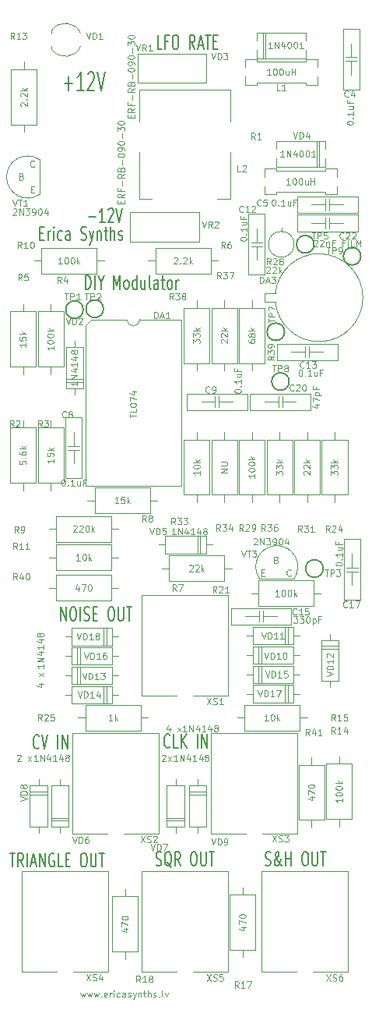
<source format=gto>
G04 #@! TF.FileFunction,Legend,Top*
%FSLAX46Y46*%
G04 Gerber Fmt 4.6, Leading zero omitted, Abs format (unit mm)*
G04 Created by KiCad (PCBNEW (2016-08-20 BZR 7083)-product) date Tue Jan 10 11:24:28 2017*
%MOMM*%
%LPD*%
G01*
G04 APERTURE LIST*
%ADD10C,0.100000*%
%ADD11C,0.150000*%
%ADD12C,0.200000*%
%ADD13C,0.120000*%
G04 APERTURE END LIST*
D10*
X3116666Y91750000D02*
X3083333Y91716667D01*
X2983333Y91683334D01*
X2916666Y91683334D01*
X2816666Y91716667D01*
X2750000Y91783334D01*
X2716666Y91850000D01*
X2683333Y91983334D01*
X2683333Y92083334D01*
X2716666Y92216667D01*
X2750000Y92283334D01*
X2816666Y92350000D01*
X2916666Y92383334D01*
X2983333Y92383334D01*
X3083333Y92350000D01*
X3116666Y92316667D01*
X1750000Y90650000D02*
X1850000Y90616667D01*
X1883333Y90583334D01*
X1916666Y90516667D01*
X1916666Y90416667D01*
X1883333Y90350000D01*
X1850000Y90316667D01*
X1783333Y90283334D01*
X1516666Y90283334D01*
X1516666Y90983334D01*
X1750000Y90983334D01*
X1816666Y90950000D01*
X1850000Y90916667D01*
X1883333Y90850000D01*
X1883333Y90783334D01*
X1850000Y90716667D01*
X1816666Y90683334D01*
X1750000Y90650000D01*
X1516666Y90650000D01*
X2750000Y89250000D02*
X2983333Y89250000D01*
X3083333Y88883334D02*
X2750000Y88883334D01*
X2750000Y89583334D01*
X3083333Y89583334D01*
X800000Y87116667D02*
X833333Y87150000D01*
X900000Y87183334D01*
X1066666Y87183334D01*
X1133333Y87150000D01*
X1166666Y87116667D01*
X1200000Y87050000D01*
X1200000Y86983334D01*
X1166666Y86883334D01*
X766666Y86483334D01*
X1200000Y86483334D01*
X1500000Y86483334D02*
X1500000Y87183334D01*
X1900000Y86483334D01*
X1900000Y87183334D01*
X2166666Y87183334D02*
X2600000Y87183334D01*
X2366666Y86916667D01*
X2466666Y86916667D01*
X2533333Y86883334D01*
X2566666Y86850000D01*
X2600000Y86783334D01*
X2600000Y86616667D01*
X2566666Y86550000D01*
X2533333Y86516667D01*
X2466666Y86483334D01*
X2266666Y86483334D01*
X2200000Y86516667D01*
X2166666Y86550000D01*
X2933333Y86483334D02*
X3066666Y86483334D01*
X3133333Y86516667D01*
X3166666Y86550000D01*
X3233333Y86650000D01*
X3266666Y86783334D01*
X3266666Y87050000D01*
X3233333Y87116667D01*
X3200000Y87150000D01*
X3133333Y87183334D01*
X3000000Y87183334D01*
X2933333Y87150000D01*
X2900000Y87116667D01*
X2866666Y87050000D01*
X2866666Y86883334D01*
X2900000Y86816667D01*
X2933333Y86783334D01*
X3000000Y86750000D01*
X3133333Y86750000D01*
X3200000Y86783334D01*
X3233333Y86816667D01*
X3266666Y86883334D01*
X3700000Y87183334D02*
X3766666Y87183334D01*
X3833333Y87150000D01*
X3866666Y87116667D01*
X3900000Y87050000D01*
X3933333Y86916667D01*
X3933333Y86750000D01*
X3900000Y86616667D01*
X3866666Y86550000D01*
X3833333Y86516667D01*
X3766666Y86483334D01*
X3700000Y86483334D01*
X3633333Y86516667D01*
X3600000Y86550000D01*
X3566666Y86616667D01*
X3533333Y86750000D01*
X3533333Y86916667D01*
X3566666Y87050000D01*
X3600000Y87116667D01*
X3633333Y87150000D01*
X3700000Y87183334D01*
X4533333Y86950000D02*
X4533333Y86483334D01*
X4366666Y87216667D02*
X4200000Y86716667D01*
X4633333Y86716667D01*
X3650000Y35583334D02*
X4116666Y35583334D01*
X3383333Y35416667D02*
X3883333Y35250000D01*
X3883333Y35683334D01*
X4116666Y36416667D02*
X3650000Y36783334D01*
X3650000Y36416667D02*
X4116666Y36783334D01*
X17016666Y27816667D02*
X17050000Y27850000D01*
X17116666Y27883334D01*
X17283333Y27883334D01*
X17350000Y27850000D01*
X17383333Y27816667D01*
X17416666Y27750000D01*
X17416666Y27683334D01*
X17383333Y27583334D01*
X16983333Y27183334D01*
X17416666Y27183334D01*
X17650000Y27183334D02*
X18016666Y27650000D01*
X17650000Y27650000D02*
X18016666Y27183334D01*
X1250000Y27816667D02*
X1283333Y27850000D01*
X1350000Y27883334D01*
X1516666Y27883334D01*
X1583333Y27850000D01*
X1616666Y27816667D01*
X1650000Y27750000D01*
X1650000Y27683334D01*
X1616666Y27583334D01*
X1216666Y27183334D01*
X1650000Y27183334D01*
X2416666Y27183334D02*
X2783333Y27650000D01*
X2416666Y27650000D02*
X2783333Y27183334D01*
X17883333Y30850000D02*
X17883333Y30383334D01*
X17716666Y31116667D02*
X17550000Y30616667D01*
X17983333Y30616667D01*
X18716666Y30383334D02*
X19083333Y30850000D01*
X18716666Y30850000D02*
X19083333Y30383334D01*
X27850000Y47650000D02*
X28083333Y47650000D01*
X28183333Y47283334D02*
X27850000Y47283334D01*
X27850000Y47983334D01*
X28183333Y47983334D01*
X29450000Y49050000D02*
X29550000Y49016667D01*
X29583333Y48983334D01*
X29616666Y48916667D01*
X29616666Y48816667D01*
X29583333Y48750000D01*
X29550000Y48716667D01*
X29483333Y48683334D01*
X29216666Y48683334D01*
X29216666Y49383334D01*
X29450000Y49383334D01*
X29516666Y49350000D01*
X29550000Y49316667D01*
X29583333Y49250000D01*
X29583333Y49183334D01*
X29550000Y49116667D01*
X29516666Y49083334D01*
X29450000Y49050000D01*
X29216666Y49050000D01*
X31016666Y47350000D02*
X30983333Y47316667D01*
X30883333Y47283334D01*
X30816666Y47283334D01*
X30716666Y47316667D01*
X30650000Y47383334D01*
X30616666Y47450000D01*
X30583333Y47583334D01*
X30583333Y47683334D01*
X30616666Y47816667D01*
X30650000Y47883334D01*
X30716666Y47950000D01*
X30816666Y47983334D01*
X30883333Y47983334D01*
X30983333Y47950000D01*
X31016666Y47916667D01*
X27000000Y51316667D02*
X27033333Y51350000D01*
X27100000Y51383334D01*
X27266666Y51383334D01*
X27333333Y51350000D01*
X27366666Y51316667D01*
X27400000Y51250000D01*
X27400000Y51183334D01*
X27366666Y51083334D01*
X26966666Y50683334D01*
X27400000Y50683334D01*
X27700000Y50683334D02*
X27700000Y51383334D01*
X28100000Y50683334D01*
X28100000Y51383334D01*
X28366666Y51383334D02*
X28800000Y51383334D01*
X28566666Y51116667D01*
X28666666Y51116667D01*
X28733333Y51083334D01*
X28766666Y51050000D01*
X28800000Y50983334D01*
X28800000Y50816667D01*
X28766666Y50750000D01*
X28733333Y50716667D01*
X28666666Y50683334D01*
X28466666Y50683334D01*
X28400000Y50716667D01*
X28366666Y50750000D01*
X29133333Y50683334D02*
X29266666Y50683334D01*
X29333333Y50716667D01*
X29366666Y50750000D01*
X29433333Y50850000D01*
X29466666Y50983334D01*
X29466666Y51250000D01*
X29433333Y51316667D01*
X29400000Y51350000D01*
X29333333Y51383334D01*
X29200000Y51383334D01*
X29133333Y51350000D01*
X29100000Y51316667D01*
X29066666Y51250000D01*
X29066666Y51083334D01*
X29100000Y51016667D01*
X29133333Y50983334D01*
X29200000Y50950000D01*
X29333333Y50950000D01*
X29400000Y50983334D01*
X29433333Y51016667D01*
X29466666Y51083334D01*
X29900000Y51383334D02*
X29966666Y51383334D01*
X30033333Y51350000D01*
X30066666Y51316667D01*
X30100000Y51250000D01*
X30133333Y51116667D01*
X30133333Y50950000D01*
X30100000Y50816667D01*
X30066666Y50750000D01*
X30033333Y50716667D01*
X29966666Y50683334D01*
X29900000Y50683334D01*
X29833333Y50716667D01*
X29800000Y50750000D01*
X29766666Y50816667D01*
X29733333Y50950000D01*
X29733333Y51116667D01*
X29766666Y51250000D01*
X29800000Y51316667D01*
X29833333Y51350000D01*
X29900000Y51383334D01*
X30733333Y51150000D02*
X30733333Y50683334D01*
X30566666Y51416667D02*
X30400000Y50916667D01*
X30833333Y50916667D01*
D11*
X8700000Y78421429D02*
X8700000Y79921429D01*
X8938095Y79921429D01*
X9080952Y79850000D01*
X9176190Y79707143D01*
X9223809Y79564286D01*
X9271428Y79278572D01*
X9271428Y79064286D01*
X9223809Y78778572D01*
X9176190Y78635715D01*
X9080952Y78492858D01*
X8938095Y78421429D01*
X8700000Y78421429D01*
X9700000Y78421429D02*
X9700000Y79921429D01*
X10366666Y79135715D02*
X10366666Y78421429D01*
X10033333Y79921429D02*
X10366666Y79135715D01*
X10700000Y79921429D01*
X11795238Y78421429D02*
X11795238Y79921429D01*
X12128571Y78850000D01*
X12461904Y79921429D01*
X12461904Y78421429D01*
X13080952Y78421429D02*
X12985714Y78492858D01*
X12938095Y78564286D01*
X12890476Y78707143D01*
X12890476Y79135715D01*
X12938095Y79278572D01*
X12985714Y79350000D01*
X13080952Y79421429D01*
X13223809Y79421429D01*
X13319047Y79350000D01*
X13366666Y79278572D01*
X13414285Y79135715D01*
X13414285Y78707143D01*
X13366666Y78564286D01*
X13319047Y78492858D01*
X13223809Y78421429D01*
X13080952Y78421429D01*
X14271428Y78421429D02*
X14271428Y79921429D01*
X14271428Y78492858D02*
X14176190Y78421429D01*
X13985714Y78421429D01*
X13890476Y78492858D01*
X13842857Y78564286D01*
X13795238Y78707143D01*
X13795238Y79135715D01*
X13842857Y79278572D01*
X13890476Y79350000D01*
X13985714Y79421429D01*
X14176190Y79421429D01*
X14271428Y79350000D01*
X15176190Y79421429D02*
X15176190Y78421429D01*
X14747619Y79421429D02*
X14747619Y78635715D01*
X14795238Y78492858D01*
X14890476Y78421429D01*
X15033333Y78421429D01*
X15128571Y78492858D01*
X15176190Y78564286D01*
X15795238Y78421429D02*
X15700000Y78492858D01*
X15652380Y78635715D01*
X15652380Y79921429D01*
X16604761Y78421429D02*
X16604761Y79207143D01*
X16557142Y79350000D01*
X16461904Y79421429D01*
X16271428Y79421429D01*
X16176190Y79350000D01*
X16604761Y78492858D02*
X16509523Y78421429D01*
X16271428Y78421429D01*
X16176190Y78492858D01*
X16128571Y78635715D01*
X16128571Y78778572D01*
X16176190Y78921429D01*
X16271428Y78992858D01*
X16509523Y78992858D01*
X16604761Y79064286D01*
X16938095Y79421429D02*
X17319047Y79421429D01*
X17080952Y79921429D02*
X17080952Y78635715D01*
X17128571Y78492858D01*
X17223809Y78421429D01*
X17319047Y78421429D01*
X17795238Y78421429D02*
X17700000Y78492858D01*
X17652380Y78564286D01*
X17604761Y78707143D01*
X17604761Y79135715D01*
X17652380Y79278572D01*
X17700000Y79350000D01*
X17795238Y79421429D01*
X17938095Y79421429D01*
X18033333Y79350000D01*
X18080952Y79278572D01*
X18128571Y79135715D01*
X18128571Y78707143D01*
X18080952Y78564286D01*
X18033333Y78492858D01*
X17938095Y78421429D01*
X17795238Y78421429D01*
X18557142Y78421429D02*
X18557142Y79421429D01*
X18557142Y79135715D02*
X18604761Y79278572D01*
X18652380Y79350000D01*
X18747619Y79421429D01*
X18842857Y79421429D01*
D10*
X8150000Y2050000D02*
X8283333Y1583334D01*
X8416666Y1916667D01*
X8550000Y1583334D01*
X8683333Y2050000D01*
X8883333Y2050000D02*
X9016666Y1583334D01*
X9150000Y1916667D01*
X9283333Y1583334D01*
X9416666Y2050000D01*
X9616666Y2050000D02*
X9750000Y1583334D01*
X9883333Y1916667D01*
X10016666Y1583334D01*
X10150000Y2050000D01*
X10416666Y1650000D02*
X10450000Y1616667D01*
X10416666Y1583334D01*
X10383333Y1616667D01*
X10416666Y1650000D01*
X10416666Y1583334D01*
X11016666Y1616667D02*
X10950000Y1583334D01*
X10816666Y1583334D01*
X10750000Y1616667D01*
X10716666Y1683334D01*
X10716666Y1950000D01*
X10750000Y2016667D01*
X10816666Y2050000D01*
X10950000Y2050000D01*
X11016666Y2016667D01*
X11050000Y1950000D01*
X11050000Y1883334D01*
X10716666Y1816667D01*
X11350000Y1583334D02*
X11350000Y2050000D01*
X11350000Y1916667D02*
X11383333Y1983334D01*
X11416666Y2016667D01*
X11483333Y2050000D01*
X11550000Y2050000D01*
X11783333Y1583334D02*
X11783333Y2050000D01*
X11783333Y2283334D02*
X11750000Y2250000D01*
X11783333Y2216667D01*
X11816666Y2250000D01*
X11783333Y2283334D01*
X11783333Y2216667D01*
X12416666Y1616667D02*
X12350000Y1583334D01*
X12216666Y1583334D01*
X12150000Y1616667D01*
X12116666Y1650000D01*
X12083333Y1716667D01*
X12083333Y1916667D01*
X12116666Y1983334D01*
X12150000Y2016667D01*
X12216666Y2050000D01*
X12350000Y2050000D01*
X12416666Y2016667D01*
X13016666Y1583334D02*
X13016666Y1950000D01*
X12983333Y2016667D01*
X12916666Y2050000D01*
X12783333Y2050000D01*
X12716666Y2016667D01*
X13016666Y1616667D02*
X12950000Y1583334D01*
X12783333Y1583334D01*
X12716666Y1616667D01*
X12683333Y1683334D01*
X12683333Y1750000D01*
X12716666Y1816667D01*
X12783333Y1850000D01*
X12950000Y1850000D01*
X13016666Y1883334D01*
X13316666Y1616667D02*
X13383333Y1583334D01*
X13516666Y1583334D01*
X13583333Y1616667D01*
X13616666Y1683334D01*
X13616666Y1716667D01*
X13583333Y1783334D01*
X13516666Y1816667D01*
X13416666Y1816667D01*
X13350000Y1850000D01*
X13316666Y1916667D01*
X13316666Y1950000D01*
X13350000Y2016667D01*
X13416666Y2050000D01*
X13516666Y2050000D01*
X13583333Y2016667D01*
X13850000Y2050000D02*
X14016666Y1583334D01*
X14183333Y2050000D02*
X14016666Y1583334D01*
X13950000Y1416667D01*
X13916666Y1383334D01*
X13850000Y1350000D01*
X14450000Y2050000D02*
X14450000Y1583334D01*
X14450000Y1983334D02*
X14483333Y2016667D01*
X14550000Y2050000D01*
X14650000Y2050000D01*
X14716666Y2016667D01*
X14750000Y1950000D01*
X14750000Y1583334D01*
X14983333Y2050000D02*
X15250000Y2050000D01*
X15083333Y2283334D02*
X15083333Y1683334D01*
X15116666Y1616667D01*
X15183333Y1583334D01*
X15250000Y1583334D01*
X15483333Y1583334D02*
X15483333Y2283334D01*
X15783333Y1583334D02*
X15783333Y1950000D01*
X15750000Y2016667D01*
X15683333Y2050000D01*
X15583333Y2050000D01*
X15516666Y2016667D01*
X15483333Y1983334D01*
X16083333Y1616667D02*
X16150000Y1583334D01*
X16283333Y1583334D01*
X16350000Y1616667D01*
X16383333Y1683334D01*
X16383333Y1716667D01*
X16350000Y1783334D01*
X16283333Y1816667D01*
X16183333Y1816667D01*
X16116666Y1850000D01*
X16083333Y1916667D01*
X16083333Y1950000D01*
X16116666Y2016667D01*
X16183333Y2050000D01*
X16283333Y2050000D01*
X16350000Y2016667D01*
X16683333Y1650000D02*
X16716666Y1616667D01*
X16683333Y1583334D01*
X16650000Y1616667D01*
X16683333Y1650000D01*
X16683333Y1583334D01*
X17116666Y1583334D02*
X17050000Y1616667D01*
X17016666Y1683334D01*
X17016666Y2283334D01*
X17316666Y2050000D02*
X17483333Y1583334D01*
X17650000Y2050000D01*
D12*
X6014285Y42421429D02*
X6014285Y43921429D01*
X6585714Y42421429D01*
X6585714Y43921429D01*
X7252380Y43921429D02*
X7442857Y43921429D01*
X7538095Y43850000D01*
X7633333Y43707143D01*
X7680952Y43421429D01*
X7680952Y42921429D01*
X7633333Y42635715D01*
X7538095Y42492858D01*
X7442857Y42421429D01*
X7252380Y42421429D01*
X7157142Y42492858D01*
X7061904Y42635715D01*
X7014285Y42921429D01*
X7014285Y43421429D01*
X7061904Y43707143D01*
X7157142Y43850000D01*
X7252380Y43921429D01*
X8109523Y42421429D02*
X8109523Y43921429D01*
X8538095Y42492858D02*
X8680952Y42421429D01*
X8919047Y42421429D01*
X9014285Y42492858D01*
X9061904Y42564286D01*
X9109523Y42707143D01*
X9109523Y42850000D01*
X9061904Y42992858D01*
X9014285Y43064286D01*
X8919047Y43135715D01*
X8728571Y43207143D01*
X8633333Y43278572D01*
X8585714Y43350000D01*
X8538095Y43492858D01*
X8538095Y43635715D01*
X8585714Y43778572D01*
X8633333Y43850000D01*
X8728571Y43921429D01*
X8966666Y43921429D01*
X9109523Y43850000D01*
X9538095Y43207143D02*
X9871428Y43207143D01*
X10014285Y42421429D02*
X9538095Y42421429D01*
X9538095Y43921429D01*
X10014285Y43921429D01*
X11395238Y43921429D02*
X11585714Y43921429D01*
X11680952Y43850000D01*
X11776190Y43707143D01*
X11823809Y43421429D01*
X11823809Y42921429D01*
X11776190Y42635715D01*
X11680952Y42492858D01*
X11585714Y42421429D01*
X11395238Y42421429D01*
X11300000Y42492858D01*
X11204761Y42635715D01*
X11157142Y42921429D01*
X11157142Y43421429D01*
X11204761Y43707143D01*
X11300000Y43850000D01*
X11395238Y43921429D01*
X12252380Y43921429D02*
X12252380Y42707143D01*
X12300000Y42564286D01*
X12347619Y42492858D01*
X12442857Y42421429D01*
X12633333Y42421429D01*
X12728571Y42492858D01*
X12776190Y42564286D01*
X12823809Y42707143D01*
X12823809Y43921429D01*
X13157142Y43921429D02*
X13728571Y43921429D01*
X13442857Y42421429D02*
X13442857Y43921429D01*
X457142Y17221429D02*
X1028571Y17221429D01*
X742857Y15721429D02*
X742857Y17221429D01*
X1933333Y15721429D02*
X1600000Y16435715D01*
X1361904Y15721429D02*
X1361904Y17221429D01*
X1742857Y17221429D01*
X1838095Y17150000D01*
X1885714Y17078572D01*
X1933333Y16935715D01*
X1933333Y16721429D01*
X1885714Y16578572D01*
X1838095Y16507143D01*
X1742857Y16435715D01*
X1361904Y16435715D01*
X2361904Y15721429D02*
X2361904Y17221429D01*
X2790476Y16150000D02*
X3266666Y16150000D01*
X2695238Y15721429D02*
X3028571Y17221429D01*
X3361904Y15721429D01*
X3695238Y15721429D02*
X3695238Y17221429D01*
X4266666Y15721429D01*
X4266666Y17221429D01*
X5266666Y17150000D02*
X5171428Y17221429D01*
X5028571Y17221429D01*
X4885714Y17150000D01*
X4790476Y17007143D01*
X4742857Y16864286D01*
X4695238Y16578572D01*
X4695238Y16364286D01*
X4742857Y16078572D01*
X4790476Y15935715D01*
X4885714Y15792858D01*
X5028571Y15721429D01*
X5123809Y15721429D01*
X5266666Y15792858D01*
X5314285Y15864286D01*
X5314285Y16364286D01*
X5123809Y16364286D01*
X6219047Y15721429D02*
X5742857Y15721429D01*
X5742857Y17221429D01*
X6552380Y16507143D02*
X6885714Y16507143D01*
X7028571Y15721429D02*
X6552380Y15721429D01*
X6552380Y17221429D01*
X7028571Y17221429D01*
X8409523Y17221429D02*
X8600000Y17221429D01*
X8695238Y17150000D01*
X8790476Y17007143D01*
X8838095Y16721429D01*
X8838095Y16221429D01*
X8790476Y15935715D01*
X8695238Y15792858D01*
X8600000Y15721429D01*
X8409523Y15721429D01*
X8314285Y15792858D01*
X8219047Y15935715D01*
X8171428Y16221429D01*
X8171428Y16721429D01*
X8219047Y17007143D01*
X8314285Y17150000D01*
X8409523Y17221429D01*
X9266666Y17221429D02*
X9266666Y16007143D01*
X9314285Y15864286D01*
X9361904Y15792858D01*
X9457142Y15721429D01*
X9647619Y15721429D01*
X9742857Y15792858D01*
X9790476Y15864286D01*
X9838095Y16007143D01*
X9838095Y17221429D01*
X10171428Y17221429D02*
X10742857Y17221429D01*
X10457142Y15721429D02*
X10457142Y17221429D01*
X17014285Y104521429D02*
X16538095Y104521429D01*
X16538095Y106021429D01*
X17680952Y105307143D02*
X17347619Y105307143D01*
X17347619Y104521429D02*
X17347619Y106021429D01*
X17823809Y106021429D01*
X18395238Y106021429D02*
X18585714Y106021429D01*
X18680952Y105950000D01*
X18776190Y105807143D01*
X18823809Y105521429D01*
X18823809Y105021429D01*
X18776190Y104735715D01*
X18680952Y104592858D01*
X18585714Y104521429D01*
X18395238Y104521429D01*
X18300000Y104592858D01*
X18204761Y104735715D01*
X18157142Y105021429D01*
X18157142Y105521429D01*
X18204761Y105807143D01*
X18300000Y105950000D01*
X18395238Y106021429D01*
X20585714Y104521429D02*
X20252380Y105235715D01*
X20014285Y104521429D02*
X20014285Y106021429D01*
X20395238Y106021429D01*
X20490476Y105950000D01*
X20538095Y105878572D01*
X20585714Y105735715D01*
X20585714Y105521429D01*
X20538095Y105378572D01*
X20490476Y105307143D01*
X20395238Y105235715D01*
X20014285Y105235715D01*
X20966666Y104950000D02*
X21442857Y104950000D01*
X20871428Y104521429D02*
X21204761Y106021429D01*
X21538095Y104521429D01*
X21728571Y106021429D02*
X22300000Y106021429D01*
X22014285Y104521429D02*
X22014285Y106021429D01*
X22633333Y105307143D02*
X22966666Y105307143D01*
X23109523Y104521429D02*
X22633333Y104521429D01*
X22633333Y106021429D01*
X23109523Y106021429D01*
X16380952Y15892858D02*
X16523809Y15821429D01*
X16761904Y15821429D01*
X16857142Y15892858D01*
X16904761Y15964286D01*
X16952380Y16107143D01*
X16952380Y16250000D01*
X16904761Y16392858D01*
X16857142Y16464286D01*
X16761904Y16535715D01*
X16571428Y16607143D01*
X16476190Y16678572D01*
X16428571Y16750000D01*
X16380952Y16892858D01*
X16380952Y17035715D01*
X16428571Y17178572D01*
X16476190Y17250000D01*
X16571428Y17321429D01*
X16809523Y17321429D01*
X16952380Y17250000D01*
X18047619Y15678572D02*
X17952380Y15750000D01*
X17857142Y15892858D01*
X17714285Y16107143D01*
X17619047Y16178572D01*
X17523809Y16178572D01*
X17571428Y15821429D02*
X17476190Y15892858D01*
X17380952Y16035715D01*
X17333333Y16321429D01*
X17333333Y16821429D01*
X17380952Y17107143D01*
X17476190Y17250000D01*
X17571428Y17321429D01*
X17761904Y17321429D01*
X17857142Y17250000D01*
X17952380Y17107143D01*
X18000000Y16821429D01*
X18000000Y16321429D01*
X17952380Y16035715D01*
X17857142Y15892858D01*
X17761904Y15821429D01*
X17571428Y15821429D01*
X19000000Y15821429D02*
X18666666Y16535715D01*
X18428571Y15821429D02*
X18428571Y17321429D01*
X18809523Y17321429D01*
X18904761Y17250000D01*
X18952380Y17178572D01*
X19000000Y17035715D01*
X19000000Y16821429D01*
X18952380Y16678572D01*
X18904761Y16607143D01*
X18809523Y16535715D01*
X18428571Y16535715D01*
X20380952Y17321429D02*
X20571428Y17321429D01*
X20666666Y17250000D01*
X20761904Y17107143D01*
X20809523Y16821429D01*
X20809523Y16321429D01*
X20761904Y16035715D01*
X20666666Y15892858D01*
X20571428Y15821429D01*
X20380952Y15821429D01*
X20285714Y15892858D01*
X20190476Y16035715D01*
X20142857Y16321429D01*
X20142857Y16821429D01*
X20190476Y17107143D01*
X20285714Y17250000D01*
X20380952Y17321429D01*
X21238095Y17321429D02*
X21238095Y16107143D01*
X21285714Y15964286D01*
X21333333Y15892858D01*
X21428571Y15821429D01*
X21619047Y15821429D01*
X21714285Y15892858D01*
X21761904Y15964286D01*
X21809523Y16107143D01*
X21809523Y17321429D01*
X22142857Y17321429D02*
X22714285Y17321429D01*
X22428571Y15821429D02*
X22428571Y17321429D01*
X28261904Y15892858D02*
X28404761Y15821429D01*
X28642857Y15821429D01*
X28738095Y15892858D01*
X28785714Y15964286D01*
X28833333Y16107143D01*
X28833333Y16250000D01*
X28785714Y16392858D01*
X28738095Y16464286D01*
X28642857Y16535715D01*
X28452380Y16607143D01*
X28357142Y16678572D01*
X28309523Y16750000D01*
X28261904Y16892858D01*
X28261904Y17035715D01*
X28309523Y17178572D01*
X28357142Y17250000D01*
X28452380Y17321429D01*
X28690476Y17321429D01*
X28833333Y17250000D01*
X30071428Y15821429D02*
X30023809Y15821429D01*
X29928571Y15892858D01*
X29785714Y16107143D01*
X29547619Y16535715D01*
X29452380Y16750000D01*
X29404761Y16964286D01*
X29404761Y17107143D01*
X29452380Y17250000D01*
X29547619Y17321429D01*
X29595238Y17321429D01*
X29690476Y17250000D01*
X29738095Y17107143D01*
X29738095Y17035715D01*
X29690476Y16892858D01*
X29642857Y16821429D01*
X29357142Y16535715D01*
X29309523Y16464286D01*
X29261904Y16321429D01*
X29261904Y16107143D01*
X29309523Y15964286D01*
X29357142Y15892858D01*
X29452380Y15821429D01*
X29595238Y15821429D01*
X29690476Y15892858D01*
X29738095Y15964286D01*
X29880952Y16250000D01*
X29928571Y16464286D01*
X29928571Y16607143D01*
X30500000Y15821429D02*
X30500000Y17321429D01*
X30500000Y16607143D02*
X31071428Y16607143D01*
X31071428Y15821429D02*
X31071428Y17321429D01*
X32500000Y17321429D02*
X32690476Y17321429D01*
X32785714Y17250000D01*
X32880952Y17107143D01*
X32928571Y16821429D01*
X32928571Y16321429D01*
X32880952Y16035715D01*
X32785714Y15892858D01*
X32690476Y15821429D01*
X32500000Y15821429D01*
X32404761Y15892858D01*
X32309523Y16035715D01*
X32261904Y16321429D01*
X32261904Y16821429D01*
X32309523Y17107143D01*
X32404761Y17250000D01*
X32500000Y17321429D01*
X33357142Y17321429D02*
X33357142Y16107143D01*
X33404761Y15964286D01*
X33452380Y15892858D01*
X33547619Y15821429D01*
X33738095Y15821429D01*
X33833333Y15892858D01*
X33880952Y15964286D01*
X33928571Y16107143D01*
X33928571Y17321429D01*
X34261904Y17321429D02*
X34833333Y17321429D01*
X34547619Y15821429D02*
X34547619Y17321429D01*
X17861904Y28764286D02*
X17814285Y28692858D01*
X17671428Y28621429D01*
X17576190Y28621429D01*
X17433333Y28692858D01*
X17338095Y28835715D01*
X17290476Y28978572D01*
X17242857Y29264286D01*
X17242857Y29478572D01*
X17290476Y29764286D01*
X17338095Y29907143D01*
X17433333Y30050000D01*
X17576190Y30121429D01*
X17671428Y30121429D01*
X17814285Y30050000D01*
X17861904Y29978572D01*
X18766666Y28621429D02*
X18290476Y28621429D01*
X18290476Y30121429D01*
X19100000Y28621429D02*
X19100000Y30121429D01*
X19671428Y28621429D02*
X19242857Y29478572D01*
X19671428Y30121429D02*
X19100000Y29264286D01*
X20861904Y28621429D02*
X20861904Y30121429D01*
X21338095Y28621429D02*
X21338095Y30121429D01*
X21909523Y28621429D01*
X21909523Y30121429D01*
X3638095Y28664286D02*
X3590476Y28592858D01*
X3447619Y28521429D01*
X3352380Y28521429D01*
X3209523Y28592858D01*
X3114285Y28735715D01*
X3066666Y28878572D01*
X3019047Y29164286D01*
X3019047Y29378572D01*
X3066666Y29664286D01*
X3114285Y29807143D01*
X3209523Y29950000D01*
X3352380Y30021429D01*
X3447619Y30021429D01*
X3590476Y29950000D01*
X3638095Y29878572D01*
X3923809Y30021429D02*
X4257142Y28521429D01*
X4590476Y30021429D01*
X5685714Y28521429D02*
X5685714Y30021429D01*
X6161904Y28521429D02*
X6161904Y30021429D01*
X6733333Y28521429D01*
X6733333Y30021429D01*
X9038095Y86292858D02*
X9800000Y86292858D01*
X10800000Y85721429D02*
X10228571Y85721429D01*
X10514285Y85721429D02*
X10514285Y87221429D01*
X10419047Y87007143D01*
X10323809Y86864286D01*
X10228571Y86792858D01*
X11180952Y87078572D02*
X11228571Y87150000D01*
X11323809Y87221429D01*
X11561904Y87221429D01*
X11657142Y87150000D01*
X11704761Y87078572D01*
X11752380Y86935715D01*
X11752380Y86792858D01*
X11704761Y86578572D01*
X11133333Y85721429D01*
X11752380Y85721429D01*
X12038095Y87221429D02*
X12371428Y85721429D01*
X12704761Y87221429D01*
X6385714Y100757143D02*
X7300000Y100757143D01*
X6842857Y99995239D02*
X6842857Y101519048D01*
X8500000Y99995239D02*
X7814285Y99995239D01*
X8157142Y99995239D02*
X8157142Y101995239D01*
X8042857Y101709524D01*
X7928571Y101519048D01*
X7814285Y101423810D01*
X8957142Y101804762D02*
X9014285Y101900000D01*
X9128571Y101995239D01*
X9414285Y101995239D01*
X9528571Y101900000D01*
X9585714Y101804762D01*
X9642857Y101614286D01*
X9642857Y101423810D01*
X9585714Y101138096D01*
X8900000Y99995239D01*
X9642857Y99995239D01*
X9985714Y101995239D02*
X10385714Y99995239D01*
X10785714Y101995239D01*
D11*
X3723809Y84507143D02*
X4057142Y84507143D01*
X4200000Y83721429D02*
X3723809Y83721429D01*
X3723809Y85221429D01*
X4200000Y85221429D01*
X4628571Y83721429D02*
X4628571Y84721429D01*
X4628571Y84435715D02*
X4676190Y84578572D01*
X4723809Y84650000D01*
X4819047Y84721429D01*
X4914285Y84721429D01*
X5247619Y83721429D02*
X5247619Y84721429D01*
X5247619Y85221429D02*
X5200000Y85150000D01*
X5247619Y85078572D01*
X5295238Y85150000D01*
X5247619Y85221429D01*
X5247619Y85078572D01*
X6152380Y83792858D02*
X6057142Y83721429D01*
X5866666Y83721429D01*
X5771428Y83792858D01*
X5723809Y83864286D01*
X5676190Y84007143D01*
X5676190Y84435715D01*
X5723809Y84578572D01*
X5771428Y84650000D01*
X5866666Y84721429D01*
X6057142Y84721429D01*
X6152380Y84650000D01*
X7009523Y83721429D02*
X7009523Y84507143D01*
X6961904Y84650000D01*
X6866666Y84721429D01*
X6676190Y84721429D01*
X6580952Y84650000D01*
X7009523Y83792858D02*
X6914285Y83721429D01*
X6676190Y83721429D01*
X6580952Y83792858D01*
X6533333Y83935715D01*
X6533333Y84078572D01*
X6580952Y84221429D01*
X6676190Y84292858D01*
X6914285Y84292858D01*
X7009523Y84364286D01*
X8200000Y83792858D02*
X8342857Y83721429D01*
X8580952Y83721429D01*
X8676190Y83792858D01*
X8723809Y83864286D01*
X8771428Y84007143D01*
X8771428Y84150000D01*
X8723809Y84292858D01*
X8676190Y84364286D01*
X8580952Y84435715D01*
X8390476Y84507143D01*
X8295238Y84578572D01*
X8247619Y84650000D01*
X8200000Y84792858D01*
X8200000Y84935715D01*
X8247619Y85078572D01*
X8295238Y85150000D01*
X8390476Y85221429D01*
X8628571Y85221429D01*
X8771428Y85150000D01*
X9104761Y84721429D02*
X9342857Y83721429D01*
X9580952Y84721429D02*
X9342857Y83721429D01*
X9247619Y83364286D01*
X9200000Y83292858D01*
X9104761Y83221429D01*
X9961904Y84721429D02*
X9961904Y83721429D01*
X9961904Y84578572D02*
X10009523Y84650000D01*
X10104761Y84721429D01*
X10247619Y84721429D01*
X10342857Y84650000D01*
X10390476Y84507143D01*
X10390476Y83721429D01*
X10723809Y84721429D02*
X11104761Y84721429D01*
X10866666Y85221429D02*
X10866666Y83935715D01*
X10914285Y83792858D01*
X11009523Y83721429D01*
X11104761Y83721429D01*
X11438095Y83721429D02*
X11438095Y85221429D01*
X11866666Y83721429D02*
X11866666Y84507143D01*
X11819047Y84650000D01*
X11723809Y84721429D01*
X11580952Y84721429D01*
X11485714Y84650000D01*
X11438095Y84578572D01*
X12295238Y83792858D02*
X12390476Y83721429D01*
X12580952Y83721429D01*
X12676190Y83792858D01*
X12723809Y83935715D01*
X12723809Y84007143D01*
X12676190Y84150000D01*
X12580952Y84221429D01*
X12438095Y84221429D01*
X12342857Y84292858D01*
X12295238Y84435715D01*
X12295238Y84507143D01*
X12342857Y84650000D01*
X12438095Y84721429D01*
X12580952Y84721429D01*
X12676190Y84650000D01*
D10*
X10670000Y41652500D02*
X10670000Y39747500D01*
X10987500Y41652500D02*
X10987500Y39747500D01*
X7177500Y40700000D02*
X6500000Y40700000D01*
X11622500Y40700000D02*
X12300000Y40700000D01*
X7177500Y41652500D02*
X11622500Y41652500D01*
X11622500Y41652500D02*
X11622500Y39747500D01*
X11622500Y39747500D02*
X7177500Y39747500D01*
X7177500Y39747500D02*
X7177500Y41652500D01*
X19452500Y21030000D02*
X17547500Y21030000D01*
X19452500Y20712500D02*
X17547500Y20712500D01*
X18500000Y24522500D02*
X18500000Y25200000D01*
X18500000Y20077500D02*
X18500000Y19400000D01*
X19452500Y24522500D02*
X19452500Y20077500D01*
X19452500Y20077500D02*
X17547500Y20077500D01*
X17547500Y20077500D02*
X17547500Y24522500D01*
X17547500Y24522500D02*
X19452500Y24522500D01*
X6852500Y21030000D02*
X4947500Y21030000D01*
X6852500Y20712500D02*
X4947500Y20712500D01*
X5900000Y24522500D02*
X5900000Y25200000D01*
X5900000Y20077500D02*
X5900000Y19400000D01*
X6852500Y24522500D02*
X6852500Y20077500D01*
X6852500Y20077500D02*
X4947500Y20077500D01*
X4947500Y20077500D02*
X4947500Y24522500D01*
X4947500Y24522500D02*
X6852500Y24522500D01*
X18611000Y34301000D02*
X14801000Y34301000D01*
X14801000Y34301000D02*
X14801000Y45223000D01*
X14801000Y45223000D02*
X24199000Y45223000D01*
X24199000Y45223000D02*
X24199000Y34301000D01*
X24199000Y34301000D02*
X20389000Y34301000D01*
X11111000Y19301000D02*
X7301000Y19301000D01*
X7301000Y19301000D02*
X7301000Y30223000D01*
X7301000Y30223000D02*
X16699000Y30223000D01*
X16699000Y30223000D02*
X16699000Y19301000D01*
X16699000Y19301000D02*
X12889000Y19301000D01*
X26111000Y19301000D02*
X22301000Y19301000D01*
X22301000Y19301000D02*
X22301000Y30223000D01*
X22301000Y30223000D02*
X31699000Y30223000D01*
X31699000Y30223000D02*
X31699000Y19301000D01*
X31699000Y19301000D02*
X27889000Y19301000D01*
X5611000Y4301000D02*
X1801000Y4301000D01*
X1801000Y4301000D02*
X1801000Y15223000D01*
X1801000Y15223000D02*
X11199000Y15223000D01*
X11199000Y15223000D02*
X11199000Y4301000D01*
X11199000Y4301000D02*
X7389000Y4301000D01*
X37600000Y103200000D02*
X37600000Y101700000D01*
X37600000Y103600000D02*
X37600000Y105100000D01*
X37000000Y103600000D02*
X38200000Y103600000D01*
X37000000Y103200000D02*
X38200000Y103200000D01*
X36700000Y100100000D02*
X36700000Y106700000D01*
X36700000Y106700000D02*
X38500000Y106700000D01*
X38500000Y106700000D02*
X38500000Y100100000D01*
X38500000Y100100000D02*
X36700000Y100100000D01*
X34800000Y87600000D02*
X33300000Y87600000D01*
X35200000Y87600000D02*
X36700000Y87600000D01*
X35200000Y88200000D02*
X35200000Y87000000D01*
X34800000Y88200000D02*
X34800000Y87000000D01*
X31700000Y88500000D02*
X38300000Y88500000D01*
X38300000Y88500000D02*
X38300000Y86700000D01*
X38300000Y86700000D02*
X31700000Y86700000D01*
X31700000Y86700000D02*
X31700000Y88500000D01*
X7400000Y61400000D02*
X7400000Y62900000D01*
X7400000Y61000000D02*
X7400000Y59500000D01*
X8000000Y61000000D02*
X6800000Y61000000D01*
X8000000Y61400000D02*
X6800000Y61400000D01*
X8300000Y64500000D02*
X8300000Y57900000D01*
X8300000Y57900000D02*
X6500000Y57900000D01*
X6500000Y57900000D02*
X6500000Y64500000D01*
X6500000Y64500000D02*
X8300000Y64500000D01*
X23200000Y66200000D02*
X24700000Y66200000D01*
X22800000Y66200000D02*
X21300000Y66200000D01*
X22800000Y65600000D02*
X22800000Y66800000D01*
X23200000Y65600000D02*
X23200000Y66800000D01*
X26300000Y65300000D02*
X19700000Y65300000D01*
X19700000Y65300000D02*
X19700000Y67100000D01*
X19700000Y67100000D02*
X26300000Y67100000D01*
X26300000Y67100000D02*
X26300000Y65300000D01*
X27300000Y83100000D02*
X27300000Y81600000D01*
X27300000Y83500000D02*
X27300000Y85000000D01*
X26700000Y83500000D02*
X27900000Y83500000D01*
X26700000Y83100000D02*
X27900000Y83100000D01*
X26400000Y80000000D02*
X26400000Y86600000D01*
X26400000Y86600000D02*
X28200000Y86600000D01*
X28200000Y86600000D02*
X28200000Y80000000D01*
X28200000Y80000000D02*
X26400000Y80000000D01*
X32600000Y71600000D02*
X31100000Y71600000D01*
X33000000Y71600000D02*
X34500000Y71600000D01*
X33000000Y72200000D02*
X33000000Y71000000D01*
X32600000Y72200000D02*
X32600000Y71000000D01*
X29500000Y72500000D02*
X36100000Y72500000D01*
X36100000Y72500000D02*
X36100000Y70700000D01*
X36100000Y70700000D02*
X29500000Y70700000D01*
X29500000Y70700000D02*
X29500000Y72500000D01*
X27600000Y42900000D02*
X26100000Y42900000D01*
X28000000Y42900000D02*
X29500000Y42900000D01*
X28000000Y43500000D02*
X28000000Y42300000D01*
X27600000Y43500000D02*
X27600000Y42300000D01*
X24500000Y43800000D02*
X31100000Y43800000D01*
X31100000Y43800000D02*
X31100000Y42000000D01*
X31100000Y42000000D02*
X24500000Y42000000D01*
X24500000Y42000000D02*
X24500000Y43800000D01*
X37700000Y47800000D02*
X37700000Y46300000D01*
X37700000Y48200000D02*
X37700000Y49700000D01*
X37100000Y48200000D02*
X38300000Y48200000D01*
X37100000Y47800000D02*
X38300000Y47800000D01*
X36800000Y44700000D02*
X36800000Y51300000D01*
X36800000Y51300000D02*
X38600000Y51300000D01*
X38600000Y51300000D02*
X38600000Y44700000D01*
X38600000Y44700000D02*
X36800000Y44700000D01*
X29700000Y66200000D02*
X28200000Y66200000D01*
X30100000Y66200000D02*
X31600000Y66200000D01*
X30100000Y66800000D02*
X30100000Y65600000D01*
X29700000Y66800000D02*
X29700000Y65600000D01*
X26600000Y67100000D02*
X33200000Y67100000D01*
X33200000Y67100000D02*
X33200000Y65300000D01*
X33200000Y65300000D02*
X26600000Y65300000D01*
X26600000Y65300000D02*
X26600000Y67100000D01*
X35200000Y85600000D02*
X36700000Y85600000D01*
X34800000Y85600000D02*
X33300000Y85600000D01*
X34800000Y85000000D02*
X34800000Y86200000D01*
X35200000Y85000000D02*
X35200000Y86200000D01*
X38300000Y84700000D02*
X31700000Y84700000D01*
X31700000Y84700000D02*
X31700000Y86500000D01*
X31700000Y86500000D02*
X38300000Y86500000D01*
X38300000Y86500000D02*
X38300000Y84700000D01*
X29351407Y77035390D02*
G75*
G03X29350000Y77950000I4748593J464610D01*
G01*
X29337500Y77944500D02*
X28194500Y77944500D01*
X28194500Y77944500D02*
X28194500Y77055500D01*
X28194500Y77055500D02*
X29337500Y77055500D01*
X26063000Y100603000D02*
X27333000Y100603000D01*
X27333000Y100603000D02*
X27333000Y100857000D01*
X27333000Y100857000D02*
X32667000Y100857000D01*
X32667000Y100857000D02*
X32667000Y100603000D01*
X32667000Y100603000D02*
X33937000Y100603000D01*
X33937000Y100603000D02*
X33937000Y101492000D01*
X26063000Y101492000D02*
X26063000Y100603000D01*
X26063000Y103397000D02*
X26063000Y102508000D01*
X26063000Y103397000D02*
X27333000Y103397000D01*
X27333000Y103397000D02*
X27333000Y103143000D01*
X27333000Y103143000D02*
X32667000Y103143000D01*
X32667000Y103143000D02*
X32667000Y103397000D01*
X32667000Y103397000D02*
X33937000Y103397000D01*
X33937000Y103397000D02*
X33937000Y102508000D01*
X28163000Y88703000D02*
X29433000Y88703000D01*
X29433000Y88703000D02*
X29433000Y88957000D01*
X29433000Y88957000D02*
X34767000Y88957000D01*
X34767000Y88957000D02*
X34767000Y88703000D01*
X34767000Y88703000D02*
X36037000Y88703000D01*
X36037000Y88703000D02*
X36037000Y89592000D01*
X28163000Y89592000D02*
X28163000Y88703000D01*
X28163000Y91497000D02*
X28163000Y90608000D01*
X28163000Y91497000D02*
X29433000Y91497000D01*
X29433000Y91497000D02*
X29433000Y91243000D01*
X29433000Y91243000D02*
X34767000Y91243000D01*
X34767000Y91243000D02*
X34767000Y91497000D01*
X34767000Y91497000D02*
X36037000Y91497000D01*
X36037000Y91497000D02*
X36037000Y90608000D01*
X1900000Y63400000D02*
X1900000Y64200000D01*
X1900000Y57400000D02*
X1900000Y56600000D01*
X500000Y63400000D02*
X3300000Y63400000D01*
X3300000Y63400000D02*
X3300000Y57400000D01*
X3300000Y57400000D02*
X500000Y57400000D01*
X500000Y57400000D02*
X500000Y63400000D01*
X4900000Y57400000D02*
X4900000Y56600000D01*
X4900000Y63400000D02*
X4900000Y64200000D01*
X6300000Y57400000D02*
X3500000Y57400000D01*
X3500000Y57400000D02*
X3500000Y63400000D01*
X3500000Y63400000D02*
X6300000Y63400000D01*
X6300000Y63400000D02*
X6300000Y57400000D01*
X4900000Y76000000D02*
X4900000Y76800000D01*
X4900000Y70000000D02*
X4900000Y69200000D01*
X3500000Y76000000D02*
X6300000Y76000000D01*
X6300000Y76000000D02*
X6300000Y70000000D01*
X6300000Y70000000D02*
X3500000Y70000000D01*
X3500000Y70000000D02*
X3500000Y76000000D01*
X1900000Y70000000D02*
X1900000Y69200000D01*
X1900000Y76000000D02*
X1900000Y76800000D01*
X3300000Y70000000D02*
X500000Y70000000D01*
X500000Y70000000D02*
X500000Y76000000D01*
X500000Y76000000D02*
X3300000Y76000000D01*
X3300000Y76000000D02*
X3300000Y70000000D01*
X22300000Y81500000D02*
X23100000Y81500000D01*
X16300000Y81500000D02*
X15500000Y81500000D01*
X22300000Y82900000D02*
X22300000Y80100000D01*
X22300000Y80100000D02*
X16300000Y80100000D01*
X16300000Y80100000D02*
X16300000Y82900000D01*
X16300000Y82900000D02*
X22300000Y82900000D01*
X17800000Y48100000D02*
X17000000Y48100000D01*
X23800000Y48100000D02*
X24600000Y48100000D01*
X17800000Y46700000D02*
X17800000Y49500000D01*
X17800000Y49500000D02*
X23800000Y49500000D01*
X23800000Y49500000D02*
X23800000Y46700000D01*
X23800000Y46700000D02*
X17800000Y46700000D01*
X9700000Y55500000D02*
X8900000Y55500000D01*
X15700000Y55500000D02*
X16500000Y55500000D01*
X9700000Y54100000D02*
X9700000Y56900000D01*
X9700000Y56900000D02*
X15700000Y56900000D01*
X15700000Y56900000D02*
X15700000Y54100000D01*
X15700000Y54100000D02*
X9700000Y54100000D01*
X5500000Y52400000D02*
X4700000Y52400000D01*
X11500000Y52400000D02*
X12300000Y52400000D01*
X5500000Y51000000D02*
X5500000Y53800000D01*
X5500000Y53800000D02*
X11500000Y53800000D01*
X11500000Y53800000D02*
X11500000Y51000000D01*
X11500000Y51000000D02*
X5500000Y51000000D01*
X3900000Y81500000D02*
X3100000Y81500000D01*
X9900000Y81500000D02*
X10700000Y81500000D01*
X3900000Y80100000D02*
X3900000Y82900000D01*
X3900000Y82900000D02*
X9900000Y82900000D01*
X9900000Y82900000D02*
X9900000Y80100000D01*
X9900000Y80100000D02*
X3900000Y80100000D01*
X5500000Y49300000D02*
X4700000Y49300000D01*
X11500000Y49300000D02*
X12300000Y49300000D01*
X5500000Y47900000D02*
X5500000Y50700000D01*
X5500000Y50700000D02*
X11500000Y50700000D01*
X11500000Y50700000D02*
X11500000Y47900000D01*
X11500000Y47900000D02*
X5500000Y47900000D01*
X2000000Y102300000D02*
X2000000Y103100000D01*
X2000000Y96300000D02*
X2000000Y95500000D01*
X600000Y102300000D02*
X3400000Y102300000D01*
X3400000Y102300000D02*
X3400000Y96300000D01*
X3400000Y96300000D02*
X600000Y96300000D01*
X600000Y96300000D02*
X600000Y102300000D01*
X36300000Y26900000D02*
X36300000Y27700000D01*
X36300000Y20900000D02*
X36300000Y20100000D01*
X34900000Y26900000D02*
X37700000Y26900000D01*
X37700000Y26900000D02*
X37700000Y20900000D01*
X37700000Y20900000D02*
X34900000Y20900000D01*
X34900000Y20900000D02*
X34900000Y26900000D01*
X26000000Y31900000D02*
X25200000Y31900000D01*
X32000000Y31900000D02*
X32800000Y31900000D01*
X26000000Y30500000D02*
X26000000Y33300000D01*
X26000000Y33300000D02*
X32000000Y33300000D01*
X32000000Y33300000D02*
X32000000Y30500000D01*
X32000000Y30500000D02*
X26000000Y30500000D01*
X25800000Y6700000D02*
X25800000Y5900000D01*
X25800000Y12700000D02*
X25800000Y13500000D01*
X27200000Y6700000D02*
X24400000Y6700000D01*
X24400000Y6700000D02*
X24400000Y12700000D01*
X24400000Y12700000D02*
X27200000Y12700000D01*
X27200000Y12700000D02*
X27200000Y6700000D01*
X13000000Y6500000D02*
X13000000Y5700000D01*
X13000000Y12500000D02*
X13000000Y13300000D01*
X14400000Y6500000D02*
X11600000Y6500000D01*
X11600000Y6500000D02*
X11600000Y12500000D01*
X11600000Y12500000D02*
X14400000Y12500000D01*
X14400000Y12500000D02*
X14400000Y6500000D01*
X33500000Y45400000D02*
X34300000Y45400000D01*
X27500000Y45400000D02*
X26700000Y45400000D01*
X33500000Y46800000D02*
X33500000Y44000000D01*
X33500000Y44000000D02*
X27500000Y44000000D01*
X27500000Y44000000D02*
X27500000Y46800000D01*
X27500000Y46800000D02*
X33500000Y46800000D01*
X8700000Y31900000D02*
X7900000Y31900000D01*
X14700000Y31900000D02*
X15500000Y31900000D01*
X8700000Y30500000D02*
X8700000Y33300000D01*
X8700000Y33300000D02*
X14700000Y33300000D01*
X14700000Y33300000D02*
X14700000Y30500000D01*
X14700000Y30500000D02*
X8700000Y30500000D01*
X26800000Y62100000D02*
X26800000Y62900000D01*
X26800000Y56100000D02*
X26800000Y55300000D01*
X25400000Y62100000D02*
X28200000Y62100000D01*
X28200000Y62100000D02*
X28200000Y56100000D01*
X28200000Y56100000D02*
X25400000Y56100000D01*
X25400000Y56100000D02*
X25400000Y62100000D01*
X32800000Y62100000D02*
X32800000Y62900000D01*
X32800000Y56100000D02*
X32800000Y55300000D01*
X31400000Y62100000D02*
X34200000Y62100000D01*
X34200000Y62100000D02*
X34200000Y56100000D01*
X34200000Y56100000D02*
X31400000Y56100000D01*
X31400000Y56100000D02*
X31400000Y62100000D01*
X20800000Y56100000D02*
X20800000Y55300000D01*
X20800000Y62100000D02*
X20800000Y62900000D01*
X22200000Y56100000D02*
X19400000Y56100000D01*
X19400000Y56100000D02*
X19400000Y62100000D01*
X19400000Y62100000D02*
X22200000Y62100000D01*
X22200000Y62100000D02*
X22200000Y56100000D01*
X23800000Y62100000D02*
X23800000Y62900000D01*
X23800000Y56100000D02*
X23800000Y55300000D01*
X22400000Y62100000D02*
X25200000Y62100000D01*
X25200000Y62100000D02*
X25200000Y56100000D01*
X25200000Y56100000D02*
X22400000Y56100000D01*
X22400000Y56100000D02*
X22400000Y62100000D01*
X29800000Y56100000D02*
X29800000Y55300000D01*
X29800000Y62100000D02*
X29800000Y62900000D01*
X31200000Y56100000D02*
X28400000Y56100000D01*
X28400000Y56100000D02*
X28400000Y62100000D01*
X28400000Y62100000D02*
X31200000Y62100000D01*
X31200000Y62100000D02*
X31200000Y56100000D01*
X23800000Y70400000D02*
X23800000Y69600000D01*
X23800000Y76400000D02*
X23800000Y77200000D01*
X25200000Y70400000D02*
X22400000Y70400000D01*
X22400000Y70400000D02*
X22400000Y76400000D01*
X22400000Y76400000D02*
X25200000Y76400000D01*
X25200000Y76400000D02*
X25200000Y70400000D01*
X20800000Y76400000D02*
X20800000Y77200000D01*
X20800000Y70400000D02*
X20800000Y69600000D01*
X19400000Y76400000D02*
X22200000Y76400000D01*
X22200000Y76400000D02*
X22200000Y70400000D01*
X22200000Y70400000D02*
X19400000Y70400000D01*
X19400000Y70400000D02*
X19400000Y76400000D01*
X26800000Y76400000D02*
X26800000Y77200000D01*
X26800000Y70400000D02*
X26800000Y69600000D01*
X25400000Y76400000D02*
X28200000Y76400000D01*
X28200000Y76400000D02*
X28200000Y70400000D01*
X28200000Y70400000D02*
X25400000Y70400000D01*
X25400000Y70400000D02*
X25400000Y76400000D01*
X11500000Y46000000D02*
X12300000Y46000000D01*
X5500000Y46000000D02*
X4700000Y46000000D01*
X11500000Y47400000D02*
X11500000Y44600000D01*
X11500000Y44600000D02*
X5500000Y44600000D01*
X5500000Y44600000D02*
X5500000Y47400000D01*
X5500000Y47400000D02*
X11500000Y47400000D01*
X33300000Y20800000D02*
X33300000Y20000000D01*
X33300000Y26800000D02*
X33300000Y27600000D01*
X34700000Y20800000D02*
X31900000Y20800000D01*
X31900000Y20800000D02*
X31900000Y26800000D01*
X31900000Y26800000D02*
X34700000Y26800000D01*
X34700000Y26800000D02*
X34700000Y20800000D01*
X8452500Y68630000D02*
X6547500Y68630000D01*
X8452500Y68312500D02*
X6547500Y68312500D01*
X7500000Y72122500D02*
X7500000Y72800000D01*
X7500000Y67677500D02*
X7500000Y67000000D01*
X8452500Y72122500D02*
X8452500Y67677500D01*
X8452500Y67677500D02*
X6547500Y67677500D01*
X6547500Y67677500D02*
X6547500Y72122500D01*
X6547500Y72122500D02*
X8452500Y72122500D01*
X20870000Y51652500D02*
X20870000Y49747500D01*
X21187500Y51652500D02*
X21187500Y49747500D01*
X17377500Y50700000D02*
X16700000Y50700000D01*
X21822500Y50700000D02*
X22500000Y50700000D01*
X17377500Y51652500D02*
X21822500Y51652500D01*
X21822500Y51652500D02*
X21822500Y49747500D01*
X21822500Y49747500D02*
X17377500Y49747500D01*
X17377500Y49747500D02*
X17377500Y51652500D01*
X2647500Y23570000D02*
X4552500Y23570000D01*
X2647500Y23887500D02*
X4552500Y23887500D01*
X3600000Y20077500D02*
X3600000Y19400000D01*
X3600000Y24522500D02*
X3600000Y25200000D01*
X2647500Y20077500D02*
X2647500Y24522500D01*
X2647500Y24522500D02*
X4552500Y24522500D01*
X4552500Y24522500D02*
X4552500Y20077500D01*
X4552500Y20077500D02*
X2647500Y20077500D01*
X19947500Y23570000D02*
X21852500Y23570000D01*
X19947500Y23887500D02*
X21852500Y23887500D01*
X20900000Y20077500D02*
X20900000Y19400000D01*
X20900000Y24522500D02*
X20900000Y25200000D01*
X19947500Y20077500D02*
X19947500Y24522500D01*
X19947500Y24522500D02*
X21852500Y24522500D01*
X21852500Y24522500D02*
X21852500Y20077500D01*
X21852500Y20077500D02*
X19947500Y20077500D01*
X27830000Y37747500D02*
X27830000Y39652500D01*
X27512500Y37747500D02*
X27512500Y39652500D01*
X31322500Y38700000D02*
X32000000Y38700000D01*
X26877500Y38700000D02*
X26200000Y38700000D01*
X31322500Y37747500D02*
X26877500Y37747500D01*
X26877500Y37747500D02*
X26877500Y39652500D01*
X26877500Y39652500D02*
X31322500Y39652500D01*
X31322500Y39652500D02*
X31322500Y37747500D01*
X30370000Y41752500D02*
X30370000Y39847500D01*
X30687500Y41752500D02*
X30687500Y39847500D01*
X26877500Y40800000D02*
X26200000Y40800000D01*
X31322500Y40800000D02*
X32000000Y40800000D01*
X26877500Y41752500D02*
X31322500Y41752500D01*
X31322500Y41752500D02*
X31322500Y39847500D01*
X31322500Y39847500D02*
X26877500Y39847500D01*
X26877500Y39847500D02*
X26877500Y41752500D01*
X34347500Y39370000D02*
X36252500Y39370000D01*
X34347500Y39687500D02*
X36252500Y39687500D01*
X35300000Y35877500D02*
X35300000Y35200000D01*
X35300000Y40322500D02*
X35300000Y41000000D01*
X34347500Y35877500D02*
X34347500Y40322500D01*
X34347500Y40322500D02*
X36252500Y40322500D01*
X36252500Y40322500D02*
X36252500Y35877500D01*
X36252500Y35877500D02*
X34347500Y35877500D01*
X8130000Y35547500D02*
X8130000Y37452500D01*
X7812500Y35547500D02*
X7812500Y37452500D01*
X11622500Y36500000D02*
X12300000Y36500000D01*
X7177500Y36500000D02*
X6500000Y36500000D01*
X11622500Y35547500D02*
X7177500Y35547500D01*
X7177500Y35547500D02*
X7177500Y37452500D01*
X7177500Y37452500D02*
X11622500Y37452500D01*
X11622500Y37452500D02*
X11622500Y35547500D01*
X10670000Y35352500D02*
X10670000Y33447500D01*
X10987500Y35352500D02*
X10987500Y33447500D01*
X7177500Y34400000D02*
X6500000Y34400000D01*
X11622500Y34400000D02*
X12300000Y34400000D01*
X7177500Y35352500D02*
X11622500Y35352500D01*
X11622500Y35352500D02*
X11622500Y33447500D01*
X11622500Y33447500D02*
X7177500Y33447500D01*
X7177500Y33447500D02*
X7177500Y35352500D01*
X27830000Y35647500D02*
X27830000Y37552500D01*
X27512500Y35647500D02*
X27512500Y37552500D01*
X31322500Y36600000D02*
X32000000Y36600000D01*
X26877500Y36600000D02*
X26200000Y36600000D01*
X31322500Y35647500D02*
X26877500Y35647500D01*
X26877500Y35647500D02*
X26877500Y37552500D01*
X26877500Y37552500D02*
X31322500Y37552500D01*
X31322500Y37552500D02*
X31322500Y35647500D01*
X8130000Y37647500D02*
X8130000Y39552500D01*
X7812500Y37647500D02*
X7812500Y39552500D01*
X11622500Y38600000D02*
X12300000Y38600000D01*
X7177500Y38600000D02*
X6500000Y38600000D01*
X11622500Y37647500D02*
X7177500Y37647500D01*
X7177500Y37647500D02*
X7177500Y39552500D01*
X7177500Y39552500D02*
X11622500Y39552500D01*
X11622500Y39552500D02*
X11622500Y37647500D01*
X30370000Y35452500D02*
X30370000Y33547500D01*
X30687500Y35452500D02*
X30687500Y33547500D01*
X26877500Y34500000D02*
X26200000Y34500000D01*
X31322500Y34500000D02*
X32000000Y34500000D01*
X26877500Y35452500D02*
X31322500Y35452500D01*
X31322500Y35452500D02*
X31322500Y33547500D01*
X31322500Y33547500D02*
X26877500Y33547500D01*
X26877500Y33547500D02*
X26877500Y35452500D01*
X21846500Y103987500D02*
X14353500Y103987500D01*
X14353500Y103987500D02*
X14353500Y100812500D01*
X14353500Y100812500D02*
X21846500Y100812500D01*
X21846500Y100812500D02*
X21846500Y103987500D01*
X21046500Y86787500D02*
X13553500Y86787500D01*
X13553500Y86787500D02*
X13553500Y83612500D01*
X13553500Y83612500D02*
X21046500Y83612500D01*
X21046500Y83612500D02*
X21046500Y86787500D01*
X3670000Y88695000D02*
X3670000Y92505000D01*
X3673983Y92502339D02*
G75*
G03X3670000Y88695000I-1273983J-1902339D01*
G01*
X27595000Y47030000D02*
X31405000Y47030000D01*
X31402339Y47026017D02*
G75*
G03X27595000Y47030000I-1902339J1273983D01*
G01*
X18611000Y4301000D02*
X14801000Y4301000D01*
X14801000Y4301000D02*
X14801000Y15223000D01*
X14801000Y15223000D02*
X24199000Y15223000D01*
X24199000Y15223000D02*
X24199000Y4301000D01*
X24199000Y4301000D02*
X20389000Y4301000D01*
X31611000Y4301000D02*
X27801000Y4301000D01*
X27801000Y4301000D02*
X27801000Y15223000D01*
X27801000Y15223000D02*
X37199000Y15223000D01*
X37199000Y15223000D02*
X37199000Y4301000D01*
X37199000Y4301000D02*
X33389000Y4301000D01*
X24453000Y93349000D02*
X24453000Y88269000D01*
X24453000Y88269000D02*
X23056000Y88269000D01*
X14547000Y93349000D02*
X14547000Y88269000D01*
X14547000Y88269000D02*
X15944000Y88269000D01*
X14547000Y96651000D02*
X14547000Y100080000D01*
X14547000Y100080000D02*
X24453000Y100080000D01*
X24453000Y100080000D02*
X24453000Y96651000D01*
X5005100Y104481876D02*
G75*
G03X8180000Y104830000I1494900J1018124D01*
G01*
X8167827Y106184364D02*
G75*
G03X5000000Y106500000I-1667827J-684364D01*
G01*
X5000000Y104500000D02*
X5000000Y104850000D01*
X5000000Y106500000D02*
X5000000Y106150000D01*
X13201500Y75117000D02*
X9328000Y75117000D01*
X9328000Y75117000D02*
X8693000Y74482000D01*
X8693000Y74482000D02*
X8693000Y57083000D01*
X14598500Y75117000D02*
X19107000Y75117000D01*
X13201500Y75117000D02*
G75*
G03X13900000Y74418500I698500J0D01*
G01*
X13900000Y74418500D02*
G75*
G03X14598500Y75117000I0J698500D01*
G01*
X19107000Y57083000D02*
X8693000Y57083000D01*
X19107000Y57083000D02*
X19107000Y75117000D01*
X27333000Y105408000D02*
X27333000Y106297000D01*
X27333000Y103503000D02*
X27333000Y104392000D01*
X32667000Y105408000D02*
X32667000Y106297000D01*
X32667000Y103503000D02*
X32667000Y104392000D01*
X28222000Y103503000D02*
X28222000Y106297000D01*
X27968000Y103503000D02*
X27968000Y106297000D01*
X32667000Y103503000D02*
X27333000Y103503000D01*
X27333000Y106297000D02*
X32667000Y106297000D01*
X34767000Y92592000D02*
X34767000Y91703000D01*
X34767000Y94497000D02*
X34767000Y93608000D01*
X29433000Y92592000D02*
X29433000Y91703000D01*
X29433000Y94497000D02*
X29433000Y93608000D01*
X33878000Y94497000D02*
X33878000Y91703000D01*
X34132000Y94497000D02*
X34132000Y91703000D01*
X29433000Y94497000D02*
X34767000Y94497000D01*
X34767000Y91703000D02*
X29433000Y91703000D01*
D11*
X8450000Y76200000D02*
G75*
G03X8450000Y76200000I-950000J0D01*
G01*
X10650000Y76300000D02*
G75*
G03X10650000Y76300000I-950000J0D01*
G01*
X34550000Y48100000D02*
G75*
G03X34550000Y48100000I-950000J0D01*
G01*
X33550000Y83300000D02*
G75*
G03X33550000Y83300000I-950000J0D01*
G01*
X30350000Y73800000D02*
G75*
G03X30350000Y73800000I-950000J0D01*
G01*
X30850000Y68400000D02*
G75*
G03X30850000Y68400000I-950000J0D01*
G01*
X38650000Y82000000D02*
G75*
G03X38650000Y82000000I-950000J0D01*
G01*
D13*
X30000000Y84700000D02*
X30000000Y85100000D01*
X31400000Y83300000D02*
G75*
G03X31400000Y83300000I-1400000J0D01*
G01*
D10*
X35800000Y62100000D02*
X35800000Y62900000D01*
X35800000Y56100000D02*
X35800000Y55300000D01*
X34400000Y62100000D02*
X37200000Y62100000D01*
X37200000Y62100000D02*
X37200000Y56100000D01*
X37200000Y56100000D02*
X34400000Y56100000D01*
X34400000Y56100000D02*
X34400000Y62100000D01*
X4116666Y37700000D02*
X4116666Y37300000D01*
X4116666Y37500000D02*
X3416666Y37500000D01*
X3516666Y37433334D01*
X3583333Y37366667D01*
X3616666Y37300000D01*
X4116666Y38000000D02*
X3416666Y38000000D01*
X4116666Y38400000D01*
X3416666Y38400000D01*
X3650000Y39033334D02*
X4116666Y39033334D01*
X3383333Y38866667D02*
X3883333Y38700000D01*
X3883333Y39133334D01*
X4116666Y39766667D02*
X4116666Y39366667D01*
X4116666Y39566667D02*
X3416666Y39566667D01*
X3516666Y39500000D01*
X3583333Y39433334D01*
X3616666Y39366667D01*
X3650000Y40366667D02*
X4116666Y40366667D01*
X3383333Y40200000D02*
X3883333Y40033334D01*
X3883333Y40466667D01*
X3716666Y40833334D02*
X3683333Y40766667D01*
X3650000Y40733334D01*
X3583333Y40700000D01*
X3550000Y40700000D01*
X3483333Y40733334D01*
X3450000Y40766667D01*
X3416666Y40833334D01*
X3416666Y40966667D01*
X3450000Y41033334D01*
X3483333Y41066667D01*
X3550000Y41100000D01*
X3583333Y41100000D01*
X3650000Y41066667D01*
X3683333Y41033334D01*
X3716666Y40966667D01*
X3716666Y40833334D01*
X3750000Y40766667D01*
X3783333Y40733334D01*
X3850000Y40700000D01*
X3983333Y40700000D01*
X4050000Y40733334D01*
X4083333Y40766667D01*
X4116666Y40833334D01*
X4116666Y40966667D01*
X4083333Y41033334D01*
X4050000Y41066667D01*
X3983333Y41100000D01*
X3850000Y41100000D01*
X3783333Y41066667D01*
X3750000Y41033334D01*
X3716666Y40966667D01*
X7750000Y41083334D02*
X7983333Y40383334D01*
X8216666Y41083334D01*
X8450000Y40383334D02*
X8450000Y41083334D01*
X8616666Y41083334D01*
X8716666Y41050000D01*
X8783333Y40983334D01*
X8816666Y40916667D01*
X8850000Y40783334D01*
X8850000Y40683334D01*
X8816666Y40550000D01*
X8783333Y40483334D01*
X8716666Y40416667D01*
X8616666Y40383334D01*
X8450000Y40383334D01*
X9516666Y40383334D02*
X9116666Y40383334D01*
X9316666Y40383334D02*
X9316666Y41083334D01*
X9250000Y40983334D01*
X9183333Y40916667D01*
X9116666Y40883334D01*
X9916666Y40783334D02*
X9850000Y40816667D01*
X9816666Y40850000D01*
X9783333Y40916667D01*
X9783333Y40950000D01*
X9816666Y41016667D01*
X9850000Y41050000D01*
X9916666Y41083334D01*
X10050000Y41083334D01*
X10116666Y41050000D01*
X10150000Y41016667D01*
X10183333Y40950000D01*
X10183333Y40916667D01*
X10150000Y40850000D01*
X10116666Y40816667D01*
X10050000Y40783334D01*
X9916666Y40783334D01*
X9850000Y40750000D01*
X9816666Y40716667D01*
X9783333Y40650000D01*
X9783333Y40516667D01*
X9816666Y40450000D01*
X9850000Y40416667D01*
X9916666Y40383334D01*
X10050000Y40383334D01*
X10116666Y40416667D01*
X10150000Y40450000D01*
X10183333Y40516667D01*
X10183333Y40650000D01*
X10150000Y40716667D01*
X10116666Y40750000D01*
X10050000Y40783334D01*
X18700000Y27183334D02*
X18300000Y27183334D01*
X18500000Y27183334D02*
X18500000Y27883334D01*
X18433333Y27783334D01*
X18366666Y27716667D01*
X18300000Y27683334D01*
X19000000Y27183334D02*
X19000000Y27883334D01*
X19400000Y27183334D01*
X19400000Y27883334D01*
X20033333Y27650000D02*
X20033333Y27183334D01*
X19866666Y27916667D02*
X19700000Y27416667D01*
X20133333Y27416667D01*
X20766666Y27183334D02*
X20366666Y27183334D01*
X20566666Y27183334D02*
X20566666Y27883334D01*
X20500000Y27783334D01*
X20433333Y27716667D01*
X20366666Y27683334D01*
X21366666Y27650000D02*
X21366666Y27183334D01*
X21200000Y27916667D02*
X21033333Y27416667D01*
X21466666Y27416667D01*
X21833333Y27583334D02*
X21766666Y27616667D01*
X21733333Y27650000D01*
X21700000Y27716667D01*
X21700000Y27750000D01*
X21733333Y27816667D01*
X21766666Y27850000D01*
X21833333Y27883334D01*
X21966666Y27883334D01*
X22033333Y27850000D01*
X22066666Y27816667D01*
X22100000Y27750000D01*
X22100000Y27716667D01*
X22066666Y27650000D01*
X22033333Y27616667D01*
X21966666Y27583334D01*
X21833333Y27583334D01*
X21766666Y27550000D01*
X21733333Y27516667D01*
X21700000Y27450000D01*
X21700000Y27316667D01*
X21733333Y27250000D01*
X21766666Y27216667D01*
X21833333Y27183334D01*
X21966666Y27183334D01*
X22033333Y27216667D01*
X22066666Y27250000D01*
X22100000Y27316667D01*
X22100000Y27450000D01*
X22066666Y27516667D01*
X22033333Y27550000D01*
X21966666Y27583334D01*
X15783333Y18183334D02*
X16016666Y17483334D01*
X16250000Y18183334D01*
X16483333Y17483334D02*
X16483333Y18183334D01*
X16650000Y18183334D01*
X16750000Y18150000D01*
X16816666Y18083334D01*
X16850000Y18016667D01*
X16883333Y17883334D01*
X16883333Y17783334D01*
X16850000Y17650000D01*
X16816666Y17583334D01*
X16750000Y17516667D01*
X16650000Y17483334D01*
X16483333Y17483334D01*
X17116666Y18183334D02*
X17583333Y18183334D01*
X17283333Y17483334D01*
X3500000Y27183334D02*
X3100000Y27183334D01*
X3300000Y27183334D02*
X3300000Y27883334D01*
X3233333Y27783334D01*
X3166666Y27716667D01*
X3100000Y27683334D01*
X3800000Y27183334D02*
X3800000Y27883334D01*
X4200000Y27183334D01*
X4200000Y27883334D01*
X4833333Y27650000D02*
X4833333Y27183334D01*
X4666666Y27916667D02*
X4500000Y27416667D01*
X4933333Y27416667D01*
X5566666Y27183334D02*
X5166666Y27183334D01*
X5366666Y27183334D02*
X5366666Y27883334D01*
X5300000Y27783334D01*
X5233333Y27716667D01*
X5166666Y27683334D01*
X6166666Y27650000D02*
X6166666Y27183334D01*
X6000000Y27916667D02*
X5833333Y27416667D01*
X6266666Y27416667D01*
X6633333Y27583334D02*
X6566666Y27616667D01*
X6533333Y27650000D01*
X6500000Y27716667D01*
X6500000Y27750000D01*
X6533333Y27816667D01*
X6566666Y27850000D01*
X6633333Y27883334D01*
X6766666Y27883334D01*
X6833333Y27850000D01*
X6866666Y27816667D01*
X6900000Y27750000D01*
X6900000Y27716667D01*
X6866666Y27650000D01*
X6833333Y27616667D01*
X6766666Y27583334D01*
X6633333Y27583334D01*
X6566666Y27550000D01*
X6533333Y27516667D01*
X6500000Y27450000D01*
X6500000Y27316667D01*
X6533333Y27250000D01*
X6566666Y27216667D01*
X6633333Y27183334D01*
X6766666Y27183334D01*
X6833333Y27216667D01*
X6866666Y27250000D01*
X6900000Y27316667D01*
X6900000Y27450000D01*
X6866666Y27516667D01*
X6833333Y27550000D01*
X6766666Y27583334D01*
X7283333Y18983334D02*
X7516666Y18283334D01*
X7750000Y18983334D01*
X7983333Y18283334D02*
X7983333Y18983334D01*
X8150000Y18983334D01*
X8250000Y18950000D01*
X8316666Y18883334D01*
X8350000Y18816667D01*
X8383333Y18683334D01*
X8383333Y18583334D01*
X8350000Y18450000D01*
X8316666Y18383334D01*
X8250000Y18316667D01*
X8150000Y18283334D01*
X7983333Y18283334D01*
X8983333Y18983334D02*
X8850000Y18983334D01*
X8783333Y18950000D01*
X8750000Y18916667D01*
X8683333Y18816667D01*
X8650000Y18683334D01*
X8650000Y18416667D01*
X8683333Y18350000D01*
X8716666Y18316667D01*
X8783333Y18283334D01*
X8916666Y18283334D01*
X8983333Y18316667D01*
X9016666Y18350000D01*
X9050000Y18416667D01*
X9050000Y18583334D01*
X9016666Y18650000D01*
X8983333Y18683334D01*
X8916666Y18716667D01*
X8783333Y18716667D01*
X8716666Y18683334D01*
X8683333Y18650000D01*
X8650000Y18583334D01*
X21902000Y34049334D02*
X22368666Y33349334D01*
X22368666Y34049334D02*
X21902000Y33349334D01*
X22602000Y33382667D02*
X22702000Y33349334D01*
X22868666Y33349334D01*
X22935333Y33382667D01*
X22968666Y33416000D01*
X23002000Y33482667D01*
X23002000Y33549334D01*
X22968666Y33616000D01*
X22935333Y33649334D01*
X22868666Y33682667D01*
X22735333Y33716000D01*
X22668666Y33749334D01*
X22635333Y33782667D01*
X22602000Y33849334D01*
X22602000Y33916000D01*
X22635333Y33982667D01*
X22668666Y34016000D01*
X22735333Y34049334D01*
X22902000Y34049334D01*
X23002000Y34016000D01*
X23668666Y33349334D02*
X23268666Y33349334D01*
X23468666Y33349334D02*
X23468666Y34049334D01*
X23402000Y33949334D01*
X23335333Y33882667D01*
X23268666Y33849334D01*
X14698000Y19066334D02*
X15164666Y18366334D01*
X15164666Y19066334D02*
X14698000Y18366334D01*
X15398000Y18399667D02*
X15498000Y18366334D01*
X15664666Y18366334D01*
X15731333Y18399667D01*
X15764666Y18433000D01*
X15798000Y18499667D01*
X15798000Y18566334D01*
X15764666Y18633000D01*
X15731333Y18666334D01*
X15664666Y18699667D01*
X15531333Y18733000D01*
X15464666Y18766334D01*
X15431333Y18799667D01*
X15398000Y18866334D01*
X15398000Y18933000D01*
X15431333Y18999667D01*
X15464666Y19033000D01*
X15531333Y19066334D01*
X15698000Y19066334D01*
X15798000Y19033000D01*
X16064666Y18999667D02*
X16098000Y19033000D01*
X16164666Y19066334D01*
X16331333Y19066334D01*
X16398000Y19033000D01*
X16431333Y18999667D01*
X16464666Y18933000D01*
X16464666Y18866334D01*
X16431333Y18766334D01*
X16031333Y18366334D01*
X16464666Y18366334D01*
X28998000Y19132334D02*
X29464666Y18432334D01*
X29464666Y19132334D02*
X28998000Y18432334D01*
X29698000Y18465667D02*
X29798000Y18432334D01*
X29964666Y18432334D01*
X30031333Y18465667D01*
X30064666Y18499000D01*
X30098000Y18565667D01*
X30098000Y18632334D01*
X30064666Y18699000D01*
X30031333Y18732334D01*
X29964666Y18765667D01*
X29831333Y18799000D01*
X29764666Y18832334D01*
X29731333Y18865667D01*
X29698000Y18932334D01*
X29698000Y18999000D01*
X29731333Y19065667D01*
X29764666Y19099000D01*
X29831333Y19132334D01*
X29998000Y19132334D01*
X30098000Y19099000D01*
X30331333Y19132334D02*
X30764666Y19132334D01*
X30531333Y18865667D01*
X30631333Y18865667D01*
X30698000Y18832334D01*
X30731333Y18799000D01*
X30764666Y18732334D01*
X30764666Y18565667D01*
X30731333Y18499000D01*
X30698000Y18465667D01*
X30631333Y18432334D01*
X30431333Y18432334D01*
X30364666Y18465667D01*
X30331333Y18499000D01*
X8783000Y4066334D02*
X9249666Y3366334D01*
X9249666Y4066334D02*
X8783000Y3366334D01*
X9483000Y3399667D02*
X9583000Y3366334D01*
X9749666Y3366334D01*
X9816333Y3399667D01*
X9849666Y3433000D01*
X9883000Y3499667D01*
X9883000Y3566334D01*
X9849666Y3633000D01*
X9816333Y3666334D01*
X9749666Y3699667D01*
X9616333Y3733000D01*
X9549666Y3766334D01*
X9516333Y3799667D01*
X9483000Y3866334D01*
X9483000Y3933000D01*
X9516333Y3999667D01*
X9549666Y4033000D01*
X9616333Y4066334D01*
X9783000Y4066334D01*
X9883000Y4033000D01*
X10483000Y3833000D02*
X10483000Y3366334D01*
X10316333Y4099667D02*
X10149666Y3599667D01*
X10583000Y3599667D01*
X37116666Y96450000D02*
X37116666Y96516667D01*
X37150000Y96583334D01*
X37183333Y96616667D01*
X37250000Y96650000D01*
X37383333Y96683334D01*
X37550000Y96683334D01*
X37683333Y96650000D01*
X37750000Y96616667D01*
X37783333Y96583334D01*
X37816666Y96516667D01*
X37816666Y96450000D01*
X37783333Y96383334D01*
X37750000Y96350000D01*
X37683333Y96316667D01*
X37550000Y96283334D01*
X37383333Y96283334D01*
X37250000Y96316667D01*
X37183333Y96350000D01*
X37150000Y96383334D01*
X37116666Y96450000D01*
X37750000Y96983334D02*
X37783333Y97016667D01*
X37816666Y96983334D01*
X37783333Y96950000D01*
X37750000Y96983334D01*
X37816666Y96983334D01*
X37816666Y97683334D02*
X37816666Y97283334D01*
X37816666Y97483334D02*
X37116666Y97483334D01*
X37216666Y97416667D01*
X37283333Y97350000D01*
X37316666Y97283334D01*
X37350000Y98283334D02*
X37816666Y98283334D01*
X37350000Y97983334D02*
X37716666Y97983334D01*
X37783333Y98016667D01*
X37816666Y98083334D01*
X37816666Y98183334D01*
X37783333Y98250000D01*
X37750000Y98283334D01*
X37450000Y98850000D02*
X37450000Y98616667D01*
X37816666Y98616667D02*
X37116666Y98616667D01*
X37116666Y98950000D01*
X37283333Y99350000D02*
X37250000Y99316667D01*
X37150000Y99283334D01*
X37083333Y99283334D01*
X36983333Y99316667D01*
X36916666Y99383334D01*
X36883333Y99450000D01*
X36850000Y99583334D01*
X36850000Y99683334D01*
X36883333Y99816667D01*
X36916666Y99883334D01*
X36983333Y99950000D01*
X37083333Y99983334D01*
X37150000Y99983334D01*
X37250000Y99950000D01*
X37283333Y99916667D01*
X37883333Y99750000D02*
X37883333Y99283334D01*
X37716666Y100016667D02*
X37550000Y99516667D01*
X37983333Y99516667D01*
X29150000Y88183334D02*
X29216666Y88183334D01*
X29283333Y88150000D01*
X29316666Y88116667D01*
X29350000Y88050000D01*
X29383333Y87916667D01*
X29383333Y87750000D01*
X29350000Y87616667D01*
X29316666Y87550000D01*
X29283333Y87516667D01*
X29216666Y87483334D01*
X29150000Y87483334D01*
X29083333Y87516667D01*
X29050000Y87550000D01*
X29016666Y87616667D01*
X28983333Y87750000D01*
X28983333Y87916667D01*
X29016666Y88050000D01*
X29050000Y88116667D01*
X29083333Y88150000D01*
X29150000Y88183334D01*
X29683333Y87550000D02*
X29716666Y87516667D01*
X29683333Y87483334D01*
X29650000Y87516667D01*
X29683333Y87550000D01*
X29683333Y87483334D01*
X30383333Y87483334D02*
X29983333Y87483334D01*
X30183333Y87483334D02*
X30183333Y88183334D01*
X30116666Y88083334D01*
X30050000Y88016667D01*
X29983333Y87983334D01*
X30983333Y87950000D02*
X30983333Y87483334D01*
X30683333Y87950000D02*
X30683333Y87583334D01*
X30716666Y87516667D01*
X30783333Y87483334D01*
X30883333Y87483334D01*
X30950000Y87516667D01*
X30983333Y87550000D01*
X31550000Y87850000D02*
X31316666Y87850000D01*
X31316666Y87483334D02*
X31316666Y88183334D01*
X31650000Y88183334D01*
X27783333Y87550000D02*
X27750000Y87516667D01*
X27650000Y87483334D01*
X27583333Y87483334D01*
X27483333Y87516667D01*
X27416666Y87583334D01*
X27383333Y87650000D01*
X27350000Y87783334D01*
X27350000Y87883334D01*
X27383333Y88016667D01*
X27416666Y88083334D01*
X27483333Y88150000D01*
X27583333Y88183334D01*
X27650000Y88183334D01*
X27750000Y88150000D01*
X27783333Y88116667D01*
X28416666Y88183334D02*
X28083333Y88183334D01*
X28050000Y87850000D01*
X28083333Y87883334D01*
X28150000Y87916667D01*
X28316666Y87916667D01*
X28383333Y87883334D01*
X28416666Y87850000D01*
X28450000Y87783334D01*
X28450000Y87616667D01*
X28416666Y87550000D01*
X28383333Y87516667D01*
X28316666Y87483334D01*
X28150000Y87483334D01*
X28083333Y87516667D01*
X28050000Y87550000D01*
X6250000Y57783334D02*
X6316666Y57783334D01*
X6383333Y57750000D01*
X6416666Y57716667D01*
X6450000Y57650000D01*
X6483333Y57516667D01*
X6483333Y57350000D01*
X6450000Y57216667D01*
X6416666Y57150000D01*
X6383333Y57116667D01*
X6316666Y57083334D01*
X6250000Y57083334D01*
X6183333Y57116667D01*
X6150000Y57150000D01*
X6116666Y57216667D01*
X6083333Y57350000D01*
X6083333Y57516667D01*
X6116666Y57650000D01*
X6150000Y57716667D01*
X6183333Y57750000D01*
X6250000Y57783334D01*
X6783333Y57150000D02*
X6816666Y57116667D01*
X6783333Y57083334D01*
X6750000Y57116667D01*
X6783333Y57150000D01*
X6783333Y57083334D01*
X7483333Y57083334D02*
X7083333Y57083334D01*
X7283333Y57083334D02*
X7283333Y57783334D01*
X7216666Y57683334D01*
X7150000Y57616667D01*
X7083333Y57583334D01*
X8083333Y57550000D02*
X8083333Y57083334D01*
X7783333Y57550000D02*
X7783333Y57183334D01*
X7816666Y57116667D01*
X7883333Y57083334D01*
X7983333Y57083334D01*
X8050000Y57116667D01*
X8083333Y57150000D01*
X8650000Y57450000D02*
X8416666Y57450000D01*
X8416666Y57083334D02*
X8416666Y57783334D01*
X8750000Y57783334D01*
X6583333Y64550000D02*
X6550000Y64516667D01*
X6450000Y64483334D01*
X6383333Y64483334D01*
X6283333Y64516667D01*
X6216666Y64583334D01*
X6183333Y64650000D01*
X6150000Y64783334D01*
X6150000Y64883334D01*
X6183333Y65016667D01*
X6216666Y65083334D01*
X6283333Y65150000D01*
X6383333Y65183334D01*
X6450000Y65183334D01*
X6550000Y65150000D01*
X6583333Y65116667D01*
X6983333Y64883334D02*
X6916666Y64916667D01*
X6883333Y64950000D01*
X6850000Y65016667D01*
X6850000Y65050000D01*
X6883333Y65116667D01*
X6916666Y65150000D01*
X6983333Y65183334D01*
X7116666Y65183334D01*
X7183333Y65150000D01*
X7216666Y65116667D01*
X7250000Y65050000D01*
X7250000Y65016667D01*
X7216666Y64950000D01*
X7183333Y64916667D01*
X7116666Y64883334D01*
X6983333Y64883334D01*
X6916666Y64850000D01*
X6883333Y64816667D01*
X6850000Y64750000D01*
X6850000Y64616667D01*
X6883333Y64550000D01*
X6916666Y64516667D01*
X6983333Y64483334D01*
X7116666Y64483334D01*
X7183333Y64516667D01*
X7216666Y64550000D01*
X7250000Y64616667D01*
X7250000Y64750000D01*
X7216666Y64816667D01*
X7183333Y64850000D01*
X7116666Y64883334D01*
X24916666Y67350000D02*
X24916666Y67416667D01*
X24950000Y67483334D01*
X24983333Y67516667D01*
X25050000Y67550000D01*
X25183333Y67583334D01*
X25350000Y67583334D01*
X25483333Y67550000D01*
X25550000Y67516667D01*
X25583333Y67483334D01*
X25616666Y67416667D01*
X25616666Y67350000D01*
X25583333Y67283334D01*
X25550000Y67250000D01*
X25483333Y67216667D01*
X25350000Y67183334D01*
X25183333Y67183334D01*
X25050000Y67216667D01*
X24983333Y67250000D01*
X24950000Y67283334D01*
X24916666Y67350000D01*
X25550000Y67883334D02*
X25583333Y67916667D01*
X25616666Y67883334D01*
X25583333Y67850000D01*
X25550000Y67883334D01*
X25616666Y67883334D01*
X25616666Y68583334D02*
X25616666Y68183334D01*
X25616666Y68383334D02*
X24916666Y68383334D01*
X25016666Y68316667D01*
X25083333Y68250000D01*
X25116666Y68183334D01*
X25150000Y69183334D02*
X25616666Y69183334D01*
X25150000Y68883334D02*
X25516666Y68883334D01*
X25583333Y68916667D01*
X25616666Y68983334D01*
X25616666Y69083334D01*
X25583333Y69150000D01*
X25550000Y69183334D01*
X25250000Y69750000D02*
X25250000Y69516667D01*
X25616666Y69516667D02*
X24916666Y69516667D01*
X24916666Y69850000D01*
X22183333Y67250000D02*
X22150000Y67216667D01*
X22050000Y67183334D01*
X21983333Y67183334D01*
X21883333Y67216667D01*
X21816666Y67283334D01*
X21783333Y67350000D01*
X21750000Y67483334D01*
X21750000Y67583334D01*
X21783333Y67716667D01*
X21816666Y67783334D01*
X21883333Y67850000D01*
X21983333Y67883334D01*
X22050000Y67883334D01*
X22150000Y67850000D01*
X22183333Y67816667D01*
X22516666Y67183334D02*
X22650000Y67183334D01*
X22716666Y67216667D01*
X22750000Y67250000D01*
X22816666Y67350000D01*
X22850000Y67483334D01*
X22850000Y67750000D01*
X22816666Y67816667D01*
X22783333Y67850000D01*
X22716666Y67883334D01*
X22583333Y67883334D01*
X22516666Y67850000D01*
X22483333Y67816667D01*
X22450000Y67750000D01*
X22450000Y67583334D01*
X22483333Y67516667D01*
X22516666Y67483334D01*
X22583333Y67450000D01*
X22716666Y67450000D01*
X22783333Y67483334D01*
X22816666Y67516667D01*
X22850000Y67583334D01*
X25519666Y83864500D02*
X25519666Y83931167D01*
X25553000Y83997834D01*
X25586333Y84031167D01*
X25653000Y84064500D01*
X25786333Y84097834D01*
X25953000Y84097834D01*
X26086333Y84064500D01*
X26153000Y84031167D01*
X26186333Y83997834D01*
X26219666Y83931167D01*
X26219666Y83864500D01*
X26186333Y83797834D01*
X26153000Y83764500D01*
X26086333Y83731167D01*
X25953000Y83697834D01*
X25786333Y83697834D01*
X25653000Y83731167D01*
X25586333Y83764500D01*
X25553000Y83797834D01*
X25519666Y83864500D01*
X26153000Y84397834D02*
X26186333Y84431167D01*
X26219666Y84397834D01*
X26186333Y84364500D01*
X26153000Y84397834D01*
X26219666Y84397834D01*
X26219666Y85097834D02*
X26219666Y84697834D01*
X26219666Y84897834D02*
X25519666Y84897834D01*
X25619666Y84831167D01*
X25686333Y84764500D01*
X25719666Y84697834D01*
X25753000Y85697834D02*
X26219666Y85697834D01*
X25753000Y85397834D02*
X26119666Y85397834D01*
X26186333Y85431167D01*
X26219666Y85497834D01*
X26219666Y85597834D01*
X26186333Y85664500D01*
X26153000Y85697834D01*
X25853000Y86264500D02*
X25853000Y86031167D01*
X26219666Y86031167D02*
X25519666Y86031167D01*
X25519666Y86364500D01*
X25850000Y86850000D02*
X25816666Y86816667D01*
X25716666Y86783334D01*
X25650000Y86783334D01*
X25550000Y86816667D01*
X25483333Y86883334D01*
X25450000Y86950000D01*
X25416666Y87083334D01*
X25416666Y87183334D01*
X25450000Y87316667D01*
X25483333Y87383334D01*
X25550000Y87450000D01*
X25650000Y87483334D01*
X25716666Y87483334D01*
X25816666Y87450000D01*
X25850000Y87416667D01*
X26516666Y86783334D02*
X26116666Y86783334D01*
X26316666Y86783334D02*
X26316666Y87483334D01*
X26250000Y87383334D01*
X26183333Y87316667D01*
X26116666Y87283334D01*
X26783333Y87416667D02*
X26816666Y87450000D01*
X26883333Y87483334D01*
X27050000Y87483334D01*
X27116666Y87450000D01*
X27150000Y87416667D01*
X27183333Y87350000D01*
X27183333Y87283334D01*
X27150000Y87183334D01*
X26750000Y86783334D01*
X27183333Y86783334D01*
X32050000Y69683334D02*
X32116666Y69683334D01*
X32183333Y69650000D01*
X32216666Y69616667D01*
X32250000Y69550000D01*
X32283333Y69416667D01*
X32283333Y69250000D01*
X32250000Y69116667D01*
X32216666Y69050000D01*
X32183333Y69016667D01*
X32116666Y68983334D01*
X32050000Y68983334D01*
X31983333Y69016667D01*
X31950000Y69050000D01*
X31916666Y69116667D01*
X31883333Y69250000D01*
X31883333Y69416667D01*
X31916666Y69550000D01*
X31950000Y69616667D01*
X31983333Y69650000D01*
X32050000Y69683334D01*
X32583333Y69050000D02*
X32616666Y69016667D01*
X32583333Y68983334D01*
X32550000Y69016667D01*
X32583333Y69050000D01*
X32583333Y68983334D01*
X33283333Y68983334D02*
X32883333Y68983334D01*
X33083333Y68983334D02*
X33083333Y69683334D01*
X33016666Y69583334D01*
X32950000Y69516667D01*
X32883333Y69483334D01*
X33883333Y69450000D02*
X33883333Y68983334D01*
X33583333Y69450000D02*
X33583333Y69083334D01*
X33616666Y69016667D01*
X33683333Y68983334D01*
X33783333Y68983334D01*
X33850000Y69016667D01*
X33883333Y69050000D01*
X34450000Y69350000D02*
X34216666Y69350000D01*
X34216666Y68983334D02*
X34216666Y69683334D01*
X34550000Y69683334D01*
X32450000Y69950000D02*
X32416666Y69916667D01*
X32316666Y69883334D01*
X32250000Y69883334D01*
X32150000Y69916667D01*
X32083333Y69983334D01*
X32050000Y70050000D01*
X32016666Y70183334D01*
X32016666Y70283334D01*
X32050000Y70416667D01*
X32083333Y70483334D01*
X32150000Y70550000D01*
X32250000Y70583334D01*
X32316666Y70583334D01*
X32416666Y70550000D01*
X32450000Y70516667D01*
X33116666Y69883334D02*
X32716666Y69883334D01*
X32916666Y69883334D02*
X32916666Y70583334D01*
X32850000Y70483334D01*
X32783333Y70416667D01*
X32716666Y70383334D01*
X33350000Y70583334D02*
X33783333Y70583334D01*
X33550000Y70316667D01*
X33650000Y70316667D01*
X33716666Y70283334D01*
X33750000Y70250000D01*
X33783333Y70183334D01*
X33783333Y70016667D01*
X33750000Y69950000D01*
X33716666Y69916667D01*
X33650000Y69883334D01*
X33450000Y69883334D01*
X33383333Y69916667D01*
X33350000Y69950000D01*
X31330533Y42902934D02*
X31763866Y42902934D01*
X31530533Y42636267D01*
X31630533Y42636267D01*
X31697200Y42602934D01*
X31730533Y42569600D01*
X31763866Y42502934D01*
X31763866Y42336267D01*
X31730533Y42269600D01*
X31697200Y42236267D01*
X31630533Y42202934D01*
X31430533Y42202934D01*
X31363866Y42236267D01*
X31330533Y42269600D01*
X31997200Y42902934D02*
X32430533Y42902934D01*
X32197200Y42636267D01*
X32297200Y42636267D01*
X32363866Y42602934D01*
X32397200Y42569600D01*
X32430533Y42502934D01*
X32430533Y42336267D01*
X32397200Y42269600D01*
X32363866Y42236267D01*
X32297200Y42202934D01*
X32097200Y42202934D01*
X32030533Y42236267D01*
X31997200Y42269600D01*
X32863866Y42902934D02*
X32930533Y42902934D01*
X32997200Y42869600D01*
X33030533Y42836267D01*
X33063866Y42769600D01*
X33097200Y42636267D01*
X33097200Y42469600D01*
X33063866Y42336267D01*
X33030533Y42269600D01*
X32997200Y42236267D01*
X32930533Y42202934D01*
X32863866Y42202934D01*
X32797200Y42236267D01*
X32763866Y42269600D01*
X32730533Y42336267D01*
X32697200Y42469600D01*
X32697200Y42636267D01*
X32730533Y42769600D01*
X32763866Y42836267D01*
X32797200Y42869600D01*
X32863866Y42902934D01*
X33397200Y42669600D02*
X33397200Y41969600D01*
X33397200Y42636267D02*
X33463866Y42669600D01*
X33597200Y42669600D01*
X33663866Y42636267D01*
X33697200Y42602934D01*
X33730533Y42536267D01*
X33730533Y42336267D01*
X33697200Y42269600D01*
X33663866Y42236267D01*
X33597200Y42202934D01*
X33463866Y42202934D01*
X33397200Y42236267D01*
X34263866Y42569600D02*
X34030533Y42569600D01*
X34030533Y42202934D02*
X34030533Y42902934D01*
X34363866Y42902934D01*
X31650000Y43150000D02*
X31616666Y43116667D01*
X31516666Y43083334D01*
X31450000Y43083334D01*
X31350000Y43116667D01*
X31283333Y43183334D01*
X31250000Y43250000D01*
X31216666Y43383334D01*
X31216666Y43483334D01*
X31250000Y43616667D01*
X31283333Y43683334D01*
X31350000Y43750000D01*
X31450000Y43783334D01*
X31516666Y43783334D01*
X31616666Y43750000D01*
X31650000Y43716667D01*
X32316666Y43083334D02*
X31916666Y43083334D01*
X32116666Y43083334D02*
X32116666Y43783334D01*
X32050000Y43683334D01*
X31983333Y43616667D01*
X31916666Y43583334D01*
X32950000Y43783334D02*
X32616666Y43783334D01*
X32583333Y43450000D01*
X32616666Y43483334D01*
X32683333Y43516667D01*
X32850000Y43516667D01*
X32916666Y43483334D01*
X32950000Y43450000D01*
X32983333Y43383334D01*
X32983333Y43216667D01*
X32950000Y43150000D01*
X32916666Y43116667D01*
X32850000Y43083334D01*
X32683333Y43083334D01*
X32616666Y43116667D01*
X32583333Y43150000D01*
X35919666Y48564500D02*
X35919666Y48631167D01*
X35953000Y48697834D01*
X35986333Y48731167D01*
X36053000Y48764500D01*
X36186333Y48797834D01*
X36353000Y48797834D01*
X36486333Y48764500D01*
X36553000Y48731167D01*
X36586333Y48697834D01*
X36619666Y48631167D01*
X36619666Y48564500D01*
X36586333Y48497834D01*
X36553000Y48464500D01*
X36486333Y48431167D01*
X36353000Y48397834D01*
X36186333Y48397834D01*
X36053000Y48431167D01*
X35986333Y48464500D01*
X35953000Y48497834D01*
X35919666Y48564500D01*
X36553000Y49097834D02*
X36586333Y49131167D01*
X36619666Y49097834D01*
X36586333Y49064500D01*
X36553000Y49097834D01*
X36619666Y49097834D01*
X36619666Y49797834D02*
X36619666Y49397834D01*
X36619666Y49597834D02*
X35919666Y49597834D01*
X36019666Y49531167D01*
X36086333Y49464500D01*
X36119666Y49397834D01*
X36153000Y50397834D02*
X36619666Y50397834D01*
X36153000Y50097834D02*
X36519666Y50097834D01*
X36586333Y50131167D01*
X36619666Y50197834D01*
X36619666Y50297834D01*
X36586333Y50364500D01*
X36553000Y50397834D01*
X36253000Y50964500D02*
X36253000Y50731167D01*
X36619666Y50731167D02*
X35919666Y50731167D01*
X35919666Y51064500D01*
X37150000Y43950000D02*
X37116666Y43916667D01*
X37016666Y43883334D01*
X36950000Y43883334D01*
X36850000Y43916667D01*
X36783333Y43983334D01*
X36750000Y44050000D01*
X36716666Y44183334D01*
X36716666Y44283334D01*
X36750000Y44416667D01*
X36783333Y44483334D01*
X36850000Y44550000D01*
X36950000Y44583334D01*
X37016666Y44583334D01*
X37116666Y44550000D01*
X37150000Y44516667D01*
X37816666Y43883334D02*
X37416666Y43883334D01*
X37616666Y43883334D02*
X37616666Y44583334D01*
X37550000Y44483334D01*
X37483333Y44416667D01*
X37416666Y44383334D01*
X38050000Y44583334D02*
X38516666Y44583334D01*
X38216666Y43883334D01*
X33650000Y65883334D02*
X34116666Y65883334D01*
X33383333Y65716667D02*
X33883333Y65550000D01*
X33883333Y65983334D01*
X33416666Y66183334D02*
X33416666Y66650000D01*
X34116666Y66350000D01*
X33650000Y66916667D02*
X34350000Y66916667D01*
X33683333Y66916667D02*
X33650000Y66983334D01*
X33650000Y67116667D01*
X33683333Y67183334D01*
X33716666Y67216667D01*
X33783333Y67250000D01*
X33983333Y67250000D01*
X34050000Y67216667D01*
X34083333Y67183334D01*
X34116666Y67116667D01*
X34116666Y66983334D01*
X34083333Y66916667D01*
X33750000Y67783334D02*
X33750000Y67550000D01*
X34116666Y67550000D02*
X33416666Y67550000D01*
X33416666Y67883334D01*
X31350000Y67450000D02*
X31316666Y67416667D01*
X31216666Y67383334D01*
X31150000Y67383334D01*
X31050000Y67416667D01*
X30983333Y67483334D01*
X30950000Y67550000D01*
X30916666Y67683334D01*
X30916666Y67783334D01*
X30950000Y67916667D01*
X30983333Y67983334D01*
X31050000Y68050000D01*
X31150000Y68083334D01*
X31216666Y68083334D01*
X31316666Y68050000D01*
X31350000Y68016667D01*
X31616666Y68016667D02*
X31650000Y68050000D01*
X31716666Y68083334D01*
X31883333Y68083334D01*
X31950000Y68050000D01*
X31983333Y68016667D01*
X32016666Y67950000D01*
X32016666Y67883334D01*
X31983333Y67783334D01*
X31583333Y67383334D01*
X32016666Y67383334D01*
X32450000Y68083334D02*
X32516666Y68083334D01*
X32583333Y68050000D01*
X32616666Y68016667D01*
X32650000Y67950000D01*
X32683333Y67816667D01*
X32683333Y67650000D01*
X32650000Y67516667D01*
X32616666Y67450000D01*
X32583333Y67416667D01*
X32516666Y67383334D01*
X32450000Y67383334D01*
X32383333Y67416667D01*
X32350000Y67450000D01*
X32316666Y67516667D01*
X32283333Y67650000D01*
X32283333Y67816667D01*
X32316666Y67950000D01*
X32350000Y68016667D01*
X32383333Y68050000D01*
X32450000Y68083334D01*
X33533333Y83716667D02*
X33566666Y83750000D01*
X33633333Y83783334D01*
X33800000Y83783334D01*
X33866666Y83750000D01*
X33900000Y83716667D01*
X33933333Y83650000D01*
X33933333Y83583334D01*
X33900000Y83483334D01*
X33500000Y83083334D01*
X33933333Y83083334D01*
X34200000Y83716667D02*
X34233333Y83750000D01*
X34300000Y83783334D01*
X34466666Y83783334D01*
X34533333Y83750000D01*
X34566666Y83716667D01*
X34600000Y83650000D01*
X34600000Y83583334D01*
X34566666Y83483334D01*
X34166666Y83083334D01*
X34600000Y83083334D01*
X34900000Y83550000D02*
X34900000Y83083334D01*
X34900000Y83483334D02*
X34933333Y83516667D01*
X35000000Y83550000D01*
X35100000Y83550000D01*
X35166666Y83516667D01*
X35200000Y83450000D01*
X35200000Y83083334D01*
X35766666Y83450000D02*
X35533333Y83450000D01*
X35533333Y83083334D02*
X35533333Y83783334D01*
X35866666Y83783334D01*
X36900000Y83450000D02*
X36666666Y83450000D01*
X36666666Y83083334D02*
X36666666Y83783334D01*
X37000000Y83783334D01*
X37266666Y83083334D02*
X37266666Y83783334D01*
X37933333Y83083334D02*
X37600000Y83083334D01*
X37600000Y83783334D01*
X38166666Y83083334D02*
X38166666Y83783334D01*
X38400000Y83283334D01*
X38633333Y83783334D01*
X38633333Y83083334D01*
X36772500Y83953000D02*
X36739166Y83919667D01*
X36639166Y83886334D01*
X36572500Y83886334D01*
X36472500Y83919667D01*
X36405833Y83986334D01*
X36372500Y84053000D01*
X36339166Y84186334D01*
X36339166Y84286334D01*
X36372500Y84419667D01*
X36405833Y84486334D01*
X36472500Y84553000D01*
X36572500Y84586334D01*
X36639166Y84586334D01*
X36739166Y84553000D01*
X36772500Y84519667D01*
X37039166Y84519667D02*
X37072500Y84553000D01*
X37139166Y84586334D01*
X37305833Y84586334D01*
X37372500Y84553000D01*
X37405833Y84519667D01*
X37439166Y84453000D01*
X37439166Y84386334D01*
X37405833Y84286334D01*
X37005833Y83886334D01*
X37439166Y83886334D01*
X37705833Y84519667D02*
X37739166Y84553000D01*
X37805833Y84586334D01*
X37972500Y84586334D01*
X38039166Y84553000D01*
X38072500Y84519667D01*
X38105833Y84453000D01*
X38105833Y84386334D01*
X38072500Y84286334D01*
X37672500Y83886334D01*
X38105833Y83886334D01*
X27683333Y79083334D02*
X27683333Y79783334D01*
X27850000Y79783334D01*
X27950000Y79750000D01*
X28016666Y79683334D01*
X28050000Y79616667D01*
X28083333Y79483334D01*
X28083333Y79383334D01*
X28050000Y79250000D01*
X28016666Y79183334D01*
X27950000Y79116667D01*
X27850000Y79083334D01*
X27683333Y79083334D01*
X28350000Y79283334D02*
X28683333Y79283334D01*
X28283333Y79083334D02*
X28516666Y79783334D01*
X28750000Y79083334D01*
X28916666Y79783334D02*
X29350000Y79783334D01*
X29116666Y79516667D01*
X29216666Y79516667D01*
X29283333Y79483334D01*
X29316666Y79450000D01*
X29350000Y79383334D01*
X29350000Y79216667D01*
X29316666Y79150000D01*
X29283333Y79116667D01*
X29216666Y79083334D01*
X29016666Y79083334D01*
X28950000Y79116667D01*
X28916666Y79150000D01*
X28850000Y101683334D02*
X28450000Y101683334D01*
X28650000Y101683334D02*
X28650000Y102383334D01*
X28583333Y102283334D01*
X28516666Y102216667D01*
X28450000Y102183334D01*
X29283333Y102383334D02*
X29350000Y102383334D01*
X29416666Y102350000D01*
X29450000Y102316667D01*
X29483333Y102250000D01*
X29516666Y102116667D01*
X29516666Y101950000D01*
X29483333Y101816667D01*
X29450000Y101750000D01*
X29416666Y101716667D01*
X29350000Y101683334D01*
X29283333Y101683334D01*
X29216666Y101716667D01*
X29183333Y101750000D01*
X29150000Y101816667D01*
X29116666Y101950000D01*
X29116666Y102116667D01*
X29150000Y102250000D01*
X29183333Y102316667D01*
X29216666Y102350000D01*
X29283333Y102383334D01*
X29950000Y102383334D02*
X30016666Y102383334D01*
X30083333Y102350000D01*
X30116666Y102316667D01*
X30150000Y102250000D01*
X30183333Y102116667D01*
X30183333Y101950000D01*
X30150000Y101816667D01*
X30116666Y101750000D01*
X30083333Y101716667D01*
X30016666Y101683334D01*
X29950000Y101683334D01*
X29883333Y101716667D01*
X29850000Y101750000D01*
X29816666Y101816667D01*
X29783333Y101950000D01*
X29783333Y102116667D01*
X29816666Y102250000D01*
X29850000Y102316667D01*
X29883333Y102350000D01*
X29950000Y102383334D01*
X30783333Y102150000D02*
X30783333Y101683334D01*
X30483333Y102150000D02*
X30483333Y101783334D01*
X30516666Y101716667D01*
X30583333Y101683334D01*
X30683333Y101683334D01*
X30750000Y101716667D01*
X30783333Y101750000D01*
X31116666Y101683334D02*
X31116666Y102383334D01*
X31116666Y102050000D02*
X31516666Y102050000D01*
X31516666Y101683334D02*
X31516666Y102383334D01*
X29883333Y99983334D02*
X29550000Y99983334D01*
X29550000Y100683334D01*
X30483333Y99983334D02*
X30083333Y99983334D01*
X30283333Y99983334D02*
X30283333Y100683334D01*
X30216666Y100583334D01*
X30150000Y100516667D01*
X30083333Y100483334D01*
X30950000Y89783334D02*
X30550000Y89783334D01*
X30750000Y89783334D02*
X30750000Y90483334D01*
X30683333Y90383334D01*
X30616666Y90316667D01*
X30550000Y90283334D01*
X31383333Y90483334D02*
X31450000Y90483334D01*
X31516666Y90450000D01*
X31550000Y90416667D01*
X31583333Y90350000D01*
X31616666Y90216667D01*
X31616666Y90050000D01*
X31583333Y89916667D01*
X31550000Y89850000D01*
X31516666Y89816667D01*
X31450000Y89783334D01*
X31383333Y89783334D01*
X31316666Y89816667D01*
X31283333Y89850000D01*
X31250000Y89916667D01*
X31216666Y90050000D01*
X31216666Y90216667D01*
X31250000Y90350000D01*
X31283333Y90416667D01*
X31316666Y90450000D01*
X31383333Y90483334D01*
X32050000Y90483334D02*
X32116666Y90483334D01*
X32183333Y90450000D01*
X32216666Y90416667D01*
X32250000Y90350000D01*
X32283333Y90216667D01*
X32283333Y90050000D01*
X32250000Y89916667D01*
X32216666Y89850000D01*
X32183333Y89816667D01*
X32116666Y89783334D01*
X32050000Y89783334D01*
X31983333Y89816667D01*
X31950000Y89850000D01*
X31916666Y89916667D01*
X31883333Y90050000D01*
X31883333Y90216667D01*
X31916666Y90350000D01*
X31950000Y90416667D01*
X31983333Y90450000D01*
X32050000Y90483334D01*
X32883333Y90250000D02*
X32883333Y89783334D01*
X32583333Y90250000D02*
X32583333Y89883334D01*
X32616666Y89816667D01*
X32683333Y89783334D01*
X32783333Y89783334D01*
X32850000Y89816667D01*
X32883333Y89850000D01*
X33216666Y89783334D02*
X33216666Y90483334D01*
X33216666Y90150000D02*
X33616666Y90150000D01*
X33616666Y89783334D02*
X33616666Y90483334D01*
X25583333Y91183334D02*
X25250000Y91183334D01*
X25250000Y91883334D01*
X25783333Y91816667D02*
X25816666Y91850000D01*
X25883333Y91883334D01*
X26050000Y91883334D01*
X26116666Y91850000D01*
X26150000Y91816667D01*
X26183333Y91750000D01*
X26183333Y91683334D01*
X26150000Y91583334D01*
X25750000Y91183334D01*
X26183333Y91183334D01*
X883333Y63483334D02*
X650000Y63816667D01*
X483333Y63483334D02*
X483333Y64183334D01*
X750000Y64183334D01*
X816666Y64150000D01*
X850000Y64116667D01*
X883333Y64050000D01*
X883333Y63950000D01*
X850000Y63883334D01*
X816666Y63850000D01*
X750000Y63816667D01*
X483333Y63816667D01*
X1150000Y64116667D02*
X1183333Y64150000D01*
X1250000Y64183334D01*
X1416666Y64183334D01*
X1483333Y64150000D01*
X1516666Y64116667D01*
X1550000Y64050000D01*
X1550000Y63983334D01*
X1516666Y63883334D01*
X1116666Y63483334D01*
X1550000Y63483334D01*
X1516666Y59783334D02*
X1516666Y59450000D01*
X1850000Y59416667D01*
X1816666Y59450000D01*
X1783333Y59516667D01*
X1783333Y59683334D01*
X1816666Y59750000D01*
X1850000Y59783334D01*
X1916666Y59816667D01*
X2083333Y59816667D01*
X2150000Y59783334D01*
X2183333Y59750000D01*
X2216666Y59683334D01*
X2216666Y59516667D01*
X2183333Y59450000D01*
X2150000Y59416667D01*
X2150000Y60116667D02*
X2183333Y60150000D01*
X2216666Y60116667D01*
X2183333Y60083334D01*
X2150000Y60116667D01*
X2216666Y60116667D01*
X1516666Y60750000D02*
X1516666Y60616667D01*
X1550000Y60550000D01*
X1583333Y60516667D01*
X1683333Y60450000D01*
X1816666Y60416667D01*
X2083333Y60416667D01*
X2150000Y60450000D01*
X2183333Y60483334D01*
X2216666Y60550000D01*
X2216666Y60683334D01*
X2183333Y60750000D01*
X2150000Y60783334D01*
X2083333Y60816667D01*
X1916666Y60816667D01*
X1850000Y60783334D01*
X1816666Y60750000D01*
X1783333Y60683334D01*
X1783333Y60550000D01*
X1816666Y60483334D01*
X1850000Y60450000D01*
X1916666Y60416667D01*
X2216666Y61116667D02*
X1516666Y61116667D01*
X1950000Y61183334D02*
X2216666Y61383334D01*
X1750000Y61383334D02*
X2016666Y61116667D01*
X3983333Y63483334D02*
X3750000Y63816667D01*
X3583333Y63483334D02*
X3583333Y64183334D01*
X3850000Y64183334D01*
X3916666Y64150000D01*
X3950000Y64116667D01*
X3983333Y64050000D01*
X3983333Y63950000D01*
X3950000Y63883334D01*
X3916666Y63850000D01*
X3850000Y63816667D01*
X3583333Y63816667D01*
X4216666Y64183334D02*
X4650000Y64183334D01*
X4416666Y63916667D01*
X4516666Y63916667D01*
X4583333Y63883334D01*
X4616666Y63850000D01*
X4650000Y63783334D01*
X4650000Y63616667D01*
X4616666Y63550000D01*
X4583333Y63516667D01*
X4516666Y63483334D01*
X4316666Y63483334D01*
X4250000Y63516667D01*
X4216666Y63550000D01*
X5216666Y59983334D02*
X5216666Y59583334D01*
X5216666Y59783334D02*
X4516666Y59783334D01*
X4616666Y59716667D01*
X4683333Y59650000D01*
X4716666Y59583334D01*
X4516666Y60616667D02*
X4516666Y60283334D01*
X4850000Y60250000D01*
X4816666Y60283334D01*
X4783333Y60350000D01*
X4783333Y60516667D01*
X4816666Y60583334D01*
X4850000Y60616667D01*
X4916666Y60650000D01*
X5083333Y60650000D01*
X5150000Y60616667D01*
X5183333Y60583334D01*
X5216666Y60516667D01*
X5216666Y60350000D01*
X5183333Y60283334D01*
X5150000Y60250000D01*
X5216666Y60950000D02*
X4516666Y60950000D01*
X4950000Y61016667D02*
X5216666Y61216667D01*
X4750000Y61216667D02*
X5016666Y60950000D01*
X6083333Y79083334D02*
X5850000Y79416667D01*
X5683333Y79083334D02*
X5683333Y79783334D01*
X5950000Y79783334D01*
X6016666Y79750000D01*
X6050000Y79716667D01*
X6083333Y79650000D01*
X6083333Y79550000D01*
X6050000Y79483334D01*
X6016666Y79450000D01*
X5950000Y79416667D01*
X5683333Y79416667D01*
X6683333Y79550000D02*
X6683333Y79083334D01*
X6516666Y79816667D02*
X6350000Y79316667D01*
X6783333Y79316667D01*
X5216666Y72250000D02*
X5216666Y71850000D01*
X5216666Y72050000D02*
X4516666Y72050000D01*
X4616666Y71983334D01*
X4683333Y71916667D01*
X4716666Y71850000D01*
X4516666Y72683334D02*
X4516666Y72750000D01*
X4550000Y72816667D01*
X4583333Y72850000D01*
X4650000Y72883334D01*
X4783333Y72916667D01*
X4950000Y72916667D01*
X5083333Y72883334D01*
X5150000Y72850000D01*
X5183333Y72816667D01*
X5216666Y72750000D01*
X5216666Y72683334D01*
X5183333Y72616667D01*
X5150000Y72583334D01*
X5083333Y72550000D01*
X4950000Y72516667D01*
X4783333Y72516667D01*
X4650000Y72550000D01*
X4583333Y72583334D01*
X4550000Y72616667D01*
X4516666Y72683334D01*
X4516666Y73350000D02*
X4516666Y73416667D01*
X4550000Y73483334D01*
X4583333Y73516667D01*
X4650000Y73550000D01*
X4783333Y73583334D01*
X4950000Y73583334D01*
X5083333Y73550000D01*
X5150000Y73516667D01*
X5183333Y73483334D01*
X5216666Y73416667D01*
X5216666Y73350000D01*
X5183333Y73283334D01*
X5150000Y73250000D01*
X5083333Y73216667D01*
X4950000Y73183334D01*
X4783333Y73183334D01*
X4650000Y73216667D01*
X4583333Y73250000D01*
X4550000Y73283334D01*
X4516666Y73350000D01*
X5216666Y73883334D02*
X4516666Y73883334D01*
X4950000Y73950000D02*
X5216666Y74150000D01*
X4750000Y74150000D02*
X5016666Y73883334D01*
X1783333Y79383334D02*
X1550000Y79716667D01*
X1383333Y79383334D02*
X1383333Y80083334D01*
X1650000Y80083334D01*
X1716666Y80050000D01*
X1750000Y80016667D01*
X1783333Y79950000D01*
X1783333Y79850000D01*
X1750000Y79783334D01*
X1716666Y79750000D01*
X1650000Y79716667D01*
X1383333Y79716667D01*
X2416666Y80083334D02*
X2083333Y80083334D01*
X2050000Y79750000D01*
X2083333Y79783334D01*
X2150000Y79816667D01*
X2316666Y79816667D01*
X2383333Y79783334D01*
X2416666Y79750000D01*
X2450000Y79683334D01*
X2450000Y79516667D01*
X2416666Y79450000D01*
X2383333Y79416667D01*
X2316666Y79383334D01*
X2150000Y79383334D01*
X2083333Y79416667D01*
X2050000Y79450000D01*
X2216666Y72583334D02*
X2216666Y72183334D01*
X2216666Y72383334D02*
X1516666Y72383334D01*
X1616666Y72316667D01*
X1683333Y72250000D01*
X1716666Y72183334D01*
X1516666Y73216667D02*
X1516666Y72883334D01*
X1850000Y72850000D01*
X1816666Y72883334D01*
X1783333Y72950000D01*
X1783333Y73116667D01*
X1816666Y73183334D01*
X1850000Y73216667D01*
X1916666Y73250000D01*
X2083333Y73250000D01*
X2150000Y73216667D01*
X2183333Y73183334D01*
X2216666Y73116667D01*
X2216666Y72950000D01*
X2183333Y72883334D01*
X2150000Y72850000D01*
X2216666Y73550000D02*
X1516666Y73550000D01*
X1950000Y73616667D02*
X2216666Y73816667D01*
X1750000Y73816667D02*
X2016666Y73550000D01*
X23883333Y82883334D02*
X23650000Y83216667D01*
X23483333Y82883334D02*
X23483333Y83583334D01*
X23750000Y83583334D01*
X23816666Y83550000D01*
X23850000Y83516667D01*
X23883333Y83450000D01*
X23883333Y83350000D01*
X23850000Y83283334D01*
X23816666Y83250000D01*
X23750000Y83216667D01*
X23483333Y83216667D01*
X24483333Y83583334D02*
X24350000Y83583334D01*
X24283333Y83550000D01*
X24250000Y83516667D01*
X24183333Y83416667D01*
X24150000Y83283334D01*
X24150000Y83016667D01*
X24183333Y82950000D01*
X24216666Y82916667D01*
X24283333Y82883334D01*
X24416666Y82883334D01*
X24483333Y82916667D01*
X24516666Y82950000D01*
X24550000Y83016667D01*
X24550000Y83183334D01*
X24516666Y83250000D01*
X24483333Y83283334D01*
X24416666Y83316667D01*
X24283333Y83316667D01*
X24216666Y83283334D01*
X24183333Y83250000D01*
X24150000Y83183334D01*
X18316666Y81816667D02*
X18350000Y81850000D01*
X18416666Y81883334D01*
X18583333Y81883334D01*
X18650000Y81850000D01*
X18683333Y81816667D01*
X18716666Y81750000D01*
X18716666Y81683334D01*
X18683333Y81583334D01*
X18283333Y81183334D01*
X18716666Y81183334D01*
X19016666Y81250000D02*
X19050000Y81216667D01*
X19016666Y81183334D01*
X18983333Y81216667D01*
X19016666Y81250000D01*
X19016666Y81183334D01*
X19316666Y81816667D02*
X19350000Y81850000D01*
X19416666Y81883334D01*
X19583333Y81883334D01*
X19650000Y81850000D01*
X19683333Y81816667D01*
X19716666Y81750000D01*
X19716666Y81683334D01*
X19683333Y81583334D01*
X19283333Y81183334D01*
X19716666Y81183334D01*
X20016666Y81183334D02*
X20016666Y81883334D01*
X20083333Y81450000D02*
X20283333Y81183334D01*
X20283333Y81650000D02*
X20016666Y81383334D01*
X18583333Y45683334D02*
X18350000Y46016667D01*
X18183333Y45683334D02*
X18183333Y46383334D01*
X18450000Y46383334D01*
X18516666Y46350000D01*
X18550000Y46316667D01*
X18583333Y46250000D01*
X18583333Y46150000D01*
X18550000Y46083334D01*
X18516666Y46050000D01*
X18450000Y46016667D01*
X18183333Y46016667D01*
X18816666Y46383334D02*
X19283333Y46383334D01*
X18983333Y45683334D01*
X19983333Y48416667D02*
X20016666Y48450000D01*
X20083333Y48483334D01*
X20250000Y48483334D01*
X20316666Y48450000D01*
X20350000Y48416667D01*
X20383333Y48350000D01*
X20383333Y48283334D01*
X20350000Y48183334D01*
X19950000Y47783334D01*
X20383333Y47783334D01*
X20650000Y48416667D02*
X20683333Y48450000D01*
X20750000Y48483334D01*
X20916666Y48483334D01*
X20983333Y48450000D01*
X21016666Y48416667D01*
X21050000Y48350000D01*
X21050000Y48283334D01*
X21016666Y48183334D01*
X20616666Y47783334D01*
X21050000Y47783334D01*
X21350000Y47783334D02*
X21350000Y48483334D01*
X21416666Y48050000D02*
X21616666Y47783334D01*
X21616666Y48250000D02*
X21350000Y47983334D01*
X15283333Y53183334D02*
X15050000Y53516667D01*
X14883333Y53183334D02*
X14883333Y53883334D01*
X15150000Y53883334D01*
X15216666Y53850000D01*
X15250000Y53816667D01*
X15283333Y53750000D01*
X15283333Y53650000D01*
X15250000Y53583334D01*
X15216666Y53550000D01*
X15150000Y53516667D01*
X14883333Y53516667D01*
X15683333Y53583334D02*
X15616666Y53616667D01*
X15583333Y53650000D01*
X15550000Y53716667D01*
X15550000Y53750000D01*
X15583333Y53816667D01*
X15616666Y53850000D01*
X15683333Y53883334D01*
X15816666Y53883334D01*
X15883333Y53850000D01*
X15916666Y53816667D01*
X15950000Y53750000D01*
X15950000Y53716667D01*
X15916666Y53650000D01*
X15883333Y53616667D01*
X15816666Y53583334D01*
X15683333Y53583334D01*
X15616666Y53550000D01*
X15583333Y53516667D01*
X15550000Y53450000D01*
X15550000Y53316667D01*
X15583333Y53250000D01*
X15616666Y53216667D01*
X15683333Y53183334D01*
X15816666Y53183334D01*
X15883333Y53216667D01*
X15916666Y53250000D01*
X15950000Y53316667D01*
X15950000Y53450000D01*
X15916666Y53516667D01*
X15883333Y53550000D01*
X15816666Y53583334D01*
X12283333Y55183334D02*
X11883333Y55183334D01*
X12083333Y55183334D02*
X12083333Y55883334D01*
X12016666Y55783334D01*
X11950000Y55716667D01*
X11883333Y55683334D01*
X12916666Y55883334D02*
X12583333Y55883334D01*
X12550000Y55550000D01*
X12583333Y55583334D01*
X12650000Y55616667D01*
X12816666Y55616667D01*
X12883333Y55583334D01*
X12916666Y55550000D01*
X12950000Y55483334D01*
X12950000Y55316667D01*
X12916666Y55250000D01*
X12883333Y55216667D01*
X12816666Y55183334D01*
X12650000Y55183334D01*
X12583333Y55216667D01*
X12550000Y55250000D01*
X13250000Y55183334D02*
X13250000Y55883334D01*
X13316666Y55450000D02*
X13516666Y55183334D01*
X13516666Y55650000D02*
X13250000Y55383334D01*
X1383333Y51983334D02*
X1150000Y52316667D01*
X983333Y51983334D02*
X983333Y52683334D01*
X1250000Y52683334D01*
X1316666Y52650000D01*
X1350000Y52616667D01*
X1383333Y52550000D01*
X1383333Y52450000D01*
X1350000Y52383334D01*
X1316666Y52350000D01*
X1250000Y52316667D01*
X983333Y52316667D01*
X1716666Y51983334D02*
X1850000Y51983334D01*
X1916666Y52016667D01*
X1950000Y52050000D01*
X2016666Y52150000D01*
X2050000Y52283334D01*
X2050000Y52550000D01*
X2016666Y52616667D01*
X1983333Y52650000D01*
X1916666Y52683334D01*
X1783333Y52683334D01*
X1716666Y52650000D01*
X1683333Y52616667D01*
X1650000Y52550000D01*
X1650000Y52383334D01*
X1683333Y52316667D01*
X1716666Y52283334D01*
X1783333Y52250000D01*
X1916666Y52250000D01*
X1983333Y52283334D01*
X2016666Y52316667D01*
X2050000Y52383334D01*
X7350000Y52716667D02*
X7383333Y52750000D01*
X7450000Y52783334D01*
X7616666Y52783334D01*
X7683333Y52750000D01*
X7716666Y52716667D01*
X7750000Y52650000D01*
X7750000Y52583334D01*
X7716666Y52483334D01*
X7316666Y52083334D01*
X7750000Y52083334D01*
X8016666Y52716667D02*
X8050000Y52750000D01*
X8116666Y52783334D01*
X8283333Y52783334D01*
X8350000Y52750000D01*
X8383333Y52716667D01*
X8416666Y52650000D01*
X8416666Y52583334D01*
X8383333Y52483334D01*
X7983333Y52083334D01*
X8416666Y52083334D01*
X8850000Y52783334D02*
X8916666Y52783334D01*
X8983333Y52750000D01*
X9016666Y52716667D01*
X9050000Y52650000D01*
X9083333Y52516667D01*
X9083333Y52350000D01*
X9050000Y52216667D01*
X9016666Y52150000D01*
X8983333Y52116667D01*
X8916666Y52083334D01*
X8850000Y52083334D01*
X8783333Y52116667D01*
X8750000Y52150000D01*
X8716666Y52216667D01*
X8683333Y52350000D01*
X8683333Y52516667D01*
X8716666Y52650000D01*
X8750000Y52716667D01*
X8783333Y52750000D01*
X8850000Y52783334D01*
X9383333Y52083334D02*
X9383333Y52783334D01*
X9450000Y52350000D02*
X9650000Y52083334D01*
X9650000Y52550000D02*
X9383333Y52283334D01*
X1750000Y82883334D02*
X1516666Y83216667D01*
X1350000Y82883334D02*
X1350000Y83583334D01*
X1616666Y83583334D01*
X1683333Y83550000D01*
X1716666Y83516667D01*
X1750000Y83450000D01*
X1750000Y83350000D01*
X1716666Y83283334D01*
X1683333Y83250000D01*
X1616666Y83216667D01*
X1350000Y83216667D01*
X2416666Y82883334D02*
X2016666Y82883334D01*
X2216666Y82883334D02*
X2216666Y83583334D01*
X2150000Y83483334D01*
X2083333Y83416667D01*
X2016666Y83383334D01*
X2850000Y83583334D02*
X2916666Y83583334D01*
X2983333Y83550000D01*
X3016666Y83516667D01*
X3050000Y83450000D01*
X3083333Y83316667D01*
X3083333Y83150000D01*
X3050000Y83016667D01*
X3016666Y82950000D01*
X2983333Y82916667D01*
X2916666Y82883334D01*
X2850000Y82883334D01*
X2783333Y82916667D01*
X2750000Y82950000D01*
X2716666Y83016667D01*
X2683333Y83150000D01*
X2683333Y83316667D01*
X2716666Y83450000D01*
X2750000Y83516667D01*
X2783333Y83550000D01*
X2850000Y83583334D01*
X6150000Y81183334D02*
X5750000Y81183334D01*
X5950000Y81183334D02*
X5950000Y81883334D01*
X5883333Y81783334D01*
X5816666Y81716667D01*
X5750000Y81683334D01*
X6583333Y81883334D02*
X6650000Y81883334D01*
X6716666Y81850000D01*
X6750000Y81816667D01*
X6783333Y81750000D01*
X6816666Y81616667D01*
X6816666Y81450000D01*
X6783333Y81316667D01*
X6750000Y81250000D01*
X6716666Y81216667D01*
X6650000Y81183334D01*
X6583333Y81183334D01*
X6516666Y81216667D01*
X6483333Y81250000D01*
X6450000Y81316667D01*
X6416666Y81450000D01*
X6416666Y81616667D01*
X6450000Y81750000D01*
X6483333Y81816667D01*
X6516666Y81850000D01*
X6583333Y81883334D01*
X7250000Y81883334D02*
X7316666Y81883334D01*
X7383333Y81850000D01*
X7416666Y81816667D01*
X7450000Y81750000D01*
X7483333Y81616667D01*
X7483333Y81450000D01*
X7450000Y81316667D01*
X7416666Y81250000D01*
X7383333Y81216667D01*
X7316666Y81183334D01*
X7250000Y81183334D01*
X7183333Y81216667D01*
X7150000Y81250000D01*
X7116666Y81316667D01*
X7083333Y81450000D01*
X7083333Y81616667D01*
X7116666Y81750000D01*
X7150000Y81816667D01*
X7183333Y81850000D01*
X7250000Y81883334D01*
X7783333Y81183334D02*
X7783333Y81883334D01*
X7850000Y81450000D02*
X8050000Y81183334D01*
X8050000Y81650000D02*
X7783333Y81383334D01*
X1250000Y50183334D02*
X1016666Y50516667D01*
X850000Y50183334D02*
X850000Y50883334D01*
X1116666Y50883334D01*
X1183333Y50850000D01*
X1216666Y50816667D01*
X1250000Y50750000D01*
X1250000Y50650000D01*
X1216666Y50583334D01*
X1183333Y50550000D01*
X1116666Y50516667D01*
X850000Y50516667D01*
X1916666Y50183334D02*
X1516666Y50183334D01*
X1716666Y50183334D02*
X1716666Y50883334D01*
X1650000Y50783334D01*
X1583333Y50716667D01*
X1516666Y50683334D01*
X2583333Y50183334D02*
X2183333Y50183334D01*
X2383333Y50183334D02*
X2383333Y50883334D01*
X2316666Y50783334D01*
X2250000Y50716667D01*
X2183333Y50683334D01*
X8083333Y48983334D02*
X7683333Y48983334D01*
X7883333Y48983334D02*
X7883333Y49683334D01*
X7816666Y49583334D01*
X7750000Y49516667D01*
X7683333Y49483334D01*
X8516666Y49683334D02*
X8583333Y49683334D01*
X8650000Y49650000D01*
X8683333Y49616667D01*
X8716666Y49550000D01*
X8750000Y49416667D01*
X8750000Y49250000D01*
X8716666Y49116667D01*
X8683333Y49050000D01*
X8650000Y49016667D01*
X8583333Y48983334D01*
X8516666Y48983334D01*
X8450000Y49016667D01*
X8416666Y49050000D01*
X8383333Y49116667D01*
X8350000Y49250000D01*
X8350000Y49416667D01*
X8383333Y49550000D01*
X8416666Y49616667D01*
X8450000Y49650000D01*
X8516666Y49683334D01*
X9050000Y48983334D02*
X9050000Y49683334D01*
X9116666Y49250000D02*
X9316666Y48983334D01*
X9316666Y49450000D02*
X9050000Y49183334D01*
X950000Y105583334D02*
X716666Y105916667D01*
X550000Y105583334D02*
X550000Y106283334D01*
X816666Y106283334D01*
X883333Y106250000D01*
X916666Y106216667D01*
X950000Y106150000D01*
X950000Y106050000D01*
X916666Y105983334D01*
X883333Y105950000D01*
X816666Y105916667D01*
X550000Y105916667D01*
X1616666Y105583334D02*
X1216666Y105583334D01*
X1416666Y105583334D02*
X1416666Y106283334D01*
X1350000Y106183334D01*
X1283333Y106116667D01*
X1216666Y106083334D01*
X1850000Y106283334D02*
X2283333Y106283334D01*
X2050000Y106016667D01*
X2150000Y106016667D01*
X2216666Y105983334D01*
X2250000Y105950000D01*
X2283333Y105883334D01*
X2283333Y105716667D01*
X2250000Y105650000D01*
X2216666Y105616667D01*
X2150000Y105583334D01*
X1950000Y105583334D01*
X1883333Y105616667D01*
X1850000Y105650000D01*
X1683333Y98316667D02*
X1650000Y98350000D01*
X1616666Y98416667D01*
X1616666Y98583334D01*
X1650000Y98650000D01*
X1683333Y98683334D01*
X1750000Y98716667D01*
X1816666Y98716667D01*
X1916666Y98683334D01*
X2316666Y98283334D01*
X2316666Y98716667D01*
X2250000Y99016667D02*
X2283333Y99050000D01*
X2316666Y99016667D01*
X2283333Y98983334D01*
X2250000Y99016667D01*
X2316666Y99016667D01*
X1683333Y99316667D02*
X1650000Y99350000D01*
X1616666Y99416667D01*
X1616666Y99583334D01*
X1650000Y99650000D01*
X1683333Y99683334D01*
X1750000Y99716667D01*
X1816666Y99716667D01*
X1916666Y99683334D01*
X2316666Y99283334D01*
X2316666Y99716667D01*
X2316666Y100016667D02*
X1616666Y100016667D01*
X2050000Y100083334D02*
X2316666Y100283334D01*
X1850000Y100283334D02*
X2116666Y100016667D01*
X35850000Y30183334D02*
X35616666Y30516667D01*
X35450000Y30183334D02*
X35450000Y30883334D01*
X35716666Y30883334D01*
X35783333Y30850000D01*
X35816666Y30816667D01*
X35850000Y30750000D01*
X35850000Y30650000D01*
X35816666Y30583334D01*
X35783333Y30550000D01*
X35716666Y30516667D01*
X35450000Y30516667D01*
X36516666Y30183334D02*
X36116666Y30183334D01*
X36316666Y30183334D02*
X36316666Y30883334D01*
X36250000Y30783334D01*
X36183333Y30716667D01*
X36116666Y30683334D01*
X37116666Y30650000D02*
X37116666Y30183334D01*
X36950000Y30916667D02*
X36783333Y30416667D01*
X37216666Y30416667D01*
X36616666Y23150000D02*
X36616666Y22750000D01*
X36616666Y22950000D02*
X35916666Y22950000D01*
X36016666Y22883334D01*
X36083333Y22816667D01*
X36116666Y22750000D01*
X35916666Y23583334D02*
X35916666Y23650000D01*
X35950000Y23716667D01*
X35983333Y23750000D01*
X36050000Y23783334D01*
X36183333Y23816667D01*
X36350000Y23816667D01*
X36483333Y23783334D01*
X36550000Y23750000D01*
X36583333Y23716667D01*
X36616666Y23650000D01*
X36616666Y23583334D01*
X36583333Y23516667D01*
X36550000Y23483334D01*
X36483333Y23450000D01*
X36350000Y23416667D01*
X36183333Y23416667D01*
X36050000Y23450000D01*
X35983333Y23483334D01*
X35950000Y23516667D01*
X35916666Y23583334D01*
X35916666Y24250000D02*
X35916666Y24316667D01*
X35950000Y24383334D01*
X35983333Y24416667D01*
X36050000Y24450000D01*
X36183333Y24483334D01*
X36350000Y24483334D01*
X36483333Y24450000D01*
X36550000Y24416667D01*
X36583333Y24383334D01*
X36616666Y24316667D01*
X36616666Y24250000D01*
X36583333Y24183334D01*
X36550000Y24150000D01*
X36483333Y24116667D01*
X36350000Y24083334D01*
X36183333Y24083334D01*
X36050000Y24116667D01*
X35983333Y24150000D01*
X35950000Y24183334D01*
X35916666Y24250000D01*
X36616666Y24783334D02*
X35916666Y24783334D01*
X36350000Y24850000D02*
X36616666Y25050000D01*
X36150000Y25050000D02*
X36416666Y24783334D01*
X35850000Y31583334D02*
X35616666Y31916667D01*
X35450000Y31583334D02*
X35450000Y32283334D01*
X35716666Y32283334D01*
X35783333Y32250000D01*
X35816666Y32216667D01*
X35850000Y32150000D01*
X35850000Y32050000D01*
X35816666Y31983334D01*
X35783333Y31950000D01*
X35716666Y31916667D01*
X35450000Y31916667D01*
X36516666Y31583334D02*
X36116666Y31583334D01*
X36316666Y31583334D02*
X36316666Y32283334D01*
X36250000Y32183334D01*
X36183333Y32116667D01*
X36116666Y32083334D01*
X37150000Y32283334D02*
X36816666Y32283334D01*
X36783333Y31950000D01*
X36816666Y31983334D01*
X36883333Y32016667D01*
X37050000Y32016667D01*
X37116666Y31983334D01*
X37150000Y31950000D01*
X37183333Y31883334D01*
X37183333Y31716667D01*
X37150000Y31650000D01*
X37116666Y31616667D01*
X37050000Y31583334D01*
X36883333Y31583334D01*
X36816666Y31616667D01*
X36783333Y31650000D01*
X28583333Y31583334D02*
X28183333Y31583334D01*
X28383333Y31583334D02*
X28383333Y32283334D01*
X28316666Y32183334D01*
X28250000Y32116667D01*
X28183333Y32083334D01*
X29016666Y32283334D02*
X29083333Y32283334D01*
X29150000Y32250000D01*
X29183333Y32216667D01*
X29216666Y32150000D01*
X29250000Y32016667D01*
X29250000Y31850000D01*
X29216666Y31716667D01*
X29183333Y31650000D01*
X29150000Y31616667D01*
X29083333Y31583334D01*
X29016666Y31583334D01*
X28950000Y31616667D01*
X28916666Y31650000D01*
X28883333Y31716667D01*
X28850000Y31850000D01*
X28850000Y32016667D01*
X28883333Y32150000D01*
X28916666Y32216667D01*
X28950000Y32250000D01*
X29016666Y32283334D01*
X29550000Y31583334D02*
X29550000Y32283334D01*
X29616666Y31850000D02*
X29816666Y31583334D01*
X29816666Y32050000D02*
X29550000Y31783334D01*
X25350000Y2583334D02*
X25116666Y2916667D01*
X24950000Y2583334D02*
X24950000Y3283334D01*
X25216666Y3283334D01*
X25283333Y3250000D01*
X25316666Y3216667D01*
X25350000Y3150000D01*
X25350000Y3050000D01*
X25316666Y2983334D01*
X25283333Y2950000D01*
X25216666Y2916667D01*
X24950000Y2916667D01*
X26016666Y2583334D02*
X25616666Y2583334D01*
X25816666Y2583334D02*
X25816666Y3283334D01*
X25750000Y3183334D01*
X25683333Y3116667D01*
X25616666Y3083334D01*
X26250000Y3283334D02*
X26716666Y3283334D01*
X26416666Y2583334D01*
X25650000Y9166667D02*
X26116666Y9166667D01*
X25383333Y9000000D02*
X25883333Y8833334D01*
X25883333Y9266667D01*
X25416666Y9466667D02*
X25416666Y9933334D01*
X26116666Y9633334D01*
X25416666Y10333334D02*
X25416666Y10400000D01*
X25450000Y10466667D01*
X25483333Y10500000D01*
X25550000Y10533334D01*
X25683333Y10566667D01*
X25850000Y10566667D01*
X25983333Y10533334D01*
X26050000Y10500000D01*
X26083333Y10466667D01*
X26116666Y10400000D01*
X26116666Y10333334D01*
X26083333Y10266667D01*
X26050000Y10233334D01*
X25983333Y10200000D01*
X25850000Y10166667D01*
X25683333Y10166667D01*
X25550000Y10200000D01*
X25483333Y10233334D01*
X25450000Y10266667D01*
X25416666Y10333334D01*
X14650000Y3183334D02*
X14416666Y3516667D01*
X14250000Y3183334D02*
X14250000Y3883334D01*
X14516666Y3883334D01*
X14583333Y3850000D01*
X14616666Y3816667D01*
X14650000Y3750000D01*
X14650000Y3650000D01*
X14616666Y3583334D01*
X14583333Y3550000D01*
X14516666Y3516667D01*
X14250000Y3516667D01*
X15316666Y3183334D02*
X14916666Y3183334D01*
X15116666Y3183334D02*
X15116666Y3883334D01*
X15050000Y3783334D01*
X14983333Y3716667D01*
X14916666Y3683334D01*
X15716666Y3583334D02*
X15650000Y3616667D01*
X15616666Y3650000D01*
X15583333Y3716667D01*
X15583333Y3750000D01*
X15616666Y3816667D01*
X15650000Y3850000D01*
X15716666Y3883334D01*
X15850000Y3883334D01*
X15916666Y3850000D01*
X15950000Y3816667D01*
X15983333Y3750000D01*
X15983333Y3716667D01*
X15950000Y3650000D01*
X15916666Y3616667D01*
X15850000Y3583334D01*
X15716666Y3583334D01*
X15650000Y3550000D01*
X15616666Y3516667D01*
X15583333Y3450000D01*
X15583333Y3316667D01*
X15616666Y3250000D01*
X15650000Y3216667D01*
X15716666Y3183334D01*
X15850000Y3183334D01*
X15916666Y3216667D01*
X15950000Y3250000D01*
X15983333Y3316667D01*
X15983333Y3450000D01*
X15950000Y3516667D01*
X15916666Y3550000D01*
X15850000Y3583334D01*
X12850000Y8966667D02*
X13316666Y8966667D01*
X12583333Y8800000D02*
X13083333Y8633334D01*
X13083333Y9066667D01*
X12616666Y9266667D02*
X12616666Y9733334D01*
X13316666Y9433334D01*
X12616666Y10133334D02*
X12616666Y10200000D01*
X12650000Y10266667D01*
X12683333Y10300000D01*
X12750000Y10333334D01*
X12883333Y10366667D01*
X13050000Y10366667D01*
X13183333Y10333334D01*
X13250000Y10300000D01*
X13283333Y10266667D01*
X13316666Y10200000D01*
X13316666Y10133334D01*
X13283333Y10066667D01*
X13250000Y10033334D01*
X13183333Y10000000D01*
X13050000Y9966667D01*
X12883333Y9966667D01*
X12750000Y10000000D01*
X12683333Y10033334D01*
X12650000Y10066667D01*
X12616666Y10133334D01*
X22950000Y45483334D02*
X22716666Y45816667D01*
X22550000Y45483334D02*
X22550000Y46183334D01*
X22816666Y46183334D01*
X22883333Y46150000D01*
X22916666Y46116667D01*
X22950000Y46050000D01*
X22950000Y45950000D01*
X22916666Y45883334D01*
X22883333Y45850000D01*
X22816666Y45816667D01*
X22550000Y45816667D01*
X23216666Y46116667D02*
X23250000Y46150000D01*
X23316666Y46183334D01*
X23483333Y46183334D01*
X23550000Y46150000D01*
X23583333Y46116667D01*
X23616666Y46050000D01*
X23616666Y45983334D01*
X23583333Y45883334D01*
X23183333Y45483334D01*
X23616666Y45483334D01*
X24283333Y45483334D02*
X23883333Y45483334D01*
X24083333Y45483334D02*
X24083333Y46183334D01*
X24016666Y46083334D01*
X23950000Y46016667D01*
X23883333Y45983334D01*
X29750000Y45083334D02*
X29350000Y45083334D01*
X29550000Y45083334D02*
X29550000Y45783334D01*
X29483333Y45683334D01*
X29416666Y45616667D01*
X29350000Y45583334D01*
X30183333Y45783334D02*
X30250000Y45783334D01*
X30316666Y45750000D01*
X30350000Y45716667D01*
X30383333Y45650000D01*
X30416666Y45516667D01*
X30416666Y45350000D01*
X30383333Y45216667D01*
X30350000Y45150000D01*
X30316666Y45116667D01*
X30250000Y45083334D01*
X30183333Y45083334D01*
X30116666Y45116667D01*
X30083333Y45150000D01*
X30050000Y45216667D01*
X30016666Y45350000D01*
X30016666Y45516667D01*
X30050000Y45650000D01*
X30083333Y45716667D01*
X30116666Y45750000D01*
X30183333Y45783334D01*
X30850000Y45783334D02*
X30916666Y45783334D01*
X30983333Y45750000D01*
X31016666Y45716667D01*
X31050000Y45650000D01*
X31083333Y45516667D01*
X31083333Y45350000D01*
X31050000Y45216667D01*
X31016666Y45150000D01*
X30983333Y45116667D01*
X30916666Y45083334D01*
X30850000Y45083334D01*
X30783333Y45116667D01*
X30750000Y45150000D01*
X30716666Y45216667D01*
X30683333Y45350000D01*
X30683333Y45516667D01*
X30716666Y45650000D01*
X30750000Y45716667D01*
X30783333Y45750000D01*
X30850000Y45783334D01*
X31383333Y45083334D02*
X31383333Y45783334D01*
X31450000Y45350000D02*
X31650000Y45083334D01*
X31650000Y45550000D02*
X31383333Y45283334D01*
X3950000Y31583334D02*
X3716666Y31916667D01*
X3550000Y31583334D02*
X3550000Y32283334D01*
X3816666Y32283334D01*
X3883333Y32250000D01*
X3916666Y32216667D01*
X3950000Y32150000D01*
X3950000Y32050000D01*
X3916666Y31983334D01*
X3883333Y31950000D01*
X3816666Y31916667D01*
X3550000Y31916667D01*
X4216666Y32216667D02*
X4250000Y32250000D01*
X4316666Y32283334D01*
X4483333Y32283334D01*
X4550000Y32250000D01*
X4583333Y32216667D01*
X4616666Y32150000D01*
X4616666Y32083334D01*
X4583333Y31983334D01*
X4183333Y31583334D01*
X4616666Y31583334D01*
X5250000Y32283334D02*
X4916666Y32283334D01*
X4883333Y31950000D01*
X4916666Y31983334D01*
X4983333Y32016667D01*
X5150000Y32016667D01*
X5216666Y31983334D01*
X5250000Y31950000D01*
X5283333Y31883334D01*
X5283333Y31716667D01*
X5250000Y31650000D01*
X5216666Y31616667D01*
X5150000Y31583334D01*
X4983333Y31583334D01*
X4916666Y31616667D01*
X4883333Y31650000D01*
X11616666Y31583334D02*
X11216666Y31583334D01*
X11416666Y31583334D02*
X11416666Y32283334D01*
X11350000Y32183334D01*
X11283333Y32116667D01*
X11216666Y32083334D01*
X11916666Y31583334D02*
X11916666Y32283334D01*
X11983333Y31850000D02*
X12183333Y31583334D01*
X12183333Y32050000D02*
X11916666Y31783334D01*
X25850000Y52183334D02*
X25616666Y52516667D01*
X25450000Y52183334D02*
X25450000Y52883334D01*
X25716666Y52883334D01*
X25783333Y52850000D01*
X25816666Y52816667D01*
X25850000Y52750000D01*
X25850000Y52650000D01*
X25816666Y52583334D01*
X25783333Y52550000D01*
X25716666Y52516667D01*
X25450000Y52516667D01*
X26116666Y52816667D02*
X26150000Y52850000D01*
X26216666Y52883334D01*
X26383333Y52883334D01*
X26450000Y52850000D01*
X26483333Y52816667D01*
X26516666Y52750000D01*
X26516666Y52683334D01*
X26483333Y52583334D01*
X26083333Y52183334D01*
X26516666Y52183334D01*
X26850000Y52183334D02*
X26983333Y52183334D01*
X27050000Y52216667D01*
X27083333Y52250000D01*
X27150000Y52350000D01*
X27183333Y52483334D01*
X27183333Y52750000D01*
X27150000Y52816667D01*
X27116666Y52850000D01*
X27050000Y52883334D01*
X26916666Y52883334D01*
X26850000Y52850000D01*
X26816666Y52816667D01*
X26783333Y52750000D01*
X26783333Y52583334D01*
X26816666Y52516667D01*
X26850000Y52483334D01*
X26916666Y52450000D01*
X27050000Y52450000D01*
X27116666Y52483334D01*
X27150000Y52516667D01*
X27183333Y52583334D01*
X27116666Y58350000D02*
X27116666Y57950000D01*
X27116666Y58150000D02*
X26416666Y58150000D01*
X26516666Y58083334D01*
X26583333Y58016667D01*
X26616666Y57950000D01*
X26416666Y58783334D02*
X26416666Y58850000D01*
X26450000Y58916667D01*
X26483333Y58950000D01*
X26550000Y58983334D01*
X26683333Y59016667D01*
X26850000Y59016667D01*
X26983333Y58983334D01*
X27050000Y58950000D01*
X27083333Y58916667D01*
X27116666Y58850000D01*
X27116666Y58783334D01*
X27083333Y58716667D01*
X27050000Y58683334D01*
X26983333Y58650000D01*
X26850000Y58616667D01*
X26683333Y58616667D01*
X26550000Y58650000D01*
X26483333Y58683334D01*
X26450000Y58716667D01*
X26416666Y58783334D01*
X26416666Y59450000D02*
X26416666Y59516667D01*
X26450000Y59583334D01*
X26483333Y59616667D01*
X26550000Y59650000D01*
X26683333Y59683334D01*
X26850000Y59683334D01*
X26983333Y59650000D01*
X27050000Y59616667D01*
X27083333Y59583334D01*
X27116666Y59516667D01*
X27116666Y59450000D01*
X27083333Y59383334D01*
X27050000Y59350000D01*
X26983333Y59316667D01*
X26850000Y59283334D01*
X26683333Y59283334D01*
X26550000Y59316667D01*
X26483333Y59350000D01*
X26450000Y59383334D01*
X26416666Y59450000D01*
X27116666Y59983334D02*
X26416666Y59983334D01*
X26850000Y60050000D02*
X27116666Y60250000D01*
X26650000Y60250000D02*
X26916666Y59983334D01*
X32250000Y52083334D02*
X32016666Y52416667D01*
X31850000Y52083334D02*
X31850000Y52783334D01*
X32116666Y52783334D01*
X32183333Y52750000D01*
X32216666Y52716667D01*
X32250000Y52650000D01*
X32250000Y52550000D01*
X32216666Y52483334D01*
X32183333Y52450000D01*
X32116666Y52416667D01*
X31850000Y52416667D01*
X32483333Y52783334D02*
X32916666Y52783334D01*
X32683333Y52516667D01*
X32783333Y52516667D01*
X32850000Y52483334D01*
X32883333Y52450000D01*
X32916666Y52383334D01*
X32916666Y52216667D01*
X32883333Y52150000D01*
X32850000Y52116667D01*
X32783333Y52083334D01*
X32583333Y52083334D01*
X32516666Y52116667D01*
X32483333Y52150000D01*
X33583333Y52083334D02*
X33183333Y52083334D01*
X33383333Y52083334D02*
X33383333Y52783334D01*
X33316666Y52683334D01*
X33250000Y52616667D01*
X33183333Y52583334D01*
X32483333Y58283334D02*
X32450000Y58316667D01*
X32416666Y58383334D01*
X32416666Y58550000D01*
X32450000Y58616667D01*
X32483333Y58650000D01*
X32550000Y58683334D01*
X32616666Y58683334D01*
X32716666Y58650000D01*
X33116666Y58250000D01*
X33116666Y58683334D01*
X32483333Y58950000D02*
X32450000Y58983334D01*
X32416666Y59050000D01*
X32416666Y59216667D01*
X32450000Y59283334D01*
X32483333Y59316667D01*
X32550000Y59350000D01*
X32616666Y59350000D01*
X32716666Y59316667D01*
X33116666Y58916667D01*
X33116666Y59350000D01*
X33116666Y59650000D02*
X32416666Y59650000D01*
X32850000Y59716667D02*
X33116666Y59916667D01*
X32650000Y59916667D02*
X32916666Y59650000D01*
X18450000Y52883334D02*
X18216666Y53216667D01*
X18050000Y52883334D02*
X18050000Y53583334D01*
X18316666Y53583334D01*
X18383333Y53550000D01*
X18416666Y53516667D01*
X18450000Y53450000D01*
X18450000Y53350000D01*
X18416666Y53283334D01*
X18383333Y53250000D01*
X18316666Y53216667D01*
X18050000Y53216667D01*
X18683333Y53583334D02*
X19116666Y53583334D01*
X18883333Y53316667D01*
X18983333Y53316667D01*
X19050000Y53283334D01*
X19083333Y53250000D01*
X19116666Y53183334D01*
X19116666Y53016667D01*
X19083333Y52950000D01*
X19050000Y52916667D01*
X18983333Y52883334D01*
X18783333Y52883334D01*
X18716666Y52916667D01*
X18683333Y52950000D01*
X19350000Y53583334D02*
X19783333Y53583334D01*
X19550000Y53316667D01*
X19650000Y53316667D01*
X19716666Y53283334D01*
X19750000Y53250000D01*
X19783333Y53183334D01*
X19783333Y53016667D01*
X19750000Y52950000D01*
X19716666Y52916667D01*
X19650000Y52883334D01*
X19450000Y52883334D01*
X19383333Y52916667D01*
X19350000Y52950000D01*
X21116666Y58683334D02*
X21116666Y58283334D01*
X21116666Y58483334D02*
X20416666Y58483334D01*
X20516666Y58416667D01*
X20583333Y58350000D01*
X20616666Y58283334D01*
X20416666Y59116667D02*
X20416666Y59183334D01*
X20450000Y59250000D01*
X20483333Y59283334D01*
X20550000Y59316667D01*
X20683333Y59350000D01*
X20850000Y59350000D01*
X20983333Y59316667D01*
X21050000Y59283334D01*
X21083333Y59250000D01*
X21116666Y59183334D01*
X21116666Y59116667D01*
X21083333Y59050000D01*
X21050000Y59016667D01*
X20983333Y58983334D01*
X20850000Y58950000D01*
X20683333Y58950000D01*
X20550000Y58983334D01*
X20483333Y59016667D01*
X20450000Y59050000D01*
X20416666Y59116667D01*
X21116666Y59650000D02*
X20416666Y59650000D01*
X20850000Y59716667D02*
X21116666Y59916667D01*
X20650000Y59916667D02*
X20916666Y59650000D01*
X23350000Y52183334D02*
X23116666Y52516667D01*
X22950000Y52183334D02*
X22950000Y52883334D01*
X23216666Y52883334D01*
X23283333Y52850000D01*
X23316666Y52816667D01*
X23350000Y52750000D01*
X23350000Y52650000D01*
X23316666Y52583334D01*
X23283333Y52550000D01*
X23216666Y52516667D01*
X22950000Y52516667D01*
X23583333Y52883334D02*
X24016666Y52883334D01*
X23783333Y52616667D01*
X23883333Y52616667D01*
X23950000Y52583334D01*
X23983333Y52550000D01*
X24016666Y52483334D01*
X24016666Y52316667D01*
X23983333Y52250000D01*
X23950000Y52216667D01*
X23883333Y52183334D01*
X23683333Y52183334D01*
X23616666Y52216667D01*
X23583333Y52250000D01*
X24616666Y52650000D02*
X24616666Y52183334D01*
X24450000Y52916667D02*
X24283333Y52416667D01*
X24716666Y52416667D01*
X24116666Y58533334D02*
X23416666Y58533334D01*
X24116666Y58933334D01*
X23416666Y58933334D01*
X23416666Y59266667D02*
X23983333Y59266667D01*
X24050000Y59300000D01*
X24083333Y59333334D01*
X24116666Y59400000D01*
X24116666Y59533334D01*
X24083333Y59600000D01*
X24050000Y59633334D01*
X23983333Y59666667D01*
X23416666Y59666667D01*
X28250000Y52183334D02*
X28016666Y52516667D01*
X27850000Y52183334D02*
X27850000Y52883334D01*
X28116666Y52883334D01*
X28183333Y52850000D01*
X28216666Y52816667D01*
X28250000Y52750000D01*
X28250000Y52650000D01*
X28216666Y52583334D01*
X28183333Y52550000D01*
X28116666Y52516667D01*
X27850000Y52516667D01*
X28483333Y52883334D02*
X28916666Y52883334D01*
X28683333Y52616667D01*
X28783333Y52616667D01*
X28850000Y52583334D01*
X28883333Y52550000D01*
X28916666Y52483334D01*
X28916666Y52316667D01*
X28883333Y52250000D01*
X28850000Y52216667D01*
X28783333Y52183334D01*
X28583333Y52183334D01*
X28516666Y52216667D01*
X28483333Y52250000D01*
X29516666Y52883334D02*
X29383333Y52883334D01*
X29316666Y52850000D01*
X29283333Y52816667D01*
X29216666Y52716667D01*
X29183333Y52583334D01*
X29183333Y52316667D01*
X29216666Y52250000D01*
X29250000Y52216667D01*
X29316666Y52183334D01*
X29450000Y52183334D01*
X29516666Y52216667D01*
X29550000Y52250000D01*
X29583333Y52316667D01*
X29583333Y52483334D01*
X29550000Y52550000D01*
X29516666Y52583334D01*
X29450000Y52616667D01*
X29316666Y52616667D01*
X29250000Y52583334D01*
X29216666Y52550000D01*
X29183333Y52483334D01*
X29416666Y58250000D02*
X29416666Y58683334D01*
X29683333Y58450000D01*
X29683333Y58550000D01*
X29716666Y58616667D01*
X29750000Y58650000D01*
X29816666Y58683334D01*
X29983333Y58683334D01*
X30050000Y58650000D01*
X30083333Y58616667D01*
X30116666Y58550000D01*
X30116666Y58350000D01*
X30083333Y58283334D01*
X30050000Y58250000D01*
X29416666Y58916667D02*
X29416666Y59350000D01*
X29683333Y59116667D01*
X29683333Y59216667D01*
X29716666Y59283334D01*
X29750000Y59316667D01*
X29816666Y59350000D01*
X29983333Y59350000D01*
X30050000Y59316667D01*
X30083333Y59283334D01*
X30116666Y59216667D01*
X30116666Y59016667D01*
X30083333Y58950000D01*
X30050000Y58916667D01*
X30116666Y59650000D02*
X29416666Y59650000D01*
X29850000Y59716667D02*
X30116666Y59916667D01*
X29650000Y59916667D02*
X29916666Y59650000D01*
X23450000Y79583334D02*
X23216666Y79916667D01*
X23050000Y79583334D02*
X23050000Y80283334D01*
X23316666Y80283334D01*
X23383333Y80250000D01*
X23416666Y80216667D01*
X23450000Y80150000D01*
X23450000Y80050000D01*
X23416666Y79983334D01*
X23383333Y79950000D01*
X23316666Y79916667D01*
X23050000Y79916667D01*
X23683333Y80283334D02*
X24116666Y80283334D01*
X23883333Y80016667D01*
X23983333Y80016667D01*
X24050000Y79983334D01*
X24083333Y79950000D01*
X24116666Y79883334D01*
X24116666Y79716667D01*
X24083333Y79650000D01*
X24050000Y79616667D01*
X23983333Y79583334D01*
X23783333Y79583334D01*
X23716666Y79616667D01*
X23683333Y79650000D01*
X24350000Y80283334D02*
X24816666Y80283334D01*
X24516666Y79583334D01*
X23483333Y72583334D02*
X23450000Y72616667D01*
X23416666Y72683334D01*
X23416666Y72850000D01*
X23450000Y72916667D01*
X23483333Y72950000D01*
X23550000Y72983334D01*
X23616666Y72983334D01*
X23716666Y72950000D01*
X24116666Y72550000D01*
X24116666Y72983334D01*
X23483333Y73250000D02*
X23450000Y73283334D01*
X23416666Y73350000D01*
X23416666Y73516667D01*
X23450000Y73583334D01*
X23483333Y73616667D01*
X23550000Y73650000D01*
X23616666Y73650000D01*
X23716666Y73616667D01*
X24116666Y73216667D01*
X24116666Y73650000D01*
X24116666Y73950000D02*
X23416666Y73950000D01*
X23850000Y74016667D02*
X24116666Y74216667D01*
X23650000Y74216667D02*
X23916666Y73950000D01*
X18250000Y77283334D02*
X18016666Y77616667D01*
X17850000Y77283334D02*
X17850000Y77983334D01*
X18116666Y77983334D01*
X18183333Y77950000D01*
X18216666Y77916667D01*
X18250000Y77850000D01*
X18250000Y77750000D01*
X18216666Y77683334D01*
X18183333Y77650000D01*
X18116666Y77616667D01*
X17850000Y77616667D01*
X18483333Y77983334D02*
X18916666Y77983334D01*
X18683333Y77716667D01*
X18783333Y77716667D01*
X18850000Y77683334D01*
X18883333Y77650000D01*
X18916666Y77583334D01*
X18916666Y77416667D01*
X18883333Y77350000D01*
X18850000Y77316667D01*
X18783333Y77283334D01*
X18583333Y77283334D01*
X18516666Y77316667D01*
X18483333Y77350000D01*
X19316666Y77683334D02*
X19250000Y77716667D01*
X19216666Y77750000D01*
X19183333Y77816667D01*
X19183333Y77850000D01*
X19216666Y77916667D01*
X19250000Y77950000D01*
X19316666Y77983334D01*
X19450000Y77983334D01*
X19516666Y77950000D01*
X19550000Y77916667D01*
X19583333Y77850000D01*
X19583333Y77816667D01*
X19550000Y77750000D01*
X19516666Y77716667D01*
X19450000Y77683334D01*
X19316666Y77683334D01*
X19250000Y77650000D01*
X19216666Y77616667D01*
X19183333Y77550000D01*
X19183333Y77416667D01*
X19216666Y77350000D01*
X19250000Y77316667D01*
X19316666Y77283334D01*
X19450000Y77283334D01*
X19516666Y77316667D01*
X19550000Y77350000D01*
X19583333Y77416667D01*
X19583333Y77550000D01*
X19550000Y77616667D01*
X19516666Y77650000D01*
X19450000Y77683334D01*
X20416666Y72550000D02*
X20416666Y72983334D01*
X20683333Y72750000D01*
X20683333Y72850000D01*
X20716666Y72916667D01*
X20750000Y72950000D01*
X20816666Y72983334D01*
X20983333Y72983334D01*
X21050000Y72950000D01*
X21083333Y72916667D01*
X21116666Y72850000D01*
X21116666Y72650000D01*
X21083333Y72583334D01*
X21050000Y72550000D01*
X20416666Y73216667D02*
X20416666Y73650000D01*
X20683333Y73416667D01*
X20683333Y73516667D01*
X20716666Y73583334D01*
X20750000Y73616667D01*
X20816666Y73650000D01*
X20983333Y73650000D01*
X21050000Y73616667D01*
X21083333Y73583334D01*
X21116666Y73516667D01*
X21116666Y73316667D01*
X21083333Y73250000D01*
X21050000Y73216667D01*
X21116666Y73950000D02*
X20416666Y73950000D01*
X20850000Y74016667D02*
X21116666Y74216667D01*
X20650000Y74216667D02*
X20916666Y73950000D01*
X29216666Y71150000D02*
X28883333Y70916667D01*
X29216666Y70750000D02*
X28516666Y70750000D01*
X28516666Y71016667D01*
X28550000Y71083334D01*
X28583333Y71116667D01*
X28650000Y71150000D01*
X28750000Y71150000D01*
X28816666Y71116667D01*
X28850000Y71083334D01*
X28883333Y71016667D01*
X28883333Y70750000D01*
X28516666Y71383334D02*
X28516666Y71816667D01*
X28783333Y71583334D01*
X28783333Y71683334D01*
X28816666Y71750000D01*
X28850000Y71783334D01*
X28916666Y71816667D01*
X29083333Y71816667D01*
X29150000Y71783334D01*
X29183333Y71750000D01*
X29216666Y71683334D01*
X29216666Y71483334D01*
X29183333Y71416667D01*
X29150000Y71383334D01*
X29216666Y72150000D02*
X29216666Y72283334D01*
X29183333Y72350000D01*
X29150000Y72383334D01*
X29050000Y72450000D01*
X28916666Y72483334D01*
X28650000Y72483334D01*
X28583333Y72450000D01*
X28550000Y72416667D01*
X28516666Y72350000D01*
X28516666Y72216667D01*
X28550000Y72150000D01*
X28583333Y72116667D01*
X28650000Y72083334D01*
X28816666Y72083334D01*
X28883333Y72116667D01*
X28916666Y72150000D01*
X28950000Y72216667D01*
X28950000Y72350000D01*
X28916666Y72416667D01*
X28883333Y72450000D01*
X28816666Y72483334D01*
X26416666Y72916667D02*
X26416666Y72783334D01*
X26450000Y72716667D01*
X26483333Y72683334D01*
X26583333Y72616667D01*
X26716666Y72583334D01*
X26983333Y72583334D01*
X27050000Y72616667D01*
X27083333Y72650000D01*
X27116666Y72716667D01*
X27116666Y72850000D01*
X27083333Y72916667D01*
X27050000Y72950000D01*
X26983333Y72983334D01*
X26816666Y72983334D01*
X26750000Y72950000D01*
X26716666Y72916667D01*
X26683333Y72850000D01*
X26683333Y72716667D01*
X26716666Y72650000D01*
X26750000Y72616667D01*
X26816666Y72583334D01*
X26716666Y73383334D02*
X26683333Y73316667D01*
X26650000Y73283334D01*
X26583333Y73250000D01*
X26550000Y73250000D01*
X26483333Y73283334D01*
X26450000Y73316667D01*
X26416666Y73383334D01*
X26416666Y73516667D01*
X26450000Y73583334D01*
X26483333Y73616667D01*
X26550000Y73650000D01*
X26583333Y73650000D01*
X26650000Y73616667D01*
X26683333Y73583334D01*
X26716666Y73516667D01*
X26716666Y73383334D01*
X26750000Y73316667D01*
X26783333Y73283334D01*
X26850000Y73250000D01*
X26983333Y73250000D01*
X27050000Y73283334D01*
X27083333Y73316667D01*
X27116666Y73383334D01*
X27116666Y73516667D01*
X27083333Y73583334D01*
X27050000Y73616667D01*
X26983333Y73650000D01*
X26850000Y73650000D01*
X26783333Y73616667D01*
X26750000Y73583334D01*
X26716666Y73516667D01*
X27116666Y73950000D02*
X26416666Y73950000D01*
X26850000Y74016667D02*
X27116666Y74216667D01*
X26650000Y74216667D02*
X26916666Y73950000D01*
X1250000Y46883334D02*
X1016666Y47216667D01*
X850000Y46883334D02*
X850000Y47583334D01*
X1116666Y47583334D01*
X1183333Y47550000D01*
X1216666Y47516667D01*
X1250000Y47450000D01*
X1250000Y47350000D01*
X1216666Y47283334D01*
X1183333Y47250000D01*
X1116666Y47216667D01*
X850000Y47216667D01*
X1850000Y47350000D02*
X1850000Y46883334D01*
X1683333Y47616667D02*
X1516666Y47116667D01*
X1950000Y47116667D01*
X2350000Y47583334D02*
X2416666Y47583334D01*
X2483333Y47550000D01*
X2516666Y47516667D01*
X2550000Y47450000D01*
X2583333Y47316667D01*
X2583333Y47150000D01*
X2550000Y47016667D01*
X2516666Y46950000D01*
X2483333Y46916667D01*
X2416666Y46883334D01*
X2350000Y46883334D01*
X2283333Y46916667D01*
X2250000Y46950000D01*
X2216666Y47016667D01*
X2183333Y47150000D01*
X2183333Y47316667D01*
X2216666Y47450000D01*
X2250000Y47516667D01*
X2283333Y47550000D01*
X2350000Y47583334D01*
X7966666Y46150000D02*
X7966666Y45683334D01*
X7800000Y46416667D02*
X7633333Y45916667D01*
X8066666Y45916667D01*
X8266666Y46383334D02*
X8733333Y46383334D01*
X8433333Y45683334D01*
X9133333Y46383334D02*
X9200000Y46383334D01*
X9266666Y46350000D01*
X9300000Y46316667D01*
X9333333Y46250000D01*
X9366666Y46116667D01*
X9366666Y45950000D01*
X9333333Y45816667D01*
X9300000Y45750000D01*
X9266666Y45716667D01*
X9200000Y45683334D01*
X9133333Y45683334D01*
X9066666Y45716667D01*
X9033333Y45750000D01*
X9000000Y45816667D01*
X8966666Y45950000D01*
X8966666Y46116667D01*
X9000000Y46250000D01*
X9033333Y46316667D01*
X9066666Y46350000D01*
X9133333Y46383334D01*
X33050000Y29983334D02*
X32816666Y30316667D01*
X32650000Y29983334D02*
X32650000Y30683334D01*
X32916666Y30683334D01*
X32983333Y30650000D01*
X33016666Y30616667D01*
X33050000Y30550000D01*
X33050000Y30450000D01*
X33016666Y30383334D01*
X32983333Y30350000D01*
X32916666Y30316667D01*
X32650000Y30316667D01*
X33650000Y30450000D02*
X33650000Y29983334D01*
X33483333Y30716667D02*
X33316666Y30216667D01*
X33750000Y30216667D01*
X34383333Y29983334D02*
X33983333Y29983334D01*
X34183333Y29983334D02*
X34183333Y30683334D01*
X34116666Y30583334D01*
X34050000Y30516667D01*
X33983333Y30483334D01*
X33150000Y23266667D02*
X33616666Y23266667D01*
X32883333Y23100000D02*
X33383333Y22933334D01*
X33383333Y23366667D01*
X32916666Y23566667D02*
X32916666Y24033334D01*
X33616666Y23733334D01*
X32916666Y24433334D02*
X32916666Y24500000D01*
X32950000Y24566667D01*
X32983333Y24600000D01*
X33050000Y24633334D01*
X33183333Y24666667D01*
X33350000Y24666667D01*
X33483333Y24633334D01*
X33550000Y24600000D01*
X33583333Y24566667D01*
X33616666Y24500000D01*
X33616666Y24433334D01*
X33583333Y24366667D01*
X33550000Y24333334D01*
X33483333Y24300000D01*
X33350000Y24266667D01*
X33183333Y24266667D01*
X33050000Y24300000D01*
X32983333Y24333334D01*
X32950000Y24366667D01*
X32916666Y24433334D01*
X7816666Y68400000D02*
X7816666Y68000000D01*
X7816666Y68200000D02*
X7116666Y68200000D01*
X7216666Y68133334D01*
X7283333Y68066667D01*
X7316666Y68000000D01*
X7816666Y68700000D02*
X7116666Y68700000D01*
X7816666Y69100000D01*
X7116666Y69100000D01*
X7350000Y69733334D02*
X7816666Y69733334D01*
X7083333Y69566667D02*
X7583333Y69400000D01*
X7583333Y69833334D01*
X7816666Y70466667D02*
X7816666Y70066667D01*
X7816666Y70266667D02*
X7116666Y70266667D01*
X7216666Y70200000D01*
X7283333Y70133334D01*
X7316666Y70066667D01*
X7350000Y71066667D02*
X7816666Y71066667D01*
X7083333Y70900000D02*
X7583333Y70733334D01*
X7583333Y71166667D01*
X7416666Y71533334D02*
X7383333Y71466667D01*
X7350000Y71433334D01*
X7283333Y71400000D01*
X7250000Y71400000D01*
X7183333Y71433334D01*
X7150000Y71466667D01*
X7116666Y71533334D01*
X7116666Y71666667D01*
X7150000Y71733334D01*
X7183333Y71766667D01*
X7250000Y71800000D01*
X7283333Y71800000D01*
X7350000Y71766667D01*
X7383333Y71733334D01*
X7416666Y71666667D01*
X7416666Y71533334D01*
X7450000Y71466667D01*
X7483333Y71433334D01*
X7550000Y71400000D01*
X7683333Y71400000D01*
X7750000Y71433334D01*
X7783333Y71466667D01*
X7816666Y71533334D01*
X7816666Y71666667D01*
X7783333Y71733334D01*
X7750000Y71766667D01*
X7683333Y71800000D01*
X7550000Y71800000D01*
X7483333Y71766667D01*
X7450000Y71733334D01*
X7416666Y71666667D01*
X6583333Y75283334D02*
X6816666Y74583334D01*
X7050000Y75283334D01*
X7283333Y74583334D02*
X7283333Y75283334D01*
X7450000Y75283334D01*
X7550000Y75250000D01*
X7616666Y75183334D01*
X7650000Y75116667D01*
X7683333Y74983334D01*
X7683333Y74883334D01*
X7650000Y74750000D01*
X7616666Y74683334D01*
X7550000Y74616667D01*
X7450000Y74583334D01*
X7283333Y74583334D01*
X7950000Y75216667D02*
X7983333Y75250000D01*
X8050000Y75283334D01*
X8216666Y75283334D01*
X8283333Y75250000D01*
X8316666Y75216667D01*
X8350000Y75150000D01*
X8350000Y75083334D01*
X8316666Y74983334D01*
X7916666Y74583334D01*
X8350000Y74583334D01*
X18500000Y51783334D02*
X18100000Y51783334D01*
X18300000Y51783334D02*
X18300000Y52483334D01*
X18233333Y52383334D01*
X18166666Y52316667D01*
X18100000Y52283334D01*
X18800000Y51783334D02*
X18800000Y52483334D01*
X19200000Y51783334D01*
X19200000Y52483334D01*
X19833333Y52250000D02*
X19833333Y51783334D01*
X19666666Y52516667D02*
X19500000Y52016667D01*
X19933333Y52016667D01*
X20566666Y51783334D02*
X20166666Y51783334D01*
X20366666Y51783334D02*
X20366666Y52483334D01*
X20300000Y52383334D01*
X20233333Y52316667D01*
X20166666Y52283334D01*
X21166666Y52250000D02*
X21166666Y51783334D01*
X21000000Y52516667D02*
X20833333Y52016667D01*
X21266666Y52016667D01*
X21633333Y52183334D02*
X21566666Y52216667D01*
X21533333Y52250000D01*
X21500000Y52316667D01*
X21500000Y52350000D01*
X21533333Y52416667D01*
X21566666Y52450000D01*
X21633333Y52483334D01*
X21766666Y52483334D01*
X21833333Y52450000D01*
X21866666Y52416667D01*
X21900000Y52350000D01*
X21900000Y52316667D01*
X21866666Y52250000D01*
X21833333Y52216667D01*
X21766666Y52183334D01*
X21633333Y52183334D01*
X21566666Y52150000D01*
X21533333Y52116667D01*
X21500000Y52050000D01*
X21500000Y51916667D01*
X21533333Y51850000D01*
X21566666Y51816667D01*
X21633333Y51783334D01*
X21766666Y51783334D01*
X21833333Y51816667D01*
X21866666Y51850000D01*
X21900000Y51916667D01*
X21900000Y52050000D01*
X21866666Y52116667D01*
X21833333Y52150000D01*
X21766666Y52183334D01*
X15683333Y52483334D02*
X15916666Y51783334D01*
X16150000Y52483334D01*
X16383333Y51783334D02*
X16383333Y52483334D01*
X16550000Y52483334D01*
X16650000Y52450000D01*
X16716666Y52383334D01*
X16750000Y52316667D01*
X16783333Y52183334D01*
X16783333Y52083334D01*
X16750000Y51950000D01*
X16716666Y51883334D01*
X16650000Y51816667D01*
X16550000Y51783334D01*
X16383333Y51783334D01*
X17416666Y52483334D02*
X17083333Y52483334D01*
X17050000Y52150000D01*
X17083333Y52183334D01*
X17150000Y52216667D01*
X17316666Y52216667D01*
X17383333Y52183334D01*
X17416666Y52150000D01*
X17450000Y52083334D01*
X17450000Y51916667D01*
X17416666Y51850000D01*
X17383333Y51816667D01*
X17316666Y51783334D01*
X17150000Y51783334D01*
X17083333Y51816667D01*
X17050000Y51850000D01*
X1616666Y22883334D02*
X2316666Y23116667D01*
X1616666Y23350000D01*
X2316666Y23583334D02*
X1616666Y23583334D01*
X1616666Y23750000D01*
X1650000Y23850000D01*
X1716666Y23916667D01*
X1783333Y23950000D01*
X1916666Y23983334D01*
X2016666Y23983334D01*
X2150000Y23950000D01*
X2216666Y23916667D01*
X2283333Y23850000D01*
X2316666Y23750000D01*
X2316666Y23583334D01*
X1916666Y24383334D02*
X1883333Y24316667D01*
X1850000Y24283334D01*
X1783333Y24250000D01*
X1750000Y24250000D01*
X1683333Y24283334D01*
X1650000Y24316667D01*
X1616666Y24383334D01*
X1616666Y24516667D01*
X1650000Y24583334D01*
X1683333Y24616667D01*
X1750000Y24650000D01*
X1783333Y24650000D01*
X1850000Y24616667D01*
X1883333Y24583334D01*
X1916666Y24516667D01*
X1916666Y24383334D01*
X1950000Y24316667D01*
X1983333Y24283334D01*
X2050000Y24250000D01*
X2183333Y24250000D01*
X2250000Y24283334D01*
X2283333Y24316667D01*
X2316666Y24383334D01*
X2316666Y24516667D01*
X2283333Y24583334D01*
X2250000Y24616667D01*
X2183333Y24650000D01*
X2050000Y24650000D01*
X1983333Y24616667D01*
X1950000Y24583334D01*
X1916666Y24516667D01*
X22383333Y18783334D02*
X22616666Y18083334D01*
X22850000Y18783334D01*
X23083333Y18083334D02*
X23083333Y18783334D01*
X23250000Y18783334D01*
X23350000Y18750000D01*
X23416666Y18683334D01*
X23450000Y18616667D01*
X23483333Y18483334D01*
X23483333Y18383334D01*
X23450000Y18250000D01*
X23416666Y18183334D01*
X23350000Y18116667D01*
X23250000Y18083334D01*
X23083333Y18083334D01*
X23816666Y18083334D02*
X23950000Y18083334D01*
X24016666Y18116667D01*
X24050000Y18150000D01*
X24116666Y18250000D01*
X24150000Y18383334D01*
X24150000Y18650000D01*
X24116666Y18716667D01*
X24083333Y18750000D01*
X24016666Y18783334D01*
X23883333Y18783334D01*
X23816666Y18750000D01*
X23783333Y18716667D01*
X23750000Y18650000D01*
X23750000Y18483334D01*
X23783333Y18416667D01*
X23816666Y18383334D01*
X23883333Y18350000D01*
X24016666Y18350000D01*
X24083333Y18383334D01*
X24116666Y18416667D01*
X24150000Y18483334D01*
X28150000Y38983334D02*
X28383333Y38283334D01*
X28616666Y38983334D01*
X28850000Y38283334D02*
X28850000Y38983334D01*
X29016666Y38983334D01*
X29116666Y38950000D01*
X29183333Y38883334D01*
X29216666Y38816667D01*
X29250000Y38683334D01*
X29250000Y38583334D01*
X29216666Y38450000D01*
X29183333Y38383334D01*
X29116666Y38316667D01*
X29016666Y38283334D01*
X28850000Y38283334D01*
X29916666Y38283334D02*
X29516666Y38283334D01*
X29716666Y38283334D02*
X29716666Y38983334D01*
X29650000Y38883334D01*
X29583333Y38816667D01*
X29516666Y38783334D01*
X30350000Y38983334D02*
X30416666Y38983334D01*
X30483333Y38950000D01*
X30516666Y38916667D01*
X30550000Y38850000D01*
X30583333Y38716667D01*
X30583333Y38550000D01*
X30550000Y38416667D01*
X30516666Y38350000D01*
X30483333Y38316667D01*
X30416666Y38283334D01*
X30350000Y38283334D01*
X30283333Y38316667D01*
X30250000Y38350000D01*
X30216666Y38416667D01*
X30183333Y38550000D01*
X30183333Y38716667D01*
X30216666Y38850000D01*
X30250000Y38916667D01*
X30283333Y38950000D01*
X30350000Y38983334D01*
X27850000Y41183334D02*
X28083333Y40483334D01*
X28316666Y41183334D01*
X28550000Y40483334D02*
X28550000Y41183334D01*
X28716666Y41183334D01*
X28816666Y41150000D01*
X28883333Y41083334D01*
X28916666Y41016667D01*
X28950000Y40883334D01*
X28950000Y40783334D01*
X28916666Y40650000D01*
X28883333Y40583334D01*
X28816666Y40516667D01*
X28716666Y40483334D01*
X28550000Y40483334D01*
X29616666Y40483334D02*
X29216666Y40483334D01*
X29416666Y40483334D02*
X29416666Y41183334D01*
X29350000Y41083334D01*
X29283333Y41016667D01*
X29216666Y40983334D01*
X30283333Y40483334D02*
X29883333Y40483334D01*
X30083333Y40483334D02*
X30083333Y41183334D01*
X30016666Y41083334D01*
X29950000Y41016667D01*
X29883333Y40983334D01*
X34916666Y36450000D02*
X35616666Y36683334D01*
X34916666Y36916667D01*
X35616666Y37150000D02*
X34916666Y37150000D01*
X34916666Y37316667D01*
X34950000Y37416667D01*
X35016666Y37483334D01*
X35083333Y37516667D01*
X35216666Y37550000D01*
X35316666Y37550000D01*
X35450000Y37516667D01*
X35516666Y37483334D01*
X35583333Y37416667D01*
X35616666Y37316667D01*
X35616666Y37150000D01*
X35616666Y38216667D02*
X35616666Y37816667D01*
X35616666Y38016667D02*
X34916666Y38016667D01*
X35016666Y37950000D01*
X35083333Y37883334D01*
X35116666Y37816667D01*
X34983333Y38483334D02*
X34950000Y38516667D01*
X34916666Y38583334D01*
X34916666Y38750000D01*
X34950000Y38816667D01*
X34983333Y38850000D01*
X35050000Y38883334D01*
X35116666Y38883334D01*
X35216666Y38850000D01*
X35616666Y38450000D01*
X35616666Y38883334D01*
X8350000Y36783334D02*
X8583333Y36083334D01*
X8816666Y36783334D01*
X9050000Y36083334D02*
X9050000Y36783334D01*
X9216666Y36783334D01*
X9316666Y36750000D01*
X9383333Y36683334D01*
X9416666Y36616667D01*
X9450000Y36483334D01*
X9450000Y36383334D01*
X9416666Y36250000D01*
X9383333Y36183334D01*
X9316666Y36116667D01*
X9216666Y36083334D01*
X9050000Y36083334D01*
X10116666Y36083334D02*
X9716666Y36083334D01*
X9916666Y36083334D02*
X9916666Y36783334D01*
X9850000Y36683334D01*
X9783333Y36616667D01*
X9716666Y36583334D01*
X10350000Y36783334D02*
X10783333Y36783334D01*
X10550000Y36516667D01*
X10650000Y36516667D01*
X10716666Y36483334D01*
X10750000Y36450000D01*
X10783333Y36383334D01*
X10783333Y36216667D01*
X10750000Y36150000D01*
X10716666Y36116667D01*
X10650000Y36083334D01*
X10450000Y36083334D01*
X10383333Y36116667D01*
X10350000Y36150000D01*
X7850000Y34783334D02*
X8083333Y34083334D01*
X8316666Y34783334D01*
X8550000Y34083334D02*
X8550000Y34783334D01*
X8716666Y34783334D01*
X8816666Y34750000D01*
X8883333Y34683334D01*
X8916666Y34616667D01*
X8950000Y34483334D01*
X8950000Y34383334D01*
X8916666Y34250000D01*
X8883333Y34183334D01*
X8816666Y34116667D01*
X8716666Y34083334D01*
X8550000Y34083334D01*
X9616666Y34083334D02*
X9216666Y34083334D01*
X9416666Y34083334D02*
X9416666Y34783334D01*
X9350000Y34683334D01*
X9283333Y34616667D01*
X9216666Y34583334D01*
X10216666Y34550000D02*
X10216666Y34083334D01*
X10050000Y34816667D02*
X9883333Y34316667D01*
X10316666Y34316667D01*
X28250000Y36983334D02*
X28483333Y36283334D01*
X28716666Y36983334D01*
X28950000Y36283334D02*
X28950000Y36983334D01*
X29116666Y36983334D01*
X29216666Y36950000D01*
X29283333Y36883334D01*
X29316666Y36816667D01*
X29350000Y36683334D01*
X29350000Y36583334D01*
X29316666Y36450000D01*
X29283333Y36383334D01*
X29216666Y36316667D01*
X29116666Y36283334D01*
X28950000Y36283334D01*
X30016666Y36283334D02*
X29616666Y36283334D01*
X29816666Y36283334D02*
X29816666Y36983334D01*
X29750000Y36883334D01*
X29683333Y36816667D01*
X29616666Y36783334D01*
X30650000Y36983334D02*
X30316666Y36983334D01*
X30283333Y36650000D01*
X30316666Y36683334D01*
X30383333Y36716667D01*
X30550000Y36716667D01*
X30616666Y36683334D01*
X30650000Y36650000D01*
X30683333Y36583334D01*
X30683333Y36416667D01*
X30650000Y36350000D01*
X30616666Y36316667D01*
X30550000Y36283334D01*
X30383333Y36283334D01*
X30316666Y36316667D01*
X30283333Y36350000D01*
X8550000Y38983334D02*
X8783333Y38283334D01*
X9016666Y38983334D01*
X9250000Y38283334D02*
X9250000Y38983334D01*
X9416666Y38983334D01*
X9516666Y38950000D01*
X9583333Y38883334D01*
X9616666Y38816667D01*
X9650000Y38683334D01*
X9650000Y38583334D01*
X9616666Y38450000D01*
X9583333Y38383334D01*
X9516666Y38316667D01*
X9416666Y38283334D01*
X9250000Y38283334D01*
X10316666Y38283334D02*
X9916666Y38283334D01*
X10116666Y38283334D02*
X10116666Y38983334D01*
X10050000Y38883334D01*
X9983333Y38816667D01*
X9916666Y38783334D01*
X10916666Y38983334D02*
X10783333Y38983334D01*
X10716666Y38950000D01*
X10683333Y38916667D01*
X10616666Y38816667D01*
X10583333Y38683334D01*
X10583333Y38416667D01*
X10616666Y38350000D01*
X10650000Y38316667D01*
X10716666Y38283334D01*
X10850000Y38283334D01*
X10916666Y38316667D01*
X10950000Y38350000D01*
X10983333Y38416667D01*
X10983333Y38583334D01*
X10950000Y38650000D01*
X10916666Y38683334D01*
X10850000Y38716667D01*
X10716666Y38716667D01*
X10650000Y38683334D01*
X10616666Y38650000D01*
X10583333Y38583334D01*
X19700000Y30383334D02*
X19300000Y30383334D01*
X19500000Y30383334D02*
X19500000Y31083334D01*
X19433333Y30983334D01*
X19366666Y30916667D01*
X19300000Y30883334D01*
X20000000Y30383334D02*
X20000000Y31083334D01*
X20400000Y30383334D01*
X20400000Y31083334D01*
X21033333Y30850000D02*
X21033333Y30383334D01*
X20866666Y31116667D02*
X20700000Y30616667D01*
X21133333Y30616667D01*
X21766666Y30383334D02*
X21366666Y30383334D01*
X21566666Y30383334D02*
X21566666Y31083334D01*
X21500000Y30983334D01*
X21433333Y30916667D01*
X21366666Y30883334D01*
X22366666Y30850000D02*
X22366666Y30383334D01*
X22200000Y31116667D02*
X22033333Y30616667D01*
X22466666Y30616667D01*
X22833333Y30783334D02*
X22766666Y30816667D01*
X22733333Y30850000D01*
X22700000Y30916667D01*
X22700000Y30950000D01*
X22733333Y31016667D01*
X22766666Y31050000D01*
X22833333Y31083334D01*
X22966666Y31083334D01*
X23033333Y31050000D01*
X23066666Y31016667D01*
X23100000Y30950000D01*
X23100000Y30916667D01*
X23066666Y30850000D01*
X23033333Y30816667D01*
X22966666Y30783334D01*
X22833333Y30783334D01*
X22766666Y30750000D01*
X22733333Y30716667D01*
X22700000Y30650000D01*
X22700000Y30516667D01*
X22733333Y30450000D01*
X22766666Y30416667D01*
X22833333Y30383334D01*
X22966666Y30383334D01*
X23033333Y30416667D01*
X23066666Y30450000D01*
X23100000Y30516667D01*
X23100000Y30650000D01*
X23066666Y30716667D01*
X23033333Y30750000D01*
X22966666Y30783334D01*
X27450000Y34883334D02*
X27683333Y34183334D01*
X27916666Y34883334D01*
X28150000Y34183334D02*
X28150000Y34883334D01*
X28316666Y34883334D01*
X28416666Y34850000D01*
X28483333Y34783334D01*
X28516666Y34716667D01*
X28550000Y34583334D01*
X28550000Y34483334D01*
X28516666Y34350000D01*
X28483333Y34283334D01*
X28416666Y34216667D01*
X28316666Y34183334D01*
X28150000Y34183334D01*
X29216666Y34183334D02*
X28816666Y34183334D01*
X29016666Y34183334D02*
X29016666Y34883334D01*
X28950000Y34783334D01*
X28883333Y34716667D01*
X28816666Y34683334D01*
X29450000Y34883334D02*
X29916666Y34883334D01*
X29616666Y34183334D01*
X13650000Y97033334D02*
X13650000Y97266667D01*
X14016666Y97366667D02*
X14016666Y97033334D01*
X13316666Y97033334D01*
X13316666Y97366667D01*
X14016666Y98066667D02*
X13683333Y97833334D01*
X14016666Y97666667D02*
X13316666Y97666667D01*
X13316666Y97933334D01*
X13350000Y98000000D01*
X13383333Y98033334D01*
X13450000Y98066667D01*
X13550000Y98066667D01*
X13616666Y98033334D01*
X13650000Y98000000D01*
X13683333Y97933334D01*
X13683333Y97666667D01*
X13650000Y98600000D02*
X13650000Y98366667D01*
X14016666Y98366667D02*
X13316666Y98366667D01*
X13316666Y98700000D01*
X13750000Y98966667D02*
X13750000Y99500000D01*
X14016666Y100233334D02*
X13683333Y100000000D01*
X14016666Y99833334D02*
X13316666Y99833334D01*
X13316666Y100100000D01*
X13350000Y100166667D01*
X13383333Y100200000D01*
X13450000Y100233334D01*
X13550000Y100233334D01*
X13616666Y100200000D01*
X13650000Y100166667D01*
X13683333Y100100000D01*
X13683333Y99833334D01*
X13650000Y100766667D02*
X13683333Y100866667D01*
X13716666Y100900000D01*
X13783333Y100933334D01*
X13883333Y100933334D01*
X13950000Y100900000D01*
X13983333Y100866667D01*
X14016666Y100800000D01*
X14016666Y100533334D01*
X13316666Y100533334D01*
X13316666Y100766667D01*
X13350000Y100833334D01*
X13383333Y100866667D01*
X13450000Y100900000D01*
X13516666Y100900000D01*
X13583333Y100866667D01*
X13616666Y100833334D01*
X13650000Y100766667D01*
X13650000Y100533334D01*
X13750000Y101233334D02*
X13750000Y101766667D01*
X13316666Y102233334D02*
X13316666Y102300000D01*
X13350000Y102366667D01*
X13383333Y102400000D01*
X13450000Y102433334D01*
X13583333Y102466667D01*
X13750000Y102466667D01*
X13883333Y102433334D01*
X13950000Y102400000D01*
X13983333Y102366667D01*
X14016666Y102300000D01*
X14016666Y102233334D01*
X13983333Y102166667D01*
X13950000Y102133334D01*
X13883333Y102100000D01*
X13750000Y102066667D01*
X13583333Y102066667D01*
X13450000Y102100000D01*
X13383333Y102133334D01*
X13350000Y102166667D01*
X13316666Y102233334D01*
X14016666Y102800000D02*
X14016666Y102933334D01*
X13983333Y103000000D01*
X13950000Y103033334D01*
X13850000Y103100000D01*
X13716666Y103133334D01*
X13450000Y103133334D01*
X13383333Y103100000D01*
X13350000Y103066667D01*
X13316666Y103000000D01*
X13316666Y102866667D01*
X13350000Y102800000D01*
X13383333Y102766667D01*
X13450000Y102733334D01*
X13616666Y102733334D01*
X13683333Y102766667D01*
X13716666Y102800000D01*
X13750000Y102866667D01*
X13750000Y103000000D01*
X13716666Y103066667D01*
X13683333Y103100000D01*
X13616666Y103133334D01*
X13316666Y103566667D02*
X13316666Y103633334D01*
X13350000Y103700000D01*
X13383333Y103733334D01*
X13450000Y103766667D01*
X13583333Y103800000D01*
X13750000Y103800000D01*
X13883333Y103766667D01*
X13950000Y103733334D01*
X13983333Y103700000D01*
X14016666Y103633334D01*
X14016666Y103566667D01*
X13983333Y103500000D01*
X13950000Y103466667D01*
X13883333Y103433334D01*
X13750000Y103400000D01*
X13583333Y103400000D01*
X13450000Y103433334D01*
X13383333Y103466667D01*
X13350000Y103500000D01*
X13316666Y103566667D01*
X13750000Y104100000D02*
X13750000Y104633334D01*
X13316666Y104900000D02*
X13316666Y105333334D01*
X13583333Y105100000D01*
X13583333Y105200000D01*
X13616666Y105266667D01*
X13650000Y105300000D01*
X13716666Y105333334D01*
X13883333Y105333334D01*
X13950000Y105300000D01*
X13983333Y105266667D01*
X14016666Y105200000D01*
X14016666Y105000000D01*
X13983333Y104933334D01*
X13950000Y104900000D01*
X13316666Y105766667D02*
X13316666Y105833334D01*
X13350000Y105900000D01*
X13383333Y105933334D01*
X13450000Y105966667D01*
X13583333Y106000000D01*
X13750000Y106000000D01*
X13883333Y105966667D01*
X13950000Y105933334D01*
X13983333Y105900000D01*
X14016666Y105833334D01*
X14016666Y105766667D01*
X13983333Y105700000D01*
X13950000Y105666667D01*
X13883333Y105633334D01*
X13750000Y105600000D01*
X13583333Y105600000D01*
X13450000Y105633334D01*
X13383333Y105666667D01*
X13350000Y105700000D01*
X13316666Y105766667D01*
X14183333Y104983334D02*
X14416666Y104283334D01*
X14650000Y104983334D01*
X15283333Y104283334D02*
X15050000Y104616667D01*
X14883333Y104283334D02*
X14883333Y104983334D01*
X15150000Y104983334D01*
X15216666Y104950000D01*
X15250000Y104916667D01*
X15283333Y104850000D01*
X15283333Y104750000D01*
X15250000Y104683334D01*
X15216666Y104650000D01*
X15150000Y104616667D01*
X14883333Y104616667D01*
X15950000Y104283334D02*
X15550000Y104283334D01*
X15750000Y104283334D02*
X15750000Y104983334D01*
X15683333Y104883334D01*
X15616666Y104816667D01*
X15550000Y104783334D01*
X12550000Y87733334D02*
X12550000Y87966667D01*
X12916666Y88066667D02*
X12916666Y87733334D01*
X12216666Y87733334D01*
X12216666Y88066667D01*
X12916666Y88766667D02*
X12583333Y88533334D01*
X12916666Y88366667D02*
X12216666Y88366667D01*
X12216666Y88633334D01*
X12250000Y88700000D01*
X12283333Y88733334D01*
X12350000Y88766667D01*
X12450000Y88766667D01*
X12516666Y88733334D01*
X12550000Y88700000D01*
X12583333Y88633334D01*
X12583333Y88366667D01*
X12550000Y89300000D02*
X12550000Y89066667D01*
X12916666Y89066667D02*
X12216666Y89066667D01*
X12216666Y89400000D01*
X12650000Y89666667D02*
X12650000Y90200000D01*
X12916666Y90933334D02*
X12583333Y90700000D01*
X12916666Y90533334D02*
X12216666Y90533334D01*
X12216666Y90800000D01*
X12250000Y90866667D01*
X12283333Y90900000D01*
X12350000Y90933334D01*
X12450000Y90933334D01*
X12516666Y90900000D01*
X12550000Y90866667D01*
X12583333Y90800000D01*
X12583333Y90533334D01*
X12550000Y91466667D02*
X12583333Y91566667D01*
X12616666Y91600000D01*
X12683333Y91633334D01*
X12783333Y91633334D01*
X12850000Y91600000D01*
X12883333Y91566667D01*
X12916666Y91500000D01*
X12916666Y91233334D01*
X12216666Y91233334D01*
X12216666Y91466667D01*
X12250000Y91533334D01*
X12283333Y91566667D01*
X12350000Y91600000D01*
X12416666Y91600000D01*
X12483333Y91566667D01*
X12516666Y91533334D01*
X12550000Y91466667D01*
X12550000Y91233334D01*
X12650000Y91933334D02*
X12650000Y92466667D01*
X12216666Y92933334D02*
X12216666Y93000000D01*
X12250000Y93066667D01*
X12283333Y93100000D01*
X12350000Y93133334D01*
X12483333Y93166667D01*
X12650000Y93166667D01*
X12783333Y93133334D01*
X12850000Y93100000D01*
X12883333Y93066667D01*
X12916666Y93000000D01*
X12916666Y92933334D01*
X12883333Y92866667D01*
X12850000Y92833334D01*
X12783333Y92800000D01*
X12650000Y92766667D01*
X12483333Y92766667D01*
X12350000Y92800000D01*
X12283333Y92833334D01*
X12250000Y92866667D01*
X12216666Y92933334D01*
X12916666Y93500000D02*
X12916666Y93633334D01*
X12883333Y93700000D01*
X12850000Y93733334D01*
X12750000Y93800000D01*
X12616666Y93833334D01*
X12350000Y93833334D01*
X12283333Y93800000D01*
X12250000Y93766667D01*
X12216666Y93700000D01*
X12216666Y93566667D01*
X12250000Y93500000D01*
X12283333Y93466667D01*
X12350000Y93433334D01*
X12516666Y93433334D01*
X12583333Y93466667D01*
X12616666Y93500000D01*
X12650000Y93566667D01*
X12650000Y93700000D01*
X12616666Y93766667D01*
X12583333Y93800000D01*
X12516666Y93833334D01*
X12216666Y94266667D02*
X12216666Y94333334D01*
X12250000Y94400000D01*
X12283333Y94433334D01*
X12350000Y94466667D01*
X12483333Y94500000D01*
X12650000Y94500000D01*
X12783333Y94466667D01*
X12850000Y94433334D01*
X12883333Y94400000D01*
X12916666Y94333334D01*
X12916666Y94266667D01*
X12883333Y94200000D01*
X12850000Y94166667D01*
X12783333Y94133334D01*
X12650000Y94100000D01*
X12483333Y94100000D01*
X12350000Y94133334D01*
X12283333Y94166667D01*
X12250000Y94200000D01*
X12216666Y94266667D01*
X12650000Y94800000D02*
X12650000Y95333334D01*
X12216666Y95600000D02*
X12216666Y96033334D01*
X12483333Y95800000D01*
X12483333Y95900000D01*
X12516666Y95966667D01*
X12550000Y96000000D01*
X12616666Y96033334D01*
X12783333Y96033334D01*
X12850000Y96000000D01*
X12883333Y95966667D01*
X12916666Y95900000D01*
X12916666Y95700000D01*
X12883333Y95633334D01*
X12850000Y95600000D01*
X12216666Y96466667D02*
X12216666Y96533334D01*
X12250000Y96600000D01*
X12283333Y96633334D01*
X12350000Y96666667D01*
X12483333Y96700000D01*
X12650000Y96700000D01*
X12783333Y96666667D01*
X12850000Y96633334D01*
X12883333Y96600000D01*
X12916666Y96533334D01*
X12916666Y96466667D01*
X12883333Y96400000D01*
X12850000Y96366667D01*
X12783333Y96333334D01*
X12650000Y96300000D01*
X12483333Y96300000D01*
X12350000Y96333334D01*
X12283333Y96366667D01*
X12250000Y96400000D01*
X12216666Y96466667D01*
X21383333Y85783334D02*
X21616666Y85083334D01*
X21850000Y85783334D01*
X22483333Y85083334D02*
X22250000Y85416667D01*
X22083333Y85083334D02*
X22083333Y85783334D01*
X22350000Y85783334D01*
X22416666Y85750000D01*
X22450000Y85716667D01*
X22483333Y85650000D01*
X22483333Y85550000D01*
X22450000Y85483334D01*
X22416666Y85450000D01*
X22350000Y85416667D01*
X22083333Y85416667D01*
X22750000Y85716667D02*
X22783333Y85750000D01*
X22850000Y85783334D01*
X23016666Y85783334D01*
X23083333Y85750000D01*
X23116666Y85716667D01*
X23150000Y85650000D01*
X23150000Y85583334D01*
X23116666Y85483334D01*
X22716666Y85083334D01*
X23150000Y85083334D01*
X766666Y88183334D02*
X1000000Y87483334D01*
X1233333Y88183334D01*
X1366666Y88183334D02*
X1766666Y88183334D01*
X1566666Y87483334D02*
X1566666Y88183334D01*
X2366666Y87483334D02*
X1966666Y87483334D01*
X2166666Y87483334D02*
X2166666Y88183334D01*
X2100000Y88083334D01*
X2033333Y88016667D01*
X1966666Y87983334D01*
X25666666Y50083334D02*
X25900000Y49383334D01*
X26133333Y50083334D01*
X26266666Y50083334D02*
X26666666Y50083334D01*
X26466666Y49383334D02*
X26466666Y50083334D01*
X26833333Y50083334D02*
X27266666Y50083334D01*
X27033333Y49816667D01*
X27133333Y49816667D01*
X27200000Y49783334D01*
X27233333Y49750000D01*
X27266666Y49683334D01*
X27266666Y49516667D01*
X27233333Y49450000D01*
X27200000Y49416667D01*
X27133333Y49383334D01*
X26933333Y49383334D01*
X26866666Y49416667D01*
X26833333Y49450000D01*
X21902000Y4049334D02*
X22368666Y3349334D01*
X22368666Y4049334D02*
X21902000Y3349334D01*
X22602000Y3382667D02*
X22702000Y3349334D01*
X22868666Y3349334D01*
X22935333Y3382667D01*
X22968666Y3416000D01*
X23002000Y3482667D01*
X23002000Y3549334D01*
X22968666Y3616000D01*
X22935333Y3649334D01*
X22868666Y3682667D01*
X22735333Y3716000D01*
X22668666Y3749334D01*
X22635333Y3782667D01*
X22602000Y3849334D01*
X22602000Y3916000D01*
X22635333Y3982667D01*
X22668666Y4016000D01*
X22735333Y4049334D01*
X22902000Y4049334D01*
X23002000Y4016000D01*
X23635333Y4049334D02*
X23302000Y4049334D01*
X23268666Y3716000D01*
X23302000Y3749334D01*
X23368666Y3782667D01*
X23535333Y3782667D01*
X23602000Y3749334D01*
X23635333Y3716000D01*
X23668666Y3649334D01*
X23668666Y3482667D01*
X23635333Y3416000D01*
X23602000Y3382667D01*
X23535333Y3349334D01*
X23368666Y3349334D01*
X23302000Y3382667D01*
X23268666Y3416000D01*
X34902000Y4049334D02*
X35368666Y3349334D01*
X35368666Y4049334D02*
X34902000Y3349334D01*
X35602000Y3382667D02*
X35702000Y3349334D01*
X35868666Y3349334D01*
X35935333Y3382667D01*
X35968666Y3416000D01*
X36002000Y3482667D01*
X36002000Y3549334D01*
X35968666Y3616000D01*
X35935333Y3649334D01*
X35868666Y3682667D01*
X35735333Y3716000D01*
X35668666Y3749334D01*
X35635333Y3782667D01*
X35602000Y3849334D01*
X35602000Y3916000D01*
X35635333Y3982667D01*
X35668666Y4016000D01*
X35735333Y4049334D01*
X35902000Y4049334D01*
X36002000Y4016000D01*
X36602000Y4049334D02*
X36468666Y4049334D01*
X36402000Y4016000D01*
X36368666Y3982667D01*
X36302000Y3882667D01*
X36268666Y3749334D01*
X36268666Y3482667D01*
X36302000Y3416000D01*
X36335333Y3382667D01*
X36402000Y3349334D01*
X36535333Y3349334D01*
X36602000Y3382667D01*
X36635333Y3416000D01*
X36668666Y3482667D01*
X36668666Y3649334D01*
X36635333Y3716000D01*
X36602000Y3749334D01*
X36535333Y3782667D01*
X36402000Y3782667D01*
X36335333Y3749334D01*
X36302000Y3716000D01*
X36268666Y3649334D01*
X27130333Y94683334D02*
X26897000Y95016667D01*
X26730333Y94683334D02*
X26730333Y95383334D01*
X26997000Y95383334D01*
X27063666Y95350000D01*
X27097000Y95316667D01*
X27130333Y95250000D01*
X27130333Y95150000D01*
X27097000Y95083334D01*
X27063666Y95050000D01*
X26997000Y95016667D01*
X26730333Y95016667D01*
X27797000Y94683334D02*
X27397000Y94683334D01*
X27597000Y94683334D02*
X27597000Y95383334D01*
X27530333Y95283334D01*
X27463666Y95216667D01*
X27397000Y95183334D01*
X8783333Y106283334D02*
X9016666Y105583334D01*
X9250000Y106283334D01*
X9483333Y105583334D02*
X9483333Y106283334D01*
X9650000Y106283334D01*
X9750000Y106250000D01*
X9816666Y106183334D01*
X9850000Y106116667D01*
X9883333Y105983334D01*
X9883333Y105883334D01*
X9850000Y105750000D01*
X9816666Y105683334D01*
X9750000Y105616667D01*
X9650000Y105583334D01*
X9483333Y105583334D01*
X10550000Y105583334D02*
X10150000Y105583334D01*
X10350000Y105583334D02*
X10350000Y106283334D01*
X10283333Y106183334D01*
X10216666Y106116667D01*
X10150000Y106083334D01*
X13516666Y64489667D02*
X13516666Y64889667D01*
X14216666Y64689667D02*
X13516666Y64689667D01*
X14216666Y65456334D02*
X14216666Y65123000D01*
X13516666Y65123000D01*
X13516666Y65823000D02*
X13516666Y65889667D01*
X13550000Y65956334D01*
X13583333Y65989667D01*
X13650000Y66023000D01*
X13783333Y66056334D01*
X13950000Y66056334D01*
X14083333Y66023000D01*
X14150000Y65989667D01*
X14183333Y65956334D01*
X14216666Y65889667D01*
X14216666Y65823000D01*
X14183333Y65756334D01*
X14150000Y65723000D01*
X14083333Y65689667D01*
X13950000Y65656334D01*
X13783333Y65656334D01*
X13650000Y65689667D01*
X13583333Y65723000D01*
X13550000Y65756334D01*
X13516666Y65823000D01*
X13516666Y66289667D02*
X13516666Y66756334D01*
X14216666Y66456334D01*
X13750000Y67323000D02*
X14216666Y67323000D01*
X13483333Y67156334D02*
X13983333Y66989667D01*
X13983333Y67423000D01*
X16183333Y75283334D02*
X16183333Y75983334D01*
X16350000Y75983334D01*
X16450000Y75950000D01*
X16516666Y75883334D01*
X16550000Y75816667D01*
X16583333Y75683334D01*
X16583333Y75583334D01*
X16550000Y75450000D01*
X16516666Y75383334D01*
X16450000Y75316667D01*
X16350000Y75283334D01*
X16183333Y75283334D01*
X16850000Y75483334D02*
X17183333Y75483334D01*
X16783333Y75283334D02*
X17016666Y75983334D01*
X17250000Y75283334D01*
X17850000Y75283334D02*
X17450000Y75283334D01*
X17650000Y75283334D02*
X17650000Y75983334D01*
X17583333Y75883334D01*
X17516666Y75816667D01*
X17450000Y75783334D01*
X29000000Y104583334D02*
X28600000Y104583334D01*
X28800000Y104583334D02*
X28800000Y105283334D01*
X28733333Y105183334D01*
X28666666Y105116667D01*
X28600000Y105083334D01*
X29300000Y104583334D02*
X29300000Y105283334D01*
X29700000Y104583334D01*
X29700000Y105283334D01*
X30333333Y105050000D02*
X30333333Y104583334D01*
X30166666Y105316667D02*
X30000000Y104816667D01*
X30433333Y104816667D01*
X30833333Y105283334D02*
X30900000Y105283334D01*
X30966666Y105250000D01*
X31000000Y105216667D01*
X31033333Y105150000D01*
X31066666Y105016667D01*
X31066666Y104850000D01*
X31033333Y104716667D01*
X31000000Y104650000D01*
X30966666Y104616667D01*
X30900000Y104583334D01*
X30833333Y104583334D01*
X30766666Y104616667D01*
X30733333Y104650000D01*
X30700000Y104716667D01*
X30666666Y104850000D01*
X30666666Y105016667D01*
X30700000Y105150000D01*
X30733333Y105216667D01*
X30766666Y105250000D01*
X30833333Y105283334D01*
X31500000Y105283334D02*
X31566666Y105283334D01*
X31633333Y105250000D01*
X31666666Y105216667D01*
X31700000Y105150000D01*
X31733333Y105016667D01*
X31733333Y104850000D01*
X31700000Y104716667D01*
X31666666Y104650000D01*
X31633333Y104616667D01*
X31566666Y104583334D01*
X31500000Y104583334D01*
X31433333Y104616667D01*
X31400000Y104650000D01*
X31366666Y104716667D01*
X31333333Y104850000D01*
X31333333Y105016667D01*
X31366666Y105150000D01*
X31400000Y105216667D01*
X31433333Y105250000D01*
X31500000Y105283334D01*
X32400000Y104583334D02*
X32000000Y104583334D01*
X32200000Y104583334D02*
X32200000Y105283334D01*
X32133333Y105183334D01*
X32066666Y105116667D01*
X32000000Y105083334D01*
X22383333Y104083334D02*
X22616666Y103383334D01*
X22850000Y104083334D01*
X23083333Y103383334D02*
X23083333Y104083334D01*
X23250000Y104083334D01*
X23350000Y104050000D01*
X23416666Y103983334D01*
X23450000Y103916667D01*
X23483333Y103783334D01*
X23483333Y103683334D01*
X23450000Y103550000D01*
X23416666Y103483334D01*
X23350000Y103416667D01*
X23250000Y103383334D01*
X23083333Y103383334D01*
X23716666Y104083334D02*
X24150000Y104083334D01*
X23916666Y103816667D01*
X24016666Y103816667D01*
X24083333Y103783334D01*
X24116666Y103750000D01*
X24150000Y103683334D01*
X24150000Y103516667D01*
X24116666Y103450000D01*
X24083333Y103416667D01*
X24016666Y103383334D01*
X23816666Y103383334D01*
X23750000Y103416667D01*
X23716666Y103450000D01*
X30300000Y92783334D02*
X29900000Y92783334D01*
X30100000Y92783334D02*
X30100000Y93483334D01*
X30033333Y93383334D01*
X29966666Y93316667D01*
X29900000Y93283334D01*
X30600000Y92783334D02*
X30600000Y93483334D01*
X31000000Y92783334D01*
X31000000Y93483334D01*
X31633333Y93250000D02*
X31633333Y92783334D01*
X31466666Y93516667D02*
X31300000Y93016667D01*
X31733333Y93016667D01*
X32133333Y93483334D02*
X32200000Y93483334D01*
X32266666Y93450000D01*
X32300000Y93416667D01*
X32333333Y93350000D01*
X32366666Y93216667D01*
X32366666Y93050000D01*
X32333333Y92916667D01*
X32300000Y92850000D01*
X32266666Y92816667D01*
X32200000Y92783334D01*
X32133333Y92783334D01*
X32066666Y92816667D01*
X32033333Y92850000D01*
X32000000Y92916667D01*
X31966666Y93050000D01*
X31966666Y93216667D01*
X32000000Y93350000D01*
X32033333Y93416667D01*
X32066666Y93450000D01*
X32133333Y93483334D01*
X32800000Y93483334D02*
X32866666Y93483334D01*
X32933333Y93450000D01*
X32966666Y93416667D01*
X33000000Y93350000D01*
X33033333Y93216667D01*
X33033333Y93050000D01*
X33000000Y92916667D01*
X32966666Y92850000D01*
X32933333Y92816667D01*
X32866666Y92783334D01*
X32800000Y92783334D01*
X32733333Y92816667D01*
X32700000Y92850000D01*
X32666666Y92916667D01*
X32633333Y93050000D01*
X32633333Y93216667D01*
X32666666Y93350000D01*
X32700000Y93416667D01*
X32733333Y93450000D01*
X32800000Y93483334D01*
X33700000Y92783334D02*
X33300000Y92783334D01*
X33500000Y92783334D02*
X33500000Y93483334D01*
X33433333Y93383334D01*
X33366666Y93316667D01*
X33300000Y93283334D01*
X31283333Y95483334D02*
X31516666Y94783334D01*
X31750000Y95483334D01*
X31983333Y94783334D02*
X31983333Y95483334D01*
X32150000Y95483334D01*
X32250000Y95450000D01*
X32316666Y95383334D01*
X32350000Y95316667D01*
X32383333Y95183334D01*
X32383333Y95083334D01*
X32350000Y94950000D01*
X32316666Y94883334D01*
X32250000Y94816667D01*
X32150000Y94783334D01*
X31983333Y94783334D01*
X32983333Y95250000D02*
X32983333Y94783334D01*
X32816666Y95516667D02*
X32650000Y95016667D01*
X33083333Y95016667D01*
X6416666Y77983334D02*
X6816666Y77983334D01*
X6616666Y77283334D02*
X6616666Y77983334D01*
X7050000Y77283334D02*
X7050000Y77983334D01*
X7316666Y77983334D01*
X7383333Y77950000D01*
X7416666Y77916667D01*
X7450000Y77850000D01*
X7450000Y77750000D01*
X7416666Y77683334D01*
X7383333Y77650000D01*
X7316666Y77616667D01*
X7050000Y77616667D01*
X8116666Y77283334D02*
X7716666Y77283334D01*
X7916666Y77283334D02*
X7916666Y77983334D01*
X7850000Y77883334D01*
X7783333Y77816667D01*
X7716666Y77783334D01*
X8616666Y77983334D02*
X9016666Y77983334D01*
X8816666Y77283334D02*
X8816666Y77983334D01*
X9250000Y77283334D02*
X9250000Y77983334D01*
X9516666Y77983334D01*
X9583333Y77950000D01*
X9616666Y77916667D01*
X9650000Y77850000D01*
X9650000Y77750000D01*
X9616666Y77683334D01*
X9583333Y77650000D01*
X9516666Y77616667D01*
X9250000Y77616667D01*
X9916666Y77916667D02*
X9950000Y77950000D01*
X10016666Y77983334D01*
X10183333Y77983334D01*
X10250000Y77950000D01*
X10283333Y77916667D01*
X10316666Y77850000D01*
X10316666Y77783334D01*
X10283333Y77683334D01*
X9883333Y77283334D01*
X10316666Y77283334D01*
X34716666Y47983334D02*
X35116666Y47983334D01*
X34916666Y47283334D02*
X34916666Y47983334D01*
X35350000Y47283334D02*
X35350000Y47983334D01*
X35616666Y47983334D01*
X35683333Y47950000D01*
X35716666Y47916667D01*
X35750000Y47850000D01*
X35750000Y47750000D01*
X35716666Y47683334D01*
X35683333Y47650000D01*
X35616666Y47616667D01*
X35350000Y47616667D01*
X35983333Y47983334D02*
X36416666Y47983334D01*
X36183333Y47716667D01*
X36283333Y47716667D01*
X36350000Y47683334D01*
X36383333Y47650000D01*
X36416666Y47583334D01*
X36416666Y47416667D01*
X36383333Y47350000D01*
X36350000Y47316667D01*
X36283333Y47283334D01*
X36083333Y47283334D01*
X36016666Y47316667D01*
X35983333Y47350000D01*
X33316666Y84583334D02*
X33716666Y84583334D01*
X33516666Y83883334D02*
X33516666Y84583334D01*
X33950000Y83883334D02*
X33950000Y84583334D01*
X34216666Y84583334D01*
X34283333Y84550000D01*
X34316666Y84516667D01*
X34350000Y84450000D01*
X34350000Y84350000D01*
X34316666Y84283334D01*
X34283333Y84250000D01*
X34216666Y84216667D01*
X33950000Y84216667D01*
X34983333Y84583334D02*
X34650000Y84583334D01*
X34616666Y84250000D01*
X34650000Y84283334D01*
X34716666Y84316667D01*
X34883333Y84316667D01*
X34950000Y84283334D01*
X34983333Y84250000D01*
X35016666Y84183334D01*
X35016666Y84016667D01*
X34983333Y83950000D01*
X34950000Y83916667D01*
X34883333Y83883334D01*
X34716666Y83883334D01*
X34650000Y83916667D01*
X34616666Y83950000D01*
X28616666Y74816667D02*
X28616666Y75216667D01*
X29316666Y75016667D02*
X28616666Y75016667D01*
X29316666Y75450000D02*
X28616666Y75450000D01*
X28616666Y75716667D01*
X28650000Y75783334D01*
X28683333Y75816667D01*
X28750000Y75850000D01*
X28850000Y75850000D01*
X28916666Y75816667D01*
X28950000Y75783334D01*
X28983333Y75716667D01*
X28983333Y75450000D01*
X28616666Y76083334D02*
X28616666Y76550000D01*
X29316666Y76250000D01*
X29016666Y70183334D02*
X29416666Y70183334D01*
X29216666Y69483334D02*
X29216666Y70183334D01*
X29650000Y69483334D02*
X29650000Y70183334D01*
X29916666Y70183334D01*
X29983333Y70150000D01*
X30016666Y70116667D01*
X30050000Y70050000D01*
X30050000Y69950000D01*
X30016666Y69883334D01*
X29983333Y69850000D01*
X29916666Y69816667D01*
X29650000Y69816667D01*
X30450000Y69883334D02*
X30383333Y69916667D01*
X30350000Y69950000D01*
X30316666Y70016667D01*
X30316666Y70050000D01*
X30350000Y70116667D01*
X30383333Y70150000D01*
X30450000Y70183334D01*
X30583333Y70183334D01*
X30650000Y70150000D01*
X30683333Y70116667D01*
X30716666Y70050000D01*
X30716666Y70016667D01*
X30683333Y69950000D01*
X30650000Y69916667D01*
X30583333Y69883334D01*
X30450000Y69883334D01*
X30383333Y69850000D01*
X30350000Y69816667D01*
X30316666Y69750000D01*
X30316666Y69616667D01*
X30350000Y69550000D01*
X30383333Y69516667D01*
X30450000Y69483334D01*
X30583333Y69483334D01*
X30650000Y69516667D01*
X30683333Y69550000D01*
X30716666Y69616667D01*
X30716666Y69750000D01*
X30683333Y69816667D01*
X30650000Y69850000D01*
X30583333Y69883334D01*
X34916666Y82983334D02*
X35316666Y82983334D01*
X35116666Y82283334D02*
X35116666Y82983334D01*
X35550000Y82283334D02*
X35550000Y82983334D01*
X35816666Y82983334D01*
X35883333Y82950000D01*
X35916666Y82916667D01*
X35950000Y82850000D01*
X35950000Y82750000D01*
X35916666Y82683334D01*
X35883333Y82650000D01*
X35816666Y82616667D01*
X35550000Y82616667D01*
X36283333Y82283334D02*
X36416666Y82283334D01*
X36483333Y82316667D01*
X36516666Y82350000D01*
X36583333Y82450000D01*
X36616666Y82583334D01*
X36616666Y82850000D01*
X36583333Y82916667D01*
X36550000Y82950000D01*
X36483333Y82983334D01*
X36350000Y82983334D01*
X36283333Y82950000D01*
X36250000Y82916667D01*
X36216666Y82850000D01*
X36216666Y82683334D01*
X36250000Y82616667D01*
X36283333Y82583334D01*
X36350000Y82550000D01*
X36483333Y82550000D01*
X36550000Y82583334D01*
X36583333Y82616667D01*
X36616666Y82683334D01*
X28383333Y80816667D02*
X28416666Y80850000D01*
X28483333Y80883334D01*
X28650000Y80883334D01*
X28716666Y80850000D01*
X28750000Y80816667D01*
X28783333Y80750000D01*
X28783333Y80683334D01*
X28750000Y80583334D01*
X28350000Y80183334D01*
X28783333Y80183334D01*
X29050000Y80816667D02*
X29083333Y80850000D01*
X29150000Y80883334D01*
X29316666Y80883334D01*
X29383333Y80850000D01*
X29416666Y80816667D01*
X29450000Y80750000D01*
X29450000Y80683334D01*
X29416666Y80583334D01*
X29016666Y80183334D01*
X29450000Y80183334D01*
X29750000Y80183334D02*
X29750000Y80883334D01*
X29816666Y80450000D02*
X30016666Y80183334D01*
X30016666Y80650000D02*
X29750000Y80383334D01*
X28850000Y81083334D02*
X28616666Y81416667D01*
X28450000Y81083334D02*
X28450000Y81783334D01*
X28716666Y81783334D01*
X28783333Y81750000D01*
X28816666Y81716667D01*
X28850000Y81650000D01*
X28850000Y81550000D01*
X28816666Y81483334D01*
X28783333Y81450000D01*
X28716666Y81416667D01*
X28450000Y81416667D01*
X29116666Y81716667D02*
X29150000Y81750000D01*
X29216666Y81783334D01*
X29383333Y81783334D01*
X29450000Y81750000D01*
X29483333Y81716667D01*
X29516666Y81650000D01*
X29516666Y81583334D01*
X29483333Y81483334D01*
X29083333Y81083334D01*
X29516666Y81083334D01*
X29916666Y81483334D02*
X29850000Y81516667D01*
X29816666Y81550000D01*
X29783333Y81616667D01*
X29783333Y81650000D01*
X29816666Y81716667D01*
X29850000Y81750000D01*
X29916666Y81783334D01*
X30050000Y81783334D01*
X30116666Y81750000D01*
X30150000Y81716667D01*
X30183333Y81650000D01*
X30183333Y81616667D01*
X30150000Y81550000D01*
X30116666Y81516667D01*
X30050000Y81483334D01*
X29916666Y81483334D01*
X29850000Y81450000D01*
X29816666Y81416667D01*
X29783333Y81350000D01*
X29783333Y81216667D01*
X29816666Y81150000D01*
X29850000Y81116667D01*
X29916666Y81083334D01*
X30050000Y81083334D01*
X30116666Y81116667D01*
X30150000Y81150000D01*
X30183333Y81216667D01*
X30183333Y81350000D01*
X30150000Y81416667D01*
X30116666Y81450000D01*
X30050000Y81483334D01*
X35250000Y52083334D02*
X35016666Y52416667D01*
X34850000Y52083334D02*
X34850000Y52783334D01*
X35116666Y52783334D01*
X35183333Y52750000D01*
X35216666Y52716667D01*
X35250000Y52650000D01*
X35250000Y52550000D01*
X35216666Y52483334D01*
X35183333Y52450000D01*
X35116666Y52416667D01*
X34850000Y52416667D01*
X35516666Y52716667D02*
X35550000Y52750000D01*
X35616666Y52783334D01*
X35783333Y52783334D01*
X35850000Y52750000D01*
X35883333Y52716667D01*
X35916666Y52650000D01*
X35916666Y52583334D01*
X35883333Y52483334D01*
X35483333Y52083334D01*
X35916666Y52083334D01*
X36516666Y52550000D02*
X36516666Y52083334D01*
X36350000Y52816667D02*
X36183333Y52316667D01*
X36616666Y52316667D01*
X35416666Y58250000D02*
X35416666Y58683334D01*
X35683333Y58450000D01*
X35683333Y58550000D01*
X35716666Y58616667D01*
X35750000Y58650000D01*
X35816666Y58683334D01*
X35983333Y58683334D01*
X36050000Y58650000D01*
X36083333Y58616667D01*
X36116666Y58550000D01*
X36116666Y58350000D01*
X36083333Y58283334D01*
X36050000Y58250000D01*
X35416666Y58916667D02*
X35416666Y59350000D01*
X35683333Y59116667D01*
X35683333Y59216667D01*
X35716666Y59283334D01*
X35750000Y59316667D01*
X35816666Y59350000D01*
X35983333Y59350000D01*
X36050000Y59316667D01*
X36083333Y59283334D01*
X36116666Y59216667D01*
X36116666Y59016667D01*
X36083333Y58950000D01*
X36050000Y58916667D01*
X36116666Y59650000D02*
X35416666Y59650000D01*
X35850000Y59716667D02*
X36116666Y59916667D01*
X35650000Y59916667D02*
X35916666Y59650000D01*
M02*

</source>
